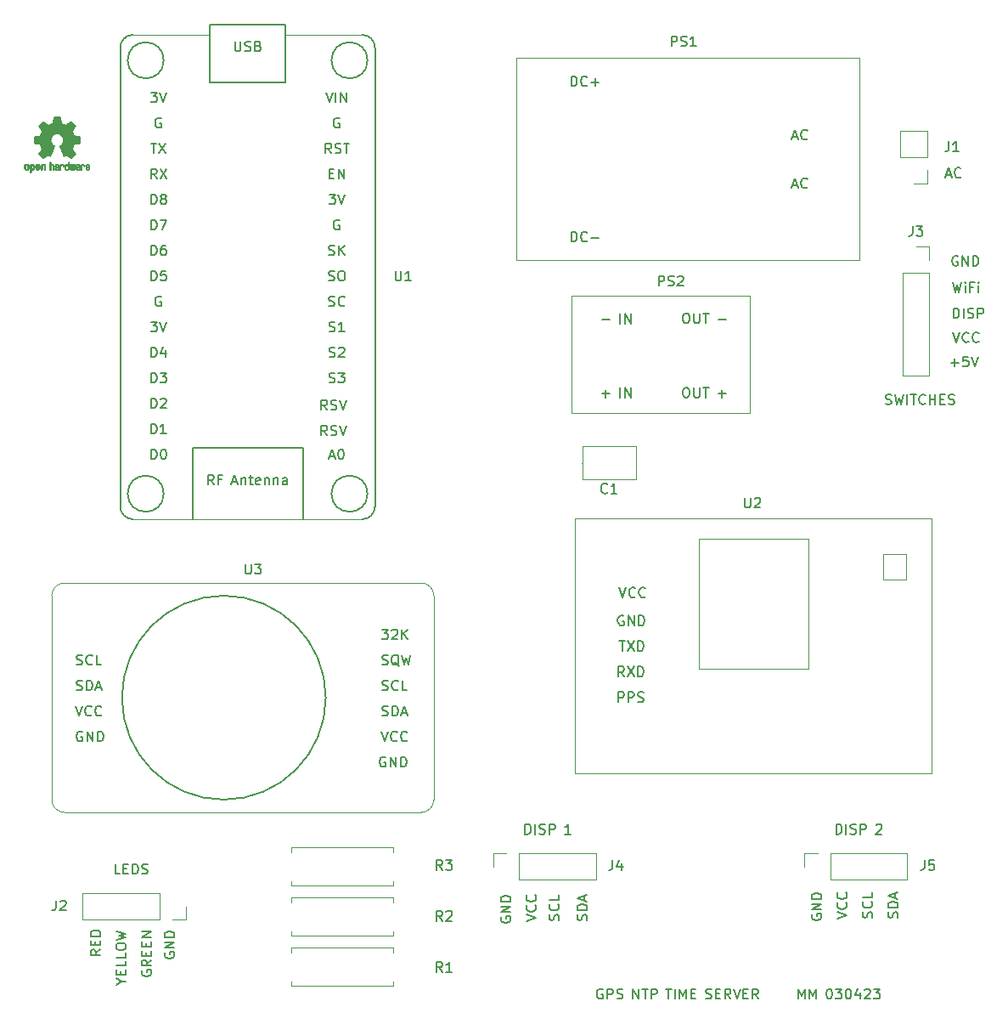
<source format=gbr>
G04 #@! TF.GenerationSoftware,KiCad,Pcbnew,(7.0.0)*
G04 #@! TF.CreationDate,2023-04-04T15:41:32-07:00*
G04 #@! TF.ProjectId,Schematic,53636865-6d61-4746-9963-2e6b69636164,01*
G04 #@! TF.SameCoordinates,Original*
G04 #@! TF.FileFunction,Legend,Top*
G04 #@! TF.FilePolarity,Positive*
%FSLAX46Y46*%
G04 Gerber Fmt 4.6, Leading zero omitted, Abs format (unit mm)*
G04 Created by KiCad (PCBNEW (7.0.0)) date 2023-04-04 15:41:32*
%MOMM*%
%LPD*%
G01*
G04 APERTURE LIST*
%ADD10C,0.150000*%
%ADD11C,0.120000*%
%ADD12C,0.010000*%
G04 APERTURE END LIST*
D10*
X155940095Y-69378380D02*
X155940095Y-68378380D01*
X155940095Y-68378380D02*
X156178190Y-68378380D01*
X156178190Y-68378380D02*
X156321047Y-68426000D01*
X156321047Y-68426000D02*
X156416285Y-68521238D01*
X156416285Y-68521238D02*
X156463904Y-68616476D01*
X156463904Y-68616476D02*
X156511523Y-68806952D01*
X156511523Y-68806952D02*
X156511523Y-68949809D01*
X156511523Y-68949809D02*
X156463904Y-69140285D01*
X156463904Y-69140285D02*
X156416285Y-69235523D01*
X156416285Y-69235523D02*
X156321047Y-69330761D01*
X156321047Y-69330761D02*
X156178190Y-69378380D01*
X156178190Y-69378380D02*
X155940095Y-69378380D01*
X156940095Y-69378380D02*
X156940095Y-68378380D01*
X157368666Y-69330761D02*
X157511523Y-69378380D01*
X157511523Y-69378380D02*
X157749618Y-69378380D01*
X157749618Y-69378380D02*
X157844856Y-69330761D01*
X157844856Y-69330761D02*
X157892475Y-69283142D01*
X157892475Y-69283142D02*
X157940094Y-69187904D01*
X157940094Y-69187904D02*
X157940094Y-69092666D01*
X157940094Y-69092666D02*
X157892475Y-68997428D01*
X157892475Y-68997428D02*
X157844856Y-68949809D01*
X157844856Y-68949809D02*
X157749618Y-68902190D01*
X157749618Y-68902190D02*
X157559142Y-68854571D01*
X157559142Y-68854571D02*
X157463904Y-68806952D01*
X157463904Y-68806952D02*
X157416285Y-68759333D01*
X157416285Y-68759333D02*
X157368666Y-68664095D01*
X157368666Y-68664095D02*
X157368666Y-68568857D01*
X157368666Y-68568857D02*
X157416285Y-68473619D01*
X157416285Y-68473619D02*
X157463904Y-68426000D01*
X157463904Y-68426000D02*
X157559142Y-68378380D01*
X157559142Y-68378380D02*
X157797237Y-68378380D01*
X157797237Y-68378380D02*
X157940094Y-68426000D01*
X158368666Y-69378380D02*
X158368666Y-68378380D01*
X158368666Y-68378380D02*
X158749618Y-68378380D01*
X158749618Y-68378380D02*
X158844856Y-68426000D01*
X158844856Y-68426000D02*
X158892475Y-68473619D01*
X158892475Y-68473619D02*
X158940094Y-68568857D01*
X158940094Y-68568857D02*
X158940094Y-68711714D01*
X158940094Y-68711714D02*
X158892475Y-68806952D01*
X158892475Y-68806952D02*
X158844856Y-68854571D01*
X158844856Y-68854571D02*
X158749618Y-68902190D01*
X158749618Y-68902190D02*
X158368666Y-68902190D01*
X120969904Y-136244000D02*
X120874666Y-136196380D01*
X120874666Y-136196380D02*
X120731809Y-136196380D01*
X120731809Y-136196380D02*
X120588952Y-136244000D01*
X120588952Y-136244000D02*
X120493714Y-136339238D01*
X120493714Y-136339238D02*
X120446095Y-136434476D01*
X120446095Y-136434476D02*
X120398476Y-136624952D01*
X120398476Y-136624952D02*
X120398476Y-136767809D01*
X120398476Y-136767809D02*
X120446095Y-136958285D01*
X120446095Y-136958285D02*
X120493714Y-137053523D01*
X120493714Y-137053523D02*
X120588952Y-137148761D01*
X120588952Y-137148761D02*
X120731809Y-137196380D01*
X120731809Y-137196380D02*
X120827047Y-137196380D01*
X120827047Y-137196380D02*
X120969904Y-137148761D01*
X120969904Y-137148761D02*
X121017523Y-137101142D01*
X121017523Y-137101142D02*
X121017523Y-136767809D01*
X121017523Y-136767809D02*
X120827047Y-136767809D01*
X121446095Y-137196380D02*
X121446095Y-136196380D01*
X121446095Y-136196380D02*
X121827047Y-136196380D01*
X121827047Y-136196380D02*
X121922285Y-136244000D01*
X121922285Y-136244000D02*
X121969904Y-136291619D01*
X121969904Y-136291619D02*
X122017523Y-136386857D01*
X122017523Y-136386857D02*
X122017523Y-136529714D01*
X122017523Y-136529714D02*
X121969904Y-136624952D01*
X121969904Y-136624952D02*
X121922285Y-136672571D01*
X121922285Y-136672571D02*
X121827047Y-136720190D01*
X121827047Y-136720190D02*
X121446095Y-136720190D01*
X122398476Y-137148761D02*
X122541333Y-137196380D01*
X122541333Y-137196380D02*
X122779428Y-137196380D01*
X122779428Y-137196380D02*
X122874666Y-137148761D01*
X122874666Y-137148761D02*
X122922285Y-137101142D01*
X122922285Y-137101142D02*
X122969904Y-137005904D01*
X122969904Y-137005904D02*
X122969904Y-136910666D01*
X122969904Y-136910666D02*
X122922285Y-136815428D01*
X122922285Y-136815428D02*
X122874666Y-136767809D01*
X122874666Y-136767809D02*
X122779428Y-136720190D01*
X122779428Y-136720190D02*
X122588952Y-136672571D01*
X122588952Y-136672571D02*
X122493714Y-136624952D01*
X122493714Y-136624952D02*
X122446095Y-136577333D01*
X122446095Y-136577333D02*
X122398476Y-136482095D01*
X122398476Y-136482095D02*
X122398476Y-136386857D01*
X122398476Y-136386857D02*
X122446095Y-136291619D01*
X122446095Y-136291619D02*
X122493714Y-136244000D01*
X122493714Y-136244000D02*
X122588952Y-136196380D01*
X122588952Y-136196380D02*
X122827047Y-136196380D01*
X122827047Y-136196380D02*
X122969904Y-136244000D01*
X123998476Y-137196380D02*
X123998476Y-136196380D01*
X123998476Y-136196380D02*
X124569904Y-137196380D01*
X124569904Y-137196380D02*
X124569904Y-136196380D01*
X124903238Y-136196380D02*
X125474666Y-136196380D01*
X125188952Y-137196380D02*
X125188952Y-136196380D01*
X125808000Y-137196380D02*
X125808000Y-136196380D01*
X125808000Y-136196380D02*
X126188952Y-136196380D01*
X126188952Y-136196380D02*
X126284190Y-136244000D01*
X126284190Y-136244000D02*
X126331809Y-136291619D01*
X126331809Y-136291619D02*
X126379428Y-136386857D01*
X126379428Y-136386857D02*
X126379428Y-136529714D01*
X126379428Y-136529714D02*
X126331809Y-136624952D01*
X126331809Y-136624952D02*
X126284190Y-136672571D01*
X126284190Y-136672571D02*
X126188952Y-136720190D01*
X126188952Y-136720190D02*
X125808000Y-136720190D01*
X127265143Y-136196380D02*
X127836571Y-136196380D01*
X127550857Y-137196380D02*
X127550857Y-136196380D01*
X128169905Y-137196380D02*
X128169905Y-136196380D01*
X128646095Y-137196380D02*
X128646095Y-136196380D01*
X128646095Y-136196380D02*
X128979428Y-136910666D01*
X128979428Y-136910666D02*
X129312761Y-136196380D01*
X129312761Y-136196380D02*
X129312761Y-137196380D01*
X129788952Y-136672571D02*
X130122285Y-136672571D01*
X130265142Y-137196380D02*
X129788952Y-137196380D01*
X129788952Y-137196380D02*
X129788952Y-136196380D01*
X129788952Y-136196380D02*
X130265142Y-136196380D01*
X131246095Y-137148761D02*
X131388952Y-137196380D01*
X131388952Y-137196380D02*
X131627047Y-137196380D01*
X131627047Y-137196380D02*
X131722285Y-137148761D01*
X131722285Y-137148761D02*
X131769904Y-137101142D01*
X131769904Y-137101142D02*
X131817523Y-137005904D01*
X131817523Y-137005904D02*
X131817523Y-136910666D01*
X131817523Y-136910666D02*
X131769904Y-136815428D01*
X131769904Y-136815428D02*
X131722285Y-136767809D01*
X131722285Y-136767809D02*
X131627047Y-136720190D01*
X131627047Y-136720190D02*
X131436571Y-136672571D01*
X131436571Y-136672571D02*
X131341333Y-136624952D01*
X131341333Y-136624952D02*
X131293714Y-136577333D01*
X131293714Y-136577333D02*
X131246095Y-136482095D01*
X131246095Y-136482095D02*
X131246095Y-136386857D01*
X131246095Y-136386857D02*
X131293714Y-136291619D01*
X131293714Y-136291619D02*
X131341333Y-136244000D01*
X131341333Y-136244000D02*
X131436571Y-136196380D01*
X131436571Y-136196380D02*
X131674666Y-136196380D01*
X131674666Y-136196380D02*
X131817523Y-136244000D01*
X132246095Y-136672571D02*
X132579428Y-136672571D01*
X132722285Y-137196380D02*
X132246095Y-137196380D01*
X132246095Y-137196380D02*
X132246095Y-136196380D01*
X132246095Y-136196380D02*
X132722285Y-136196380D01*
X133722285Y-137196380D02*
X133388952Y-136720190D01*
X133150857Y-137196380D02*
X133150857Y-136196380D01*
X133150857Y-136196380D02*
X133531809Y-136196380D01*
X133531809Y-136196380D02*
X133627047Y-136244000D01*
X133627047Y-136244000D02*
X133674666Y-136291619D01*
X133674666Y-136291619D02*
X133722285Y-136386857D01*
X133722285Y-136386857D02*
X133722285Y-136529714D01*
X133722285Y-136529714D02*
X133674666Y-136624952D01*
X133674666Y-136624952D02*
X133627047Y-136672571D01*
X133627047Y-136672571D02*
X133531809Y-136720190D01*
X133531809Y-136720190D02*
X133150857Y-136720190D01*
X134008000Y-136196380D02*
X134341333Y-137196380D01*
X134341333Y-137196380D02*
X134674666Y-136196380D01*
X135008000Y-136672571D02*
X135341333Y-136672571D01*
X135484190Y-137196380D02*
X135008000Y-137196380D01*
X135008000Y-137196380D02*
X135008000Y-136196380D01*
X135008000Y-136196380D02*
X135484190Y-136196380D01*
X136484190Y-137196380D02*
X136150857Y-136720190D01*
X135912762Y-137196380D02*
X135912762Y-136196380D01*
X135912762Y-136196380D02*
X136293714Y-136196380D01*
X136293714Y-136196380D02*
X136388952Y-136244000D01*
X136388952Y-136244000D02*
X136436571Y-136291619D01*
X136436571Y-136291619D02*
X136484190Y-136386857D01*
X136484190Y-136386857D02*
X136484190Y-136529714D01*
X136484190Y-136529714D02*
X136436571Y-136624952D01*
X136436571Y-136624952D02*
X136388952Y-136672571D01*
X136388952Y-136672571D02*
X136293714Y-136720190D01*
X136293714Y-136720190D02*
X135912762Y-136720190D01*
X149190476Y-77934761D02*
X149333333Y-77982380D01*
X149333333Y-77982380D02*
X149571428Y-77982380D01*
X149571428Y-77982380D02*
X149666666Y-77934761D01*
X149666666Y-77934761D02*
X149714285Y-77887142D01*
X149714285Y-77887142D02*
X149761904Y-77791904D01*
X149761904Y-77791904D02*
X149761904Y-77696666D01*
X149761904Y-77696666D02*
X149714285Y-77601428D01*
X149714285Y-77601428D02*
X149666666Y-77553809D01*
X149666666Y-77553809D02*
X149571428Y-77506190D01*
X149571428Y-77506190D02*
X149380952Y-77458571D01*
X149380952Y-77458571D02*
X149285714Y-77410952D01*
X149285714Y-77410952D02*
X149238095Y-77363333D01*
X149238095Y-77363333D02*
X149190476Y-77268095D01*
X149190476Y-77268095D02*
X149190476Y-77172857D01*
X149190476Y-77172857D02*
X149238095Y-77077619D01*
X149238095Y-77077619D02*
X149285714Y-77030000D01*
X149285714Y-77030000D02*
X149380952Y-76982380D01*
X149380952Y-76982380D02*
X149619047Y-76982380D01*
X149619047Y-76982380D02*
X149761904Y-77030000D01*
X150095238Y-76982380D02*
X150333333Y-77982380D01*
X150333333Y-77982380D02*
X150523809Y-77268095D01*
X150523809Y-77268095D02*
X150714285Y-77982380D01*
X150714285Y-77982380D02*
X150952381Y-76982380D01*
X151333333Y-77982380D02*
X151333333Y-76982380D01*
X151666666Y-76982380D02*
X152238094Y-76982380D01*
X151952380Y-77982380D02*
X151952380Y-76982380D01*
X153142856Y-77887142D02*
X153095237Y-77934761D01*
X153095237Y-77934761D02*
X152952380Y-77982380D01*
X152952380Y-77982380D02*
X152857142Y-77982380D01*
X152857142Y-77982380D02*
X152714285Y-77934761D01*
X152714285Y-77934761D02*
X152619047Y-77839523D01*
X152619047Y-77839523D02*
X152571428Y-77744285D01*
X152571428Y-77744285D02*
X152523809Y-77553809D01*
X152523809Y-77553809D02*
X152523809Y-77410952D01*
X152523809Y-77410952D02*
X152571428Y-77220476D01*
X152571428Y-77220476D02*
X152619047Y-77125238D01*
X152619047Y-77125238D02*
X152714285Y-77030000D01*
X152714285Y-77030000D02*
X152857142Y-76982380D01*
X152857142Y-76982380D02*
X152952380Y-76982380D01*
X152952380Y-76982380D02*
X153095237Y-77030000D01*
X153095237Y-77030000D02*
X153142856Y-77077619D01*
X153571428Y-77982380D02*
X153571428Y-76982380D01*
X153571428Y-77458571D02*
X154142856Y-77458571D01*
X154142856Y-77982380D02*
X154142856Y-76982380D01*
X154619047Y-77458571D02*
X154952380Y-77458571D01*
X155095237Y-77982380D02*
X154619047Y-77982380D01*
X154619047Y-77982380D02*
X154619047Y-76982380D01*
X154619047Y-76982380D02*
X155095237Y-76982380D01*
X155476190Y-77934761D02*
X155619047Y-77982380D01*
X155619047Y-77982380D02*
X155857142Y-77982380D01*
X155857142Y-77982380D02*
X155952380Y-77934761D01*
X155952380Y-77934761D02*
X155999999Y-77887142D01*
X155999999Y-77887142D02*
X156047618Y-77791904D01*
X156047618Y-77791904D02*
X156047618Y-77696666D01*
X156047618Y-77696666D02*
X155999999Y-77601428D01*
X155999999Y-77601428D02*
X155952380Y-77553809D01*
X155952380Y-77553809D02*
X155857142Y-77506190D01*
X155857142Y-77506190D02*
X155666666Y-77458571D01*
X155666666Y-77458571D02*
X155571428Y-77410952D01*
X155571428Y-77410952D02*
X155523809Y-77363333D01*
X155523809Y-77363333D02*
X155476190Y-77268095D01*
X155476190Y-77268095D02*
X155476190Y-77172857D01*
X155476190Y-77172857D02*
X155523809Y-77077619D01*
X155523809Y-77077619D02*
X155571428Y-77030000D01*
X155571428Y-77030000D02*
X155666666Y-76982380D01*
X155666666Y-76982380D02*
X155904761Y-76982380D01*
X155904761Y-76982380D02*
X156047618Y-77030000D01*
X110844000Y-129032095D02*
X110796380Y-129127333D01*
X110796380Y-129127333D02*
X110796380Y-129270190D01*
X110796380Y-129270190D02*
X110844000Y-129413047D01*
X110844000Y-129413047D02*
X110939238Y-129508285D01*
X110939238Y-129508285D02*
X111034476Y-129555904D01*
X111034476Y-129555904D02*
X111224952Y-129603523D01*
X111224952Y-129603523D02*
X111367809Y-129603523D01*
X111367809Y-129603523D02*
X111558285Y-129555904D01*
X111558285Y-129555904D02*
X111653523Y-129508285D01*
X111653523Y-129508285D02*
X111748761Y-129413047D01*
X111748761Y-129413047D02*
X111796380Y-129270190D01*
X111796380Y-129270190D02*
X111796380Y-129174952D01*
X111796380Y-129174952D02*
X111748761Y-129032095D01*
X111748761Y-129032095D02*
X111701142Y-128984476D01*
X111701142Y-128984476D02*
X111367809Y-128984476D01*
X111367809Y-128984476D02*
X111367809Y-129174952D01*
X111796380Y-128555904D02*
X110796380Y-128555904D01*
X110796380Y-128555904D02*
X111796380Y-127984476D01*
X111796380Y-127984476D02*
X110796380Y-127984476D01*
X111796380Y-127508285D02*
X110796380Y-127508285D01*
X110796380Y-127508285D02*
X110796380Y-127270190D01*
X110796380Y-127270190D02*
X110844000Y-127127333D01*
X110844000Y-127127333D02*
X110939238Y-127032095D01*
X110939238Y-127032095D02*
X111034476Y-126984476D01*
X111034476Y-126984476D02*
X111224952Y-126936857D01*
X111224952Y-126936857D02*
X111367809Y-126936857D01*
X111367809Y-126936857D02*
X111558285Y-126984476D01*
X111558285Y-126984476D02*
X111653523Y-127032095D01*
X111653523Y-127032095D02*
X111748761Y-127127333D01*
X111748761Y-127127333D02*
X111796380Y-127270190D01*
X111796380Y-127270190D02*
X111796380Y-127508285D01*
X70902380Y-132286476D02*
X70426190Y-132619809D01*
X70902380Y-132857904D02*
X69902380Y-132857904D01*
X69902380Y-132857904D02*
X69902380Y-132476952D01*
X69902380Y-132476952D02*
X69950000Y-132381714D01*
X69950000Y-132381714D02*
X69997619Y-132334095D01*
X69997619Y-132334095D02*
X70092857Y-132286476D01*
X70092857Y-132286476D02*
X70235714Y-132286476D01*
X70235714Y-132286476D02*
X70330952Y-132334095D01*
X70330952Y-132334095D02*
X70378571Y-132381714D01*
X70378571Y-132381714D02*
X70426190Y-132476952D01*
X70426190Y-132476952D02*
X70426190Y-132857904D01*
X70378571Y-131857904D02*
X70378571Y-131524571D01*
X70902380Y-131381714D02*
X70902380Y-131857904D01*
X70902380Y-131857904D02*
X69902380Y-131857904D01*
X69902380Y-131857904D02*
X69902380Y-131381714D01*
X70902380Y-130953142D02*
X69902380Y-130953142D01*
X69902380Y-130953142D02*
X69902380Y-130715047D01*
X69902380Y-130715047D02*
X69950000Y-130572190D01*
X69950000Y-130572190D02*
X70045238Y-130476952D01*
X70045238Y-130476952D02*
X70140476Y-130429333D01*
X70140476Y-130429333D02*
X70330952Y-130381714D01*
X70330952Y-130381714D02*
X70473809Y-130381714D01*
X70473809Y-130381714D02*
X70664285Y-130429333D01*
X70664285Y-130429333D02*
X70759523Y-130476952D01*
X70759523Y-130476952D02*
X70854761Y-130572190D01*
X70854761Y-130572190D02*
X70902380Y-130715047D01*
X70902380Y-130715047D02*
X70902380Y-130953142D01*
X141832000Y-128778095D02*
X141784380Y-128873333D01*
X141784380Y-128873333D02*
X141784380Y-129016190D01*
X141784380Y-129016190D02*
X141832000Y-129159047D01*
X141832000Y-129159047D02*
X141927238Y-129254285D01*
X141927238Y-129254285D02*
X142022476Y-129301904D01*
X142022476Y-129301904D02*
X142212952Y-129349523D01*
X142212952Y-129349523D02*
X142355809Y-129349523D01*
X142355809Y-129349523D02*
X142546285Y-129301904D01*
X142546285Y-129301904D02*
X142641523Y-129254285D01*
X142641523Y-129254285D02*
X142736761Y-129159047D01*
X142736761Y-129159047D02*
X142784380Y-129016190D01*
X142784380Y-129016190D02*
X142784380Y-128920952D01*
X142784380Y-128920952D02*
X142736761Y-128778095D01*
X142736761Y-128778095D02*
X142689142Y-128730476D01*
X142689142Y-128730476D02*
X142355809Y-128730476D01*
X142355809Y-128730476D02*
X142355809Y-128920952D01*
X142784380Y-128301904D02*
X141784380Y-128301904D01*
X141784380Y-128301904D02*
X142784380Y-127730476D01*
X142784380Y-127730476D02*
X141784380Y-127730476D01*
X142784380Y-127254285D02*
X141784380Y-127254285D01*
X141784380Y-127254285D02*
X141784380Y-127016190D01*
X141784380Y-127016190D02*
X141832000Y-126873333D01*
X141832000Y-126873333D02*
X141927238Y-126778095D01*
X141927238Y-126778095D02*
X142022476Y-126730476D01*
X142022476Y-126730476D02*
X142212952Y-126682857D01*
X142212952Y-126682857D02*
X142355809Y-126682857D01*
X142355809Y-126682857D02*
X142546285Y-126730476D01*
X142546285Y-126730476D02*
X142641523Y-126778095D01*
X142641523Y-126778095D02*
X142736761Y-126873333D01*
X142736761Y-126873333D02*
X142784380Y-127016190D01*
X142784380Y-127016190D02*
X142784380Y-127254285D01*
X155686095Y-73823428D02*
X156448000Y-73823428D01*
X156067047Y-74204380D02*
X156067047Y-73442476D01*
X157400380Y-73204380D02*
X156924190Y-73204380D01*
X156924190Y-73204380D02*
X156876571Y-73680571D01*
X156876571Y-73680571D02*
X156924190Y-73632952D01*
X156924190Y-73632952D02*
X157019428Y-73585333D01*
X157019428Y-73585333D02*
X157257523Y-73585333D01*
X157257523Y-73585333D02*
X157352761Y-73632952D01*
X157352761Y-73632952D02*
X157400380Y-73680571D01*
X157400380Y-73680571D02*
X157447999Y-73775809D01*
X157447999Y-73775809D02*
X157447999Y-74013904D01*
X157447999Y-74013904D02*
X157400380Y-74109142D01*
X157400380Y-74109142D02*
X157352761Y-74156761D01*
X157352761Y-74156761D02*
X157257523Y-74204380D01*
X157257523Y-74204380D02*
X157019428Y-74204380D01*
X157019428Y-74204380D02*
X156924190Y-74156761D01*
X156924190Y-74156761D02*
X156876571Y-74109142D01*
X157733714Y-73204380D02*
X158067047Y-74204380D01*
X158067047Y-74204380D02*
X158400380Y-73204380D01*
X144238095Y-120782380D02*
X144238095Y-119782380D01*
X144238095Y-119782380D02*
X144476190Y-119782380D01*
X144476190Y-119782380D02*
X144619047Y-119830000D01*
X144619047Y-119830000D02*
X144714285Y-119925238D01*
X144714285Y-119925238D02*
X144761904Y-120020476D01*
X144761904Y-120020476D02*
X144809523Y-120210952D01*
X144809523Y-120210952D02*
X144809523Y-120353809D01*
X144809523Y-120353809D02*
X144761904Y-120544285D01*
X144761904Y-120544285D02*
X144714285Y-120639523D01*
X144714285Y-120639523D02*
X144619047Y-120734761D01*
X144619047Y-120734761D02*
X144476190Y-120782380D01*
X144476190Y-120782380D02*
X144238095Y-120782380D01*
X145238095Y-120782380D02*
X145238095Y-119782380D01*
X145666666Y-120734761D02*
X145809523Y-120782380D01*
X145809523Y-120782380D02*
X146047618Y-120782380D01*
X146047618Y-120782380D02*
X146142856Y-120734761D01*
X146142856Y-120734761D02*
X146190475Y-120687142D01*
X146190475Y-120687142D02*
X146238094Y-120591904D01*
X146238094Y-120591904D02*
X146238094Y-120496666D01*
X146238094Y-120496666D02*
X146190475Y-120401428D01*
X146190475Y-120401428D02*
X146142856Y-120353809D01*
X146142856Y-120353809D02*
X146047618Y-120306190D01*
X146047618Y-120306190D02*
X145857142Y-120258571D01*
X145857142Y-120258571D02*
X145761904Y-120210952D01*
X145761904Y-120210952D02*
X145714285Y-120163333D01*
X145714285Y-120163333D02*
X145666666Y-120068095D01*
X145666666Y-120068095D02*
X145666666Y-119972857D01*
X145666666Y-119972857D02*
X145714285Y-119877619D01*
X145714285Y-119877619D02*
X145761904Y-119830000D01*
X145761904Y-119830000D02*
X145857142Y-119782380D01*
X145857142Y-119782380D02*
X146095237Y-119782380D01*
X146095237Y-119782380D02*
X146238094Y-119830000D01*
X146666666Y-120782380D02*
X146666666Y-119782380D01*
X146666666Y-119782380D02*
X147047618Y-119782380D01*
X147047618Y-119782380D02*
X147142856Y-119830000D01*
X147142856Y-119830000D02*
X147190475Y-119877619D01*
X147190475Y-119877619D02*
X147238094Y-119972857D01*
X147238094Y-119972857D02*
X147238094Y-120115714D01*
X147238094Y-120115714D02*
X147190475Y-120210952D01*
X147190475Y-120210952D02*
X147142856Y-120258571D01*
X147142856Y-120258571D02*
X147047618Y-120306190D01*
X147047618Y-120306190D02*
X146666666Y-120306190D01*
X148219047Y-119877619D02*
X148266666Y-119830000D01*
X148266666Y-119830000D02*
X148361904Y-119782380D01*
X148361904Y-119782380D02*
X148599999Y-119782380D01*
X148599999Y-119782380D02*
X148695237Y-119830000D01*
X148695237Y-119830000D02*
X148742856Y-119877619D01*
X148742856Y-119877619D02*
X148790475Y-119972857D01*
X148790475Y-119972857D02*
X148790475Y-120068095D01*
X148790475Y-120068095D02*
X148742856Y-120210952D01*
X148742856Y-120210952D02*
X148171428Y-120782380D01*
X148171428Y-120782380D02*
X148790475Y-120782380D01*
X77316000Y-132588095D02*
X77268380Y-132683333D01*
X77268380Y-132683333D02*
X77268380Y-132826190D01*
X77268380Y-132826190D02*
X77316000Y-132969047D01*
X77316000Y-132969047D02*
X77411238Y-133064285D01*
X77411238Y-133064285D02*
X77506476Y-133111904D01*
X77506476Y-133111904D02*
X77696952Y-133159523D01*
X77696952Y-133159523D02*
X77839809Y-133159523D01*
X77839809Y-133159523D02*
X78030285Y-133111904D01*
X78030285Y-133111904D02*
X78125523Y-133064285D01*
X78125523Y-133064285D02*
X78220761Y-132969047D01*
X78220761Y-132969047D02*
X78268380Y-132826190D01*
X78268380Y-132826190D02*
X78268380Y-132730952D01*
X78268380Y-132730952D02*
X78220761Y-132588095D01*
X78220761Y-132588095D02*
X78173142Y-132540476D01*
X78173142Y-132540476D02*
X77839809Y-132540476D01*
X77839809Y-132540476D02*
X77839809Y-132730952D01*
X78268380Y-132111904D02*
X77268380Y-132111904D01*
X77268380Y-132111904D02*
X78268380Y-131540476D01*
X78268380Y-131540476D02*
X77268380Y-131540476D01*
X78268380Y-131064285D02*
X77268380Y-131064285D01*
X77268380Y-131064285D02*
X77268380Y-130826190D01*
X77268380Y-130826190D02*
X77316000Y-130683333D01*
X77316000Y-130683333D02*
X77411238Y-130588095D01*
X77411238Y-130588095D02*
X77506476Y-130540476D01*
X77506476Y-130540476D02*
X77696952Y-130492857D01*
X77696952Y-130492857D02*
X77839809Y-130492857D01*
X77839809Y-130492857D02*
X78030285Y-130540476D01*
X78030285Y-130540476D02*
X78125523Y-130588095D01*
X78125523Y-130588095D02*
X78220761Y-130683333D01*
X78220761Y-130683333D02*
X78268380Y-130826190D01*
X78268380Y-130826190D02*
X78268380Y-131064285D01*
X155190476Y-55096666D02*
X155666666Y-55096666D01*
X155095238Y-55382380D02*
X155428571Y-54382380D01*
X155428571Y-54382380D02*
X155761904Y-55382380D01*
X156666666Y-55287142D02*
X156619047Y-55334761D01*
X156619047Y-55334761D02*
X156476190Y-55382380D01*
X156476190Y-55382380D02*
X156380952Y-55382380D01*
X156380952Y-55382380D02*
X156238095Y-55334761D01*
X156238095Y-55334761D02*
X156142857Y-55239523D01*
X156142857Y-55239523D02*
X156095238Y-55144285D01*
X156095238Y-55144285D02*
X156047619Y-54953809D01*
X156047619Y-54953809D02*
X156047619Y-54810952D01*
X156047619Y-54810952D02*
X156095238Y-54620476D01*
X156095238Y-54620476D02*
X156142857Y-54525238D01*
X156142857Y-54525238D02*
X156238095Y-54430000D01*
X156238095Y-54430000D02*
X156380952Y-54382380D01*
X156380952Y-54382380D02*
X156476190Y-54382380D01*
X156476190Y-54382380D02*
X156619047Y-54430000D01*
X156619047Y-54430000D02*
X156666666Y-54477619D01*
X113336380Y-129444761D02*
X114336380Y-129111428D01*
X114336380Y-129111428D02*
X113336380Y-128778095D01*
X114241142Y-127873333D02*
X114288761Y-127920952D01*
X114288761Y-127920952D02*
X114336380Y-128063809D01*
X114336380Y-128063809D02*
X114336380Y-128159047D01*
X114336380Y-128159047D02*
X114288761Y-128301904D01*
X114288761Y-128301904D02*
X114193523Y-128397142D01*
X114193523Y-128397142D02*
X114098285Y-128444761D01*
X114098285Y-128444761D02*
X113907809Y-128492380D01*
X113907809Y-128492380D02*
X113764952Y-128492380D01*
X113764952Y-128492380D02*
X113574476Y-128444761D01*
X113574476Y-128444761D02*
X113479238Y-128397142D01*
X113479238Y-128397142D02*
X113384000Y-128301904D01*
X113384000Y-128301904D02*
X113336380Y-128159047D01*
X113336380Y-128159047D02*
X113336380Y-128063809D01*
X113336380Y-128063809D02*
X113384000Y-127920952D01*
X113384000Y-127920952D02*
X113431619Y-127873333D01*
X114241142Y-126873333D02*
X114288761Y-126920952D01*
X114288761Y-126920952D02*
X114336380Y-127063809D01*
X114336380Y-127063809D02*
X114336380Y-127159047D01*
X114336380Y-127159047D02*
X114288761Y-127301904D01*
X114288761Y-127301904D02*
X114193523Y-127397142D01*
X114193523Y-127397142D02*
X114098285Y-127444761D01*
X114098285Y-127444761D02*
X113907809Y-127492380D01*
X113907809Y-127492380D02*
X113764952Y-127492380D01*
X113764952Y-127492380D02*
X113574476Y-127444761D01*
X113574476Y-127444761D02*
X113479238Y-127397142D01*
X113479238Y-127397142D02*
X113384000Y-127301904D01*
X113384000Y-127301904D02*
X113336380Y-127159047D01*
X113336380Y-127159047D02*
X113336380Y-127063809D01*
X113336380Y-127063809D02*
X113384000Y-126920952D01*
X113384000Y-126920952D02*
X113431619Y-126873333D01*
X140446095Y-137196380D02*
X140446095Y-136196380D01*
X140446095Y-136196380D02*
X140779428Y-136910666D01*
X140779428Y-136910666D02*
X141112761Y-136196380D01*
X141112761Y-136196380D02*
X141112761Y-137196380D01*
X141588952Y-137196380D02*
X141588952Y-136196380D01*
X141588952Y-136196380D02*
X141922285Y-136910666D01*
X141922285Y-136910666D02*
X142255618Y-136196380D01*
X142255618Y-136196380D02*
X142255618Y-137196380D01*
X143522285Y-136196380D02*
X143617523Y-136196380D01*
X143617523Y-136196380D02*
X143712761Y-136244000D01*
X143712761Y-136244000D02*
X143760380Y-136291619D01*
X143760380Y-136291619D02*
X143807999Y-136386857D01*
X143807999Y-136386857D02*
X143855618Y-136577333D01*
X143855618Y-136577333D02*
X143855618Y-136815428D01*
X143855618Y-136815428D02*
X143807999Y-137005904D01*
X143807999Y-137005904D02*
X143760380Y-137101142D01*
X143760380Y-137101142D02*
X143712761Y-137148761D01*
X143712761Y-137148761D02*
X143617523Y-137196380D01*
X143617523Y-137196380D02*
X143522285Y-137196380D01*
X143522285Y-137196380D02*
X143427047Y-137148761D01*
X143427047Y-137148761D02*
X143379428Y-137101142D01*
X143379428Y-137101142D02*
X143331809Y-137005904D01*
X143331809Y-137005904D02*
X143284190Y-136815428D01*
X143284190Y-136815428D02*
X143284190Y-136577333D01*
X143284190Y-136577333D02*
X143331809Y-136386857D01*
X143331809Y-136386857D02*
X143379428Y-136291619D01*
X143379428Y-136291619D02*
X143427047Y-136244000D01*
X143427047Y-136244000D02*
X143522285Y-136196380D01*
X144188952Y-136196380D02*
X144807999Y-136196380D01*
X144807999Y-136196380D02*
X144474666Y-136577333D01*
X144474666Y-136577333D02*
X144617523Y-136577333D01*
X144617523Y-136577333D02*
X144712761Y-136624952D01*
X144712761Y-136624952D02*
X144760380Y-136672571D01*
X144760380Y-136672571D02*
X144807999Y-136767809D01*
X144807999Y-136767809D02*
X144807999Y-137005904D01*
X144807999Y-137005904D02*
X144760380Y-137101142D01*
X144760380Y-137101142D02*
X144712761Y-137148761D01*
X144712761Y-137148761D02*
X144617523Y-137196380D01*
X144617523Y-137196380D02*
X144331809Y-137196380D01*
X144331809Y-137196380D02*
X144236571Y-137148761D01*
X144236571Y-137148761D02*
X144188952Y-137101142D01*
X145427047Y-136196380D02*
X145522285Y-136196380D01*
X145522285Y-136196380D02*
X145617523Y-136244000D01*
X145617523Y-136244000D02*
X145665142Y-136291619D01*
X145665142Y-136291619D02*
X145712761Y-136386857D01*
X145712761Y-136386857D02*
X145760380Y-136577333D01*
X145760380Y-136577333D02*
X145760380Y-136815428D01*
X145760380Y-136815428D02*
X145712761Y-137005904D01*
X145712761Y-137005904D02*
X145665142Y-137101142D01*
X145665142Y-137101142D02*
X145617523Y-137148761D01*
X145617523Y-137148761D02*
X145522285Y-137196380D01*
X145522285Y-137196380D02*
X145427047Y-137196380D01*
X145427047Y-137196380D02*
X145331809Y-137148761D01*
X145331809Y-137148761D02*
X145284190Y-137101142D01*
X145284190Y-137101142D02*
X145236571Y-137005904D01*
X145236571Y-137005904D02*
X145188952Y-136815428D01*
X145188952Y-136815428D02*
X145188952Y-136577333D01*
X145188952Y-136577333D02*
X145236571Y-136386857D01*
X145236571Y-136386857D02*
X145284190Y-136291619D01*
X145284190Y-136291619D02*
X145331809Y-136244000D01*
X145331809Y-136244000D02*
X145427047Y-136196380D01*
X146617523Y-136529714D02*
X146617523Y-137196380D01*
X146379428Y-136148761D02*
X146141333Y-136863047D01*
X146141333Y-136863047D02*
X146760380Y-136863047D01*
X147093714Y-136291619D02*
X147141333Y-136244000D01*
X147141333Y-136244000D02*
X147236571Y-136196380D01*
X147236571Y-136196380D02*
X147474666Y-136196380D01*
X147474666Y-136196380D02*
X147569904Y-136244000D01*
X147569904Y-136244000D02*
X147617523Y-136291619D01*
X147617523Y-136291619D02*
X147665142Y-136386857D01*
X147665142Y-136386857D02*
X147665142Y-136482095D01*
X147665142Y-136482095D02*
X147617523Y-136624952D01*
X147617523Y-136624952D02*
X147046095Y-137196380D01*
X147046095Y-137196380D02*
X147665142Y-137196380D01*
X147998476Y-136196380D02*
X148617523Y-136196380D01*
X148617523Y-136196380D02*
X148284190Y-136577333D01*
X148284190Y-136577333D02*
X148427047Y-136577333D01*
X148427047Y-136577333D02*
X148522285Y-136624952D01*
X148522285Y-136624952D02*
X148569904Y-136672571D01*
X148569904Y-136672571D02*
X148617523Y-136767809D01*
X148617523Y-136767809D02*
X148617523Y-137005904D01*
X148617523Y-137005904D02*
X148569904Y-137101142D01*
X148569904Y-137101142D02*
X148522285Y-137148761D01*
X148522285Y-137148761D02*
X148427047Y-137196380D01*
X148427047Y-137196380D02*
X148141333Y-137196380D01*
X148141333Y-137196380D02*
X148046095Y-137148761D01*
X148046095Y-137148761D02*
X147998476Y-137101142D01*
X155895238Y-70782380D02*
X156228571Y-71782380D01*
X156228571Y-71782380D02*
X156561904Y-70782380D01*
X157466666Y-71687142D02*
X157419047Y-71734761D01*
X157419047Y-71734761D02*
X157276190Y-71782380D01*
X157276190Y-71782380D02*
X157180952Y-71782380D01*
X157180952Y-71782380D02*
X157038095Y-71734761D01*
X157038095Y-71734761D02*
X156942857Y-71639523D01*
X156942857Y-71639523D02*
X156895238Y-71544285D01*
X156895238Y-71544285D02*
X156847619Y-71353809D01*
X156847619Y-71353809D02*
X156847619Y-71210952D01*
X156847619Y-71210952D02*
X156895238Y-71020476D01*
X156895238Y-71020476D02*
X156942857Y-70925238D01*
X156942857Y-70925238D02*
X157038095Y-70830000D01*
X157038095Y-70830000D02*
X157180952Y-70782380D01*
X157180952Y-70782380D02*
X157276190Y-70782380D01*
X157276190Y-70782380D02*
X157419047Y-70830000D01*
X157419047Y-70830000D02*
X157466666Y-70877619D01*
X158466666Y-71687142D02*
X158419047Y-71734761D01*
X158419047Y-71734761D02*
X158276190Y-71782380D01*
X158276190Y-71782380D02*
X158180952Y-71782380D01*
X158180952Y-71782380D02*
X158038095Y-71734761D01*
X158038095Y-71734761D02*
X157942857Y-71639523D01*
X157942857Y-71639523D02*
X157895238Y-71544285D01*
X157895238Y-71544285D02*
X157847619Y-71353809D01*
X157847619Y-71353809D02*
X157847619Y-71210952D01*
X157847619Y-71210952D02*
X157895238Y-71020476D01*
X157895238Y-71020476D02*
X157942857Y-70925238D01*
X157942857Y-70925238D02*
X158038095Y-70830000D01*
X158038095Y-70830000D02*
X158180952Y-70782380D01*
X158180952Y-70782380D02*
X158276190Y-70782380D01*
X158276190Y-70782380D02*
X158419047Y-70830000D01*
X158419047Y-70830000D02*
X158466666Y-70877619D01*
X119368761Y-129349523D02*
X119416380Y-129206666D01*
X119416380Y-129206666D02*
X119416380Y-128968571D01*
X119416380Y-128968571D02*
X119368761Y-128873333D01*
X119368761Y-128873333D02*
X119321142Y-128825714D01*
X119321142Y-128825714D02*
X119225904Y-128778095D01*
X119225904Y-128778095D02*
X119130666Y-128778095D01*
X119130666Y-128778095D02*
X119035428Y-128825714D01*
X119035428Y-128825714D02*
X118987809Y-128873333D01*
X118987809Y-128873333D02*
X118940190Y-128968571D01*
X118940190Y-128968571D02*
X118892571Y-129159047D01*
X118892571Y-129159047D02*
X118844952Y-129254285D01*
X118844952Y-129254285D02*
X118797333Y-129301904D01*
X118797333Y-129301904D02*
X118702095Y-129349523D01*
X118702095Y-129349523D02*
X118606857Y-129349523D01*
X118606857Y-129349523D02*
X118511619Y-129301904D01*
X118511619Y-129301904D02*
X118464000Y-129254285D01*
X118464000Y-129254285D02*
X118416380Y-129159047D01*
X118416380Y-129159047D02*
X118416380Y-128920952D01*
X118416380Y-128920952D02*
X118464000Y-128778095D01*
X119416380Y-128349523D02*
X118416380Y-128349523D01*
X118416380Y-128349523D02*
X118416380Y-128111428D01*
X118416380Y-128111428D02*
X118464000Y-127968571D01*
X118464000Y-127968571D02*
X118559238Y-127873333D01*
X118559238Y-127873333D02*
X118654476Y-127825714D01*
X118654476Y-127825714D02*
X118844952Y-127778095D01*
X118844952Y-127778095D02*
X118987809Y-127778095D01*
X118987809Y-127778095D02*
X119178285Y-127825714D01*
X119178285Y-127825714D02*
X119273523Y-127873333D01*
X119273523Y-127873333D02*
X119368761Y-127968571D01*
X119368761Y-127968571D02*
X119416380Y-128111428D01*
X119416380Y-128111428D02*
X119416380Y-128349523D01*
X119130666Y-127397142D02*
X119130666Y-126920952D01*
X119416380Y-127492380D02*
X118416380Y-127159047D01*
X118416380Y-127159047D02*
X119416380Y-126825714D01*
X147816761Y-129095523D02*
X147864380Y-128952666D01*
X147864380Y-128952666D02*
X147864380Y-128714571D01*
X147864380Y-128714571D02*
X147816761Y-128619333D01*
X147816761Y-128619333D02*
X147769142Y-128571714D01*
X147769142Y-128571714D02*
X147673904Y-128524095D01*
X147673904Y-128524095D02*
X147578666Y-128524095D01*
X147578666Y-128524095D02*
X147483428Y-128571714D01*
X147483428Y-128571714D02*
X147435809Y-128619333D01*
X147435809Y-128619333D02*
X147388190Y-128714571D01*
X147388190Y-128714571D02*
X147340571Y-128905047D01*
X147340571Y-128905047D02*
X147292952Y-129000285D01*
X147292952Y-129000285D02*
X147245333Y-129047904D01*
X147245333Y-129047904D02*
X147150095Y-129095523D01*
X147150095Y-129095523D02*
X147054857Y-129095523D01*
X147054857Y-129095523D02*
X146959619Y-129047904D01*
X146959619Y-129047904D02*
X146912000Y-129000285D01*
X146912000Y-129000285D02*
X146864380Y-128905047D01*
X146864380Y-128905047D02*
X146864380Y-128666952D01*
X146864380Y-128666952D02*
X146912000Y-128524095D01*
X147769142Y-127524095D02*
X147816761Y-127571714D01*
X147816761Y-127571714D02*
X147864380Y-127714571D01*
X147864380Y-127714571D02*
X147864380Y-127809809D01*
X147864380Y-127809809D02*
X147816761Y-127952666D01*
X147816761Y-127952666D02*
X147721523Y-128047904D01*
X147721523Y-128047904D02*
X147626285Y-128095523D01*
X147626285Y-128095523D02*
X147435809Y-128143142D01*
X147435809Y-128143142D02*
X147292952Y-128143142D01*
X147292952Y-128143142D02*
X147102476Y-128095523D01*
X147102476Y-128095523D02*
X147007238Y-128047904D01*
X147007238Y-128047904D02*
X146912000Y-127952666D01*
X146912000Y-127952666D02*
X146864380Y-127809809D01*
X146864380Y-127809809D02*
X146864380Y-127714571D01*
X146864380Y-127714571D02*
X146912000Y-127571714D01*
X146912000Y-127571714D02*
X146959619Y-127524095D01*
X147864380Y-126619333D02*
X147864380Y-127095523D01*
X147864380Y-127095523D02*
X146864380Y-127095523D01*
X75030000Y-134366095D02*
X74982380Y-134461333D01*
X74982380Y-134461333D02*
X74982380Y-134604190D01*
X74982380Y-134604190D02*
X75030000Y-134747047D01*
X75030000Y-134747047D02*
X75125238Y-134842285D01*
X75125238Y-134842285D02*
X75220476Y-134889904D01*
X75220476Y-134889904D02*
X75410952Y-134937523D01*
X75410952Y-134937523D02*
X75553809Y-134937523D01*
X75553809Y-134937523D02*
X75744285Y-134889904D01*
X75744285Y-134889904D02*
X75839523Y-134842285D01*
X75839523Y-134842285D02*
X75934761Y-134747047D01*
X75934761Y-134747047D02*
X75982380Y-134604190D01*
X75982380Y-134604190D02*
X75982380Y-134508952D01*
X75982380Y-134508952D02*
X75934761Y-134366095D01*
X75934761Y-134366095D02*
X75887142Y-134318476D01*
X75887142Y-134318476D02*
X75553809Y-134318476D01*
X75553809Y-134318476D02*
X75553809Y-134508952D01*
X75982380Y-133318476D02*
X75506190Y-133651809D01*
X75982380Y-133889904D02*
X74982380Y-133889904D01*
X74982380Y-133889904D02*
X74982380Y-133508952D01*
X74982380Y-133508952D02*
X75030000Y-133413714D01*
X75030000Y-133413714D02*
X75077619Y-133366095D01*
X75077619Y-133366095D02*
X75172857Y-133318476D01*
X75172857Y-133318476D02*
X75315714Y-133318476D01*
X75315714Y-133318476D02*
X75410952Y-133366095D01*
X75410952Y-133366095D02*
X75458571Y-133413714D01*
X75458571Y-133413714D02*
X75506190Y-133508952D01*
X75506190Y-133508952D02*
X75506190Y-133889904D01*
X75458571Y-132889904D02*
X75458571Y-132556571D01*
X75982380Y-132413714D02*
X75982380Y-132889904D01*
X75982380Y-132889904D02*
X74982380Y-132889904D01*
X74982380Y-132889904D02*
X74982380Y-132413714D01*
X75458571Y-131985142D02*
X75458571Y-131651809D01*
X75982380Y-131508952D02*
X75982380Y-131985142D01*
X75982380Y-131985142D02*
X74982380Y-131985142D01*
X74982380Y-131985142D02*
X74982380Y-131508952D01*
X75982380Y-131080380D02*
X74982380Y-131080380D01*
X74982380Y-131080380D02*
X75982380Y-130508952D01*
X75982380Y-130508952D02*
X74982380Y-130508952D01*
X144324380Y-129190761D02*
X145324380Y-128857428D01*
X145324380Y-128857428D02*
X144324380Y-128524095D01*
X145229142Y-127619333D02*
X145276761Y-127666952D01*
X145276761Y-127666952D02*
X145324380Y-127809809D01*
X145324380Y-127809809D02*
X145324380Y-127905047D01*
X145324380Y-127905047D02*
X145276761Y-128047904D01*
X145276761Y-128047904D02*
X145181523Y-128143142D01*
X145181523Y-128143142D02*
X145086285Y-128190761D01*
X145086285Y-128190761D02*
X144895809Y-128238380D01*
X144895809Y-128238380D02*
X144752952Y-128238380D01*
X144752952Y-128238380D02*
X144562476Y-128190761D01*
X144562476Y-128190761D02*
X144467238Y-128143142D01*
X144467238Y-128143142D02*
X144372000Y-128047904D01*
X144372000Y-128047904D02*
X144324380Y-127905047D01*
X144324380Y-127905047D02*
X144324380Y-127809809D01*
X144324380Y-127809809D02*
X144372000Y-127666952D01*
X144372000Y-127666952D02*
X144419619Y-127619333D01*
X145229142Y-126619333D02*
X145276761Y-126666952D01*
X145276761Y-126666952D02*
X145324380Y-126809809D01*
X145324380Y-126809809D02*
X145324380Y-126905047D01*
X145324380Y-126905047D02*
X145276761Y-127047904D01*
X145276761Y-127047904D02*
X145181523Y-127143142D01*
X145181523Y-127143142D02*
X145086285Y-127190761D01*
X145086285Y-127190761D02*
X144895809Y-127238380D01*
X144895809Y-127238380D02*
X144752952Y-127238380D01*
X144752952Y-127238380D02*
X144562476Y-127190761D01*
X144562476Y-127190761D02*
X144467238Y-127143142D01*
X144467238Y-127143142D02*
X144372000Y-127047904D01*
X144372000Y-127047904D02*
X144324380Y-126905047D01*
X144324380Y-126905047D02*
X144324380Y-126809809D01*
X144324380Y-126809809D02*
X144372000Y-126666952D01*
X144372000Y-126666952D02*
X144419619Y-126619333D01*
X156361904Y-63230000D02*
X156266666Y-63182380D01*
X156266666Y-63182380D02*
X156123809Y-63182380D01*
X156123809Y-63182380D02*
X155980952Y-63230000D01*
X155980952Y-63230000D02*
X155885714Y-63325238D01*
X155885714Y-63325238D02*
X155838095Y-63420476D01*
X155838095Y-63420476D02*
X155790476Y-63610952D01*
X155790476Y-63610952D02*
X155790476Y-63753809D01*
X155790476Y-63753809D02*
X155838095Y-63944285D01*
X155838095Y-63944285D02*
X155885714Y-64039523D01*
X155885714Y-64039523D02*
X155980952Y-64134761D01*
X155980952Y-64134761D02*
X156123809Y-64182380D01*
X156123809Y-64182380D02*
X156219047Y-64182380D01*
X156219047Y-64182380D02*
X156361904Y-64134761D01*
X156361904Y-64134761D02*
X156409523Y-64087142D01*
X156409523Y-64087142D02*
X156409523Y-63753809D01*
X156409523Y-63753809D02*
X156219047Y-63753809D01*
X156838095Y-64182380D02*
X156838095Y-63182380D01*
X156838095Y-63182380D02*
X157409523Y-64182380D01*
X157409523Y-64182380D02*
X157409523Y-63182380D01*
X157885714Y-64182380D02*
X157885714Y-63182380D01*
X157885714Y-63182380D02*
X158123809Y-63182380D01*
X158123809Y-63182380D02*
X158266666Y-63230000D01*
X158266666Y-63230000D02*
X158361904Y-63325238D01*
X158361904Y-63325238D02*
X158409523Y-63420476D01*
X158409523Y-63420476D02*
X158457142Y-63610952D01*
X158457142Y-63610952D02*
X158457142Y-63753809D01*
X158457142Y-63753809D02*
X158409523Y-63944285D01*
X158409523Y-63944285D02*
X158361904Y-64039523D01*
X158361904Y-64039523D02*
X158266666Y-64134761D01*
X158266666Y-64134761D02*
X158123809Y-64182380D01*
X158123809Y-64182380D02*
X157885714Y-64182380D01*
X116574761Y-129349523D02*
X116622380Y-129206666D01*
X116622380Y-129206666D02*
X116622380Y-128968571D01*
X116622380Y-128968571D02*
X116574761Y-128873333D01*
X116574761Y-128873333D02*
X116527142Y-128825714D01*
X116527142Y-128825714D02*
X116431904Y-128778095D01*
X116431904Y-128778095D02*
X116336666Y-128778095D01*
X116336666Y-128778095D02*
X116241428Y-128825714D01*
X116241428Y-128825714D02*
X116193809Y-128873333D01*
X116193809Y-128873333D02*
X116146190Y-128968571D01*
X116146190Y-128968571D02*
X116098571Y-129159047D01*
X116098571Y-129159047D02*
X116050952Y-129254285D01*
X116050952Y-129254285D02*
X116003333Y-129301904D01*
X116003333Y-129301904D02*
X115908095Y-129349523D01*
X115908095Y-129349523D02*
X115812857Y-129349523D01*
X115812857Y-129349523D02*
X115717619Y-129301904D01*
X115717619Y-129301904D02*
X115670000Y-129254285D01*
X115670000Y-129254285D02*
X115622380Y-129159047D01*
X115622380Y-129159047D02*
X115622380Y-128920952D01*
X115622380Y-128920952D02*
X115670000Y-128778095D01*
X116527142Y-127778095D02*
X116574761Y-127825714D01*
X116574761Y-127825714D02*
X116622380Y-127968571D01*
X116622380Y-127968571D02*
X116622380Y-128063809D01*
X116622380Y-128063809D02*
X116574761Y-128206666D01*
X116574761Y-128206666D02*
X116479523Y-128301904D01*
X116479523Y-128301904D02*
X116384285Y-128349523D01*
X116384285Y-128349523D02*
X116193809Y-128397142D01*
X116193809Y-128397142D02*
X116050952Y-128397142D01*
X116050952Y-128397142D02*
X115860476Y-128349523D01*
X115860476Y-128349523D02*
X115765238Y-128301904D01*
X115765238Y-128301904D02*
X115670000Y-128206666D01*
X115670000Y-128206666D02*
X115622380Y-128063809D01*
X115622380Y-128063809D02*
X115622380Y-127968571D01*
X115622380Y-127968571D02*
X115670000Y-127825714D01*
X115670000Y-127825714D02*
X115717619Y-127778095D01*
X116622380Y-126873333D02*
X116622380Y-127349523D01*
X116622380Y-127349523D02*
X115622380Y-127349523D01*
X72966190Y-135461428D02*
X73442380Y-135461428D01*
X72442380Y-135794761D02*
X72966190Y-135461428D01*
X72966190Y-135461428D02*
X72442380Y-135128095D01*
X72918571Y-134794761D02*
X72918571Y-134461428D01*
X73442380Y-134318571D02*
X73442380Y-134794761D01*
X73442380Y-134794761D02*
X72442380Y-134794761D01*
X72442380Y-134794761D02*
X72442380Y-134318571D01*
X73442380Y-133413809D02*
X73442380Y-133889999D01*
X73442380Y-133889999D02*
X72442380Y-133889999D01*
X73442380Y-132604285D02*
X73442380Y-133080475D01*
X73442380Y-133080475D02*
X72442380Y-133080475D01*
X72442380Y-132080475D02*
X72442380Y-131889999D01*
X72442380Y-131889999D02*
X72490000Y-131794761D01*
X72490000Y-131794761D02*
X72585238Y-131699523D01*
X72585238Y-131699523D02*
X72775714Y-131651904D01*
X72775714Y-131651904D02*
X73109047Y-131651904D01*
X73109047Y-131651904D02*
X73299523Y-131699523D01*
X73299523Y-131699523D02*
X73394761Y-131794761D01*
X73394761Y-131794761D02*
X73442380Y-131889999D01*
X73442380Y-131889999D02*
X73442380Y-132080475D01*
X73442380Y-132080475D02*
X73394761Y-132175713D01*
X73394761Y-132175713D02*
X73299523Y-132270951D01*
X73299523Y-132270951D02*
X73109047Y-132318570D01*
X73109047Y-132318570D02*
X72775714Y-132318570D01*
X72775714Y-132318570D02*
X72585238Y-132270951D01*
X72585238Y-132270951D02*
X72490000Y-132175713D01*
X72490000Y-132175713D02*
X72442380Y-132080475D01*
X72442380Y-131318570D02*
X73442380Y-131080475D01*
X73442380Y-131080475D02*
X72728095Y-130889999D01*
X72728095Y-130889999D02*
X73442380Y-130699523D01*
X73442380Y-130699523D02*
X72442380Y-130461428D01*
X150356761Y-129095523D02*
X150404380Y-128952666D01*
X150404380Y-128952666D02*
X150404380Y-128714571D01*
X150404380Y-128714571D02*
X150356761Y-128619333D01*
X150356761Y-128619333D02*
X150309142Y-128571714D01*
X150309142Y-128571714D02*
X150213904Y-128524095D01*
X150213904Y-128524095D02*
X150118666Y-128524095D01*
X150118666Y-128524095D02*
X150023428Y-128571714D01*
X150023428Y-128571714D02*
X149975809Y-128619333D01*
X149975809Y-128619333D02*
X149928190Y-128714571D01*
X149928190Y-128714571D02*
X149880571Y-128905047D01*
X149880571Y-128905047D02*
X149832952Y-129000285D01*
X149832952Y-129000285D02*
X149785333Y-129047904D01*
X149785333Y-129047904D02*
X149690095Y-129095523D01*
X149690095Y-129095523D02*
X149594857Y-129095523D01*
X149594857Y-129095523D02*
X149499619Y-129047904D01*
X149499619Y-129047904D02*
X149452000Y-129000285D01*
X149452000Y-129000285D02*
X149404380Y-128905047D01*
X149404380Y-128905047D02*
X149404380Y-128666952D01*
X149404380Y-128666952D02*
X149452000Y-128524095D01*
X150404380Y-128095523D02*
X149404380Y-128095523D01*
X149404380Y-128095523D02*
X149404380Y-127857428D01*
X149404380Y-127857428D02*
X149452000Y-127714571D01*
X149452000Y-127714571D02*
X149547238Y-127619333D01*
X149547238Y-127619333D02*
X149642476Y-127571714D01*
X149642476Y-127571714D02*
X149832952Y-127524095D01*
X149832952Y-127524095D02*
X149975809Y-127524095D01*
X149975809Y-127524095D02*
X150166285Y-127571714D01*
X150166285Y-127571714D02*
X150261523Y-127619333D01*
X150261523Y-127619333D02*
X150356761Y-127714571D01*
X150356761Y-127714571D02*
X150404380Y-127857428D01*
X150404380Y-127857428D02*
X150404380Y-128095523D01*
X150118666Y-127143142D02*
X150118666Y-126666952D01*
X150404380Y-127238380D02*
X149404380Y-126905047D01*
X149404380Y-126905047D02*
X150404380Y-126571714D01*
X113238095Y-120782380D02*
X113238095Y-119782380D01*
X113238095Y-119782380D02*
X113476190Y-119782380D01*
X113476190Y-119782380D02*
X113619047Y-119830000D01*
X113619047Y-119830000D02*
X113714285Y-119925238D01*
X113714285Y-119925238D02*
X113761904Y-120020476D01*
X113761904Y-120020476D02*
X113809523Y-120210952D01*
X113809523Y-120210952D02*
X113809523Y-120353809D01*
X113809523Y-120353809D02*
X113761904Y-120544285D01*
X113761904Y-120544285D02*
X113714285Y-120639523D01*
X113714285Y-120639523D02*
X113619047Y-120734761D01*
X113619047Y-120734761D02*
X113476190Y-120782380D01*
X113476190Y-120782380D02*
X113238095Y-120782380D01*
X114238095Y-120782380D02*
X114238095Y-119782380D01*
X114666666Y-120734761D02*
X114809523Y-120782380D01*
X114809523Y-120782380D02*
X115047618Y-120782380D01*
X115047618Y-120782380D02*
X115142856Y-120734761D01*
X115142856Y-120734761D02*
X115190475Y-120687142D01*
X115190475Y-120687142D02*
X115238094Y-120591904D01*
X115238094Y-120591904D02*
X115238094Y-120496666D01*
X115238094Y-120496666D02*
X115190475Y-120401428D01*
X115190475Y-120401428D02*
X115142856Y-120353809D01*
X115142856Y-120353809D02*
X115047618Y-120306190D01*
X115047618Y-120306190D02*
X114857142Y-120258571D01*
X114857142Y-120258571D02*
X114761904Y-120210952D01*
X114761904Y-120210952D02*
X114714285Y-120163333D01*
X114714285Y-120163333D02*
X114666666Y-120068095D01*
X114666666Y-120068095D02*
X114666666Y-119972857D01*
X114666666Y-119972857D02*
X114714285Y-119877619D01*
X114714285Y-119877619D02*
X114761904Y-119830000D01*
X114761904Y-119830000D02*
X114857142Y-119782380D01*
X114857142Y-119782380D02*
X115095237Y-119782380D01*
X115095237Y-119782380D02*
X115238094Y-119830000D01*
X115666666Y-120782380D02*
X115666666Y-119782380D01*
X115666666Y-119782380D02*
X116047618Y-119782380D01*
X116047618Y-119782380D02*
X116142856Y-119830000D01*
X116142856Y-119830000D02*
X116190475Y-119877619D01*
X116190475Y-119877619D02*
X116238094Y-119972857D01*
X116238094Y-119972857D02*
X116238094Y-120115714D01*
X116238094Y-120115714D02*
X116190475Y-120210952D01*
X116190475Y-120210952D02*
X116142856Y-120258571D01*
X116142856Y-120258571D02*
X116047618Y-120306190D01*
X116047618Y-120306190D02*
X115666666Y-120306190D01*
X117790475Y-120782380D02*
X117219047Y-120782380D01*
X117504761Y-120782380D02*
X117504761Y-119782380D01*
X117504761Y-119782380D02*
X117409523Y-119925238D01*
X117409523Y-119925238D02*
X117314285Y-120020476D01*
X117314285Y-120020476D02*
X117219047Y-120068095D01*
X155879240Y-65782380D02*
X156117335Y-66782380D01*
X156117335Y-66782380D02*
X156307811Y-66068095D01*
X156307811Y-66068095D02*
X156498287Y-66782380D01*
X156498287Y-66782380D02*
X156736383Y-65782380D01*
X157117335Y-66782380D02*
X157117335Y-66115714D01*
X157117335Y-65782380D02*
X157069716Y-65830000D01*
X157069716Y-65830000D02*
X157117335Y-65877619D01*
X157117335Y-65877619D02*
X157164954Y-65830000D01*
X157164954Y-65830000D02*
X157117335Y-65782380D01*
X157117335Y-65782380D02*
X157117335Y-65877619D01*
X157926858Y-66258571D02*
X157593525Y-66258571D01*
X157593525Y-66782380D02*
X157593525Y-65782380D01*
X157593525Y-65782380D02*
X158069715Y-65782380D01*
X158450668Y-66782380D02*
X158450668Y-66115714D01*
X158450668Y-65782380D02*
X158403049Y-65830000D01*
X158403049Y-65830000D02*
X158450668Y-65877619D01*
X158450668Y-65877619D02*
X158498287Y-65830000D01*
X158498287Y-65830000D02*
X158450668Y-65782380D01*
X158450668Y-65782380D02*
X158450668Y-65877619D01*
X72850285Y-124750380D02*
X72374095Y-124750380D01*
X72374095Y-124750380D02*
X72374095Y-123750380D01*
X73183619Y-124226571D02*
X73516952Y-124226571D01*
X73659809Y-124750380D02*
X73183619Y-124750380D01*
X73183619Y-124750380D02*
X73183619Y-123750380D01*
X73183619Y-123750380D02*
X73659809Y-123750380D01*
X74088381Y-124750380D02*
X74088381Y-123750380D01*
X74088381Y-123750380D02*
X74326476Y-123750380D01*
X74326476Y-123750380D02*
X74469333Y-123798000D01*
X74469333Y-123798000D02*
X74564571Y-123893238D01*
X74564571Y-123893238D02*
X74612190Y-123988476D01*
X74612190Y-123988476D02*
X74659809Y-124178952D01*
X74659809Y-124178952D02*
X74659809Y-124321809D01*
X74659809Y-124321809D02*
X74612190Y-124512285D01*
X74612190Y-124512285D02*
X74564571Y-124607523D01*
X74564571Y-124607523D02*
X74469333Y-124702761D01*
X74469333Y-124702761D02*
X74326476Y-124750380D01*
X74326476Y-124750380D02*
X74088381Y-124750380D01*
X75040762Y-124702761D02*
X75183619Y-124750380D01*
X75183619Y-124750380D02*
X75421714Y-124750380D01*
X75421714Y-124750380D02*
X75516952Y-124702761D01*
X75516952Y-124702761D02*
X75564571Y-124655142D01*
X75564571Y-124655142D02*
X75612190Y-124559904D01*
X75612190Y-124559904D02*
X75612190Y-124464666D01*
X75612190Y-124464666D02*
X75564571Y-124369428D01*
X75564571Y-124369428D02*
X75516952Y-124321809D01*
X75516952Y-124321809D02*
X75421714Y-124274190D01*
X75421714Y-124274190D02*
X75231238Y-124226571D01*
X75231238Y-124226571D02*
X75136000Y-124178952D01*
X75136000Y-124178952D02*
X75088381Y-124131333D01*
X75088381Y-124131333D02*
X75040762Y-124036095D01*
X75040762Y-124036095D02*
X75040762Y-123940857D01*
X75040762Y-123940857D02*
X75088381Y-123845619D01*
X75088381Y-123845619D02*
X75136000Y-123798000D01*
X75136000Y-123798000D02*
X75231238Y-123750380D01*
X75231238Y-123750380D02*
X75469333Y-123750380D01*
X75469333Y-123750380D02*
X75612190Y-123798000D01*
X135128095Y-87251380D02*
X135128095Y-88060904D01*
X135128095Y-88060904D02*
X135175714Y-88156142D01*
X135175714Y-88156142D02*
X135223333Y-88203761D01*
X135223333Y-88203761D02*
X135318571Y-88251380D01*
X135318571Y-88251380D02*
X135509047Y-88251380D01*
X135509047Y-88251380D02*
X135604285Y-88203761D01*
X135604285Y-88203761D02*
X135651904Y-88156142D01*
X135651904Y-88156142D02*
X135699523Y-88060904D01*
X135699523Y-88060904D02*
X135699523Y-87251380D01*
X136128095Y-87346619D02*
X136175714Y-87299000D01*
X136175714Y-87299000D02*
X136270952Y-87251380D01*
X136270952Y-87251380D02*
X136509047Y-87251380D01*
X136509047Y-87251380D02*
X136604285Y-87299000D01*
X136604285Y-87299000D02*
X136651904Y-87346619D01*
X136651904Y-87346619D02*
X136699523Y-87441857D01*
X136699523Y-87441857D02*
X136699523Y-87537095D01*
X136699523Y-87537095D02*
X136651904Y-87679952D01*
X136651904Y-87679952D02*
X136080476Y-88251380D01*
X136080476Y-88251380D02*
X136699523Y-88251380D01*
X122633238Y-101544380D02*
X123204666Y-101544380D01*
X122918952Y-102544380D02*
X122918952Y-101544380D01*
X123442762Y-101544380D02*
X124109428Y-102544380D01*
X124109428Y-101544380D02*
X123442762Y-102544380D01*
X124490381Y-102544380D02*
X124490381Y-101544380D01*
X124490381Y-101544380D02*
X124728476Y-101544380D01*
X124728476Y-101544380D02*
X124871333Y-101592000D01*
X124871333Y-101592000D02*
X124966571Y-101687238D01*
X124966571Y-101687238D02*
X125014190Y-101782476D01*
X125014190Y-101782476D02*
X125061809Y-101972952D01*
X125061809Y-101972952D02*
X125061809Y-102115809D01*
X125061809Y-102115809D02*
X125014190Y-102306285D01*
X125014190Y-102306285D02*
X124966571Y-102401523D01*
X124966571Y-102401523D02*
X124871333Y-102496761D01*
X124871333Y-102496761D02*
X124728476Y-102544380D01*
X124728476Y-102544380D02*
X124490381Y-102544380D01*
X123045904Y-99052000D02*
X122950666Y-99004380D01*
X122950666Y-99004380D02*
X122807809Y-99004380D01*
X122807809Y-99004380D02*
X122664952Y-99052000D01*
X122664952Y-99052000D02*
X122569714Y-99147238D01*
X122569714Y-99147238D02*
X122522095Y-99242476D01*
X122522095Y-99242476D02*
X122474476Y-99432952D01*
X122474476Y-99432952D02*
X122474476Y-99575809D01*
X122474476Y-99575809D02*
X122522095Y-99766285D01*
X122522095Y-99766285D02*
X122569714Y-99861523D01*
X122569714Y-99861523D02*
X122664952Y-99956761D01*
X122664952Y-99956761D02*
X122807809Y-100004380D01*
X122807809Y-100004380D02*
X122903047Y-100004380D01*
X122903047Y-100004380D02*
X123045904Y-99956761D01*
X123045904Y-99956761D02*
X123093523Y-99909142D01*
X123093523Y-99909142D02*
X123093523Y-99575809D01*
X123093523Y-99575809D02*
X122903047Y-99575809D01*
X123522095Y-100004380D02*
X123522095Y-99004380D01*
X123522095Y-99004380D02*
X124093523Y-100004380D01*
X124093523Y-100004380D02*
X124093523Y-99004380D01*
X124569714Y-100004380D02*
X124569714Y-99004380D01*
X124569714Y-99004380D02*
X124807809Y-99004380D01*
X124807809Y-99004380D02*
X124950666Y-99052000D01*
X124950666Y-99052000D02*
X125045904Y-99147238D01*
X125045904Y-99147238D02*
X125093523Y-99242476D01*
X125093523Y-99242476D02*
X125141142Y-99432952D01*
X125141142Y-99432952D02*
X125141142Y-99575809D01*
X125141142Y-99575809D02*
X125093523Y-99766285D01*
X125093523Y-99766285D02*
X125045904Y-99861523D01*
X125045904Y-99861523D02*
X124950666Y-99956761D01*
X124950666Y-99956761D02*
X124807809Y-100004380D01*
X124807809Y-100004380D02*
X124569714Y-100004380D01*
X122522095Y-107624380D02*
X122522095Y-106624380D01*
X122522095Y-106624380D02*
X122903047Y-106624380D01*
X122903047Y-106624380D02*
X122998285Y-106672000D01*
X122998285Y-106672000D02*
X123045904Y-106719619D01*
X123045904Y-106719619D02*
X123093523Y-106814857D01*
X123093523Y-106814857D02*
X123093523Y-106957714D01*
X123093523Y-106957714D02*
X123045904Y-107052952D01*
X123045904Y-107052952D02*
X122998285Y-107100571D01*
X122998285Y-107100571D02*
X122903047Y-107148190D01*
X122903047Y-107148190D02*
X122522095Y-107148190D01*
X123522095Y-107624380D02*
X123522095Y-106624380D01*
X123522095Y-106624380D02*
X123903047Y-106624380D01*
X123903047Y-106624380D02*
X123998285Y-106672000D01*
X123998285Y-106672000D02*
X124045904Y-106719619D01*
X124045904Y-106719619D02*
X124093523Y-106814857D01*
X124093523Y-106814857D02*
X124093523Y-106957714D01*
X124093523Y-106957714D02*
X124045904Y-107052952D01*
X124045904Y-107052952D02*
X123998285Y-107100571D01*
X123998285Y-107100571D02*
X123903047Y-107148190D01*
X123903047Y-107148190D02*
X123522095Y-107148190D01*
X124474476Y-107576761D02*
X124617333Y-107624380D01*
X124617333Y-107624380D02*
X124855428Y-107624380D01*
X124855428Y-107624380D02*
X124950666Y-107576761D01*
X124950666Y-107576761D02*
X124998285Y-107529142D01*
X124998285Y-107529142D02*
X125045904Y-107433904D01*
X125045904Y-107433904D02*
X125045904Y-107338666D01*
X125045904Y-107338666D02*
X124998285Y-107243428D01*
X124998285Y-107243428D02*
X124950666Y-107195809D01*
X124950666Y-107195809D02*
X124855428Y-107148190D01*
X124855428Y-107148190D02*
X124664952Y-107100571D01*
X124664952Y-107100571D02*
X124569714Y-107052952D01*
X124569714Y-107052952D02*
X124522095Y-107005333D01*
X124522095Y-107005333D02*
X124474476Y-106910095D01*
X124474476Y-106910095D02*
X124474476Y-106814857D01*
X124474476Y-106814857D02*
X124522095Y-106719619D01*
X124522095Y-106719619D02*
X124569714Y-106672000D01*
X124569714Y-106672000D02*
X124664952Y-106624380D01*
X124664952Y-106624380D02*
X124903047Y-106624380D01*
X124903047Y-106624380D02*
X125045904Y-106672000D01*
X123093523Y-105084380D02*
X122760190Y-104608190D01*
X122522095Y-105084380D02*
X122522095Y-104084380D01*
X122522095Y-104084380D02*
X122903047Y-104084380D01*
X122903047Y-104084380D02*
X122998285Y-104132000D01*
X122998285Y-104132000D02*
X123045904Y-104179619D01*
X123045904Y-104179619D02*
X123093523Y-104274857D01*
X123093523Y-104274857D02*
X123093523Y-104417714D01*
X123093523Y-104417714D02*
X123045904Y-104512952D01*
X123045904Y-104512952D02*
X122998285Y-104560571D01*
X122998285Y-104560571D02*
X122903047Y-104608190D01*
X122903047Y-104608190D02*
X122522095Y-104608190D01*
X123426857Y-104084380D02*
X124093523Y-105084380D01*
X124093523Y-104084380D02*
X123426857Y-105084380D01*
X124474476Y-105084380D02*
X124474476Y-104084380D01*
X124474476Y-104084380D02*
X124712571Y-104084380D01*
X124712571Y-104084380D02*
X124855428Y-104132000D01*
X124855428Y-104132000D02*
X124950666Y-104227238D01*
X124950666Y-104227238D02*
X124998285Y-104322476D01*
X124998285Y-104322476D02*
X125045904Y-104512952D01*
X125045904Y-104512952D02*
X125045904Y-104655809D01*
X125045904Y-104655809D02*
X124998285Y-104846285D01*
X124998285Y-104846285D02*
X124950666Y-104941523D01*
X124950666Y-104941523D02*
X124855428Y-105036761D01*
X124855428Y-105036761D02*
X124712571Y-105084380D01*
X124712571Y-105084380D02*
X124474476Y-105084380D01*
X122633238Y-96210380D02*
X122966571Y-97210380D01*
X122966571Y-97210380D02*
X123299904Y-96210380D01*
X124204666Y-97115142D02*
X124157047Y-97162761D01*
X124157047Y-97162761D02*
X124014190Y-97210380D01*
X124014190Y-97210380D02*
X123918952Y-97210380D01*
X123918952Y-97210380D02*
X123776095Y-97162761D01*
X123776095Y-97162761D02*
X123680857Y-97067523D01*
X123680857Y-97067523D02*
X123633238Y-96972285D01*
X123633238Y-96972285D02*
X123585619Y-96781809D01*
X123585619Y-96781809D02*
X123585619Y-96638952D01*
X123585619Y-96638952D02*
X123633238Y-96448476D01*
X123633238Y-96448476D02*
X123680857Y-96353238D01*
X123680857Y-96353238D02*
X123776095Y-96258000D01*
X123776095Y-96258000D02*
X123918952Y-96210380D01*
X123918952Y-96210380D02*
X124014190Y-96210380D01*
X124014190Y-96210380D02*
X124157047Y-96258000D01*
X124157047Y-96258000D02*
X124204666Y-96305619D01*
X125204666Y-97115142D02*
X125157047Y-97162761D01*
X125157047Y-97162761D02*
X125014190Y-97210380D01*
X125014190Y-97210380D02*
X124918952Y-97210380D01*
X124918952Y-97210380D02*
X124776095Y-97162761D01*
X124776095Y-97162761D02*
X124680857Y-97067523D01*
X124680857Y-97067523D02*
X124633238Y-96972285D01*
X124633238Y-96972285D02*
X124585619Y-96781809D01*
X124585619Y-96781809D02*
X124585619Y-96638952D01*
X124585619Y-96638952D02*
X124633238Y-96448476D01*
X124633238Y-96448476D02*
X124680857Y-96353238D01*
X124680857Y-96353238D02*
X124776095Y-96258000D01*
X124776095Y-96258000D02*
X124918952Y-96210380D01*
X124918952Y-96210380D02*
X125014190Y-96210380D01*
X125014190Y-96210380D02*
X125157047Y-96258000D01*
X125157047Y-96258000D02*
X125204666Y-96305619D01*
X85344095Y-93855380D02*
X85344095Y-94664904D01*
X85344095Y-94664904D02*
X85391714Y-94760142D01*
X85391714Y-94760142D02*
X85439333Y-94807761D01*
X85439333Y-94807761D02*
X85534571Y-94855380D01*
X85534571Y-94855380D02*
X85725047Y-94855380D01*
X85725047Y-94855380D02*
X85820285Y-94807761D01*
X85820285Y-94807761D02*
X85867904Y-94760142D01*
X85867904Y-94760142D02*
X85915523Y-94664904D01*
X85915523Y-94664904D02*
X85915523Y-93855380D01*
X86296476Y-93855380D02*
X86915523Y-93855380D01*
X86915523Y-93855380D02*
X86582190Y-94236333D01*
X86582190Y-94236333D02*
X86725047Y-94236333D01*
X86725047Y-94236333D02*
X86820285Y-94283952D01*
X86820285Y-94283952D02*
X86867904Y-94331571D01*
X86867904Y-94331571D02*
X86915523Y-94426809D01*
X86915523Y-94426809D02*
X86915523Y-94664904D01*
X86915523Y-94664904D02*
X86867904Y-94760142D01*
X86867904Y-94760142D02*
X86820285Y-94807761D01*
X86820285Y-94807761D02*
X86725047Y-94855380D01*
X86725047Y-94855380D02*
X86439333Y-94855380D01*
X86439333Y-94855380D02*
X86344095Y-94807761D01*
X86344095Y-94807761D02*
X86296476Y-94760142D01*
X69087904Y-110590000D02*
X68992666Y-110542380D01*
X68992666Y-110542380D02*
X68849809Y-110542380D01*
X68849809Y-110542380D02*
X68706952Y-110590000D01*
X68706952Y-110590000D02*
X68611714Y-110685238D01*
X68611714Y-110685238D02*
X68564095Y-110780476D01*
X68564095Y-110780476D02*
X68516476Y-110970952D01*
X68516476Y-110970952D02*
X68516476Y-111113809D01*
X68516476Y-111113809D02*
X68564095Y-111304285D01*
X68564095Y-111304285D02*
X68611714Y-111399523D01*
X68611714Y-111399523D02*
X68706952Y-111494761D01*
X68706952Y-111494761D02*
X68849809Y-111542380D01*
X68849809Y-111542380D02*
X68945047Y-111542380D01*
X68945047Y-111542380D02*
X69087904Y-111494761D01*
X69087904Y-111494761D02*
X69135523Y-111447142D01*
X69135523Y-111447142D02*
X69135523Y-111113809D01*
X69135523Y-111113809D02*
X68945047Y-111113809D01*
X69564095Y-111542380D02*
X69564095Y-110542380D01*
X69564095Y-110542380D02*
X70135523Y-111542380D01*
X70135523Y-111542380D02*
X70135523Y-110542380D01*
X70611714Y-111542380D02*
X70611714Y-110542380D01*
X70611714Y-110542380D02*
X70849809Y-110542380D01*
X70849809Y-110542380D02*
X70992666Y-110590000D01*
X70992666Y-110590000D02*
X71087904Y-110685238D01*
X71087904Y-110685238D02*
X71135523Y-110780476D01*
X71135523Y-110780476D02*
X71183142Y-110970952D01*
X71183142Y-110970952D02*
X71183142Y-111113809D01*
X71183142Y-111113809D02*
X71135523Y-111304285D01*
X71135523Y-111304285D02*
X71087904Y-111399523D01*
X71087904Y-111399523D02*
X70992666Y-111494761D01*
X70992666Y-111494761D02*
X70849809Y-111542380D01*
X70849809Y-111542380D02*
X70611714Y-111542380D01*
X98996476Y-108954761D02*
X99139333Y-109002380D01*
X99139333Y-109002380D02*
X99377428Y-109002380D01*
X99377428Y-109002380D02*
X99472666Y-108954761D01*
X99472666Y-108954761D02*
X99520285Y-108907142D01*
X99520285Y-108907142D02*
X99567904Y-108811904D01*
X99567904Y-108811904D02*
X99567904Y-108716666D01*
X99567904Y-108716666D02*
X99520285Y-108621428D01*
X99520285Y-108621428D02*
X99472666Y-108573809D01*
X99472666Y-108573809D02*
X99377428Y-108526190D01*
X99377428Y-108526190D02*
X99186952Y-108478571D01*
X99186952Y-108478571D02*
X99091714Y-108430952D01*
X99091714Y-108430952D02*
X99044095Y-108383333D01*
X99044095Y-108383333D02*
X98996476Y-108288095D01*
X98996476Y-108288095D02*
X98996476Y-108192857D01*
X98996476Y-108192857D02*
X99044095Y-108097619D01*
X99044095Y-108097619D02*
X99091714Y-108050000D01*
X99091714Y-108050000D02*
X99186952Y-108002380D01*
X99186952Y-108002380D02*
X99425047Y-108002380D01*
X99425047Y-108002380D02*
X99567904Y-108050000D01*
X99996476Y-109002380D02*
X99996476Y-108002380D01*
X99996476Y-108002380D02*
X100234571Y-108002380D01*
X100234571Y-108002380D02*
X100377428Y-108050000D01*
X100377428Y-108050000D02*
X100472666Y-108145238D01*
X100472666Y-108145238D02*
X100520285Y-108240476D01*
X100520285Y-108240476D02*
X100567904Y-108430952D01*
X100567904Y-108430952D02*
X100567904Y-108573809D01*
X100567904Y-108573809D02*
X100520285Y-108764285D01*
X100520285Y-108764285D02*
X100472666Y-108859523D01*
X100472666Y-108859523D02*
X100377428Y-108954761D01*
X100377428Y-108954761D02*
X100234571Y-109002380D01*
X100234571Y-109002380D02*
X99996476Y-109002380D01*
X100948857Y-108716666D02*
X101425047Y-108716666D01*
X100853619Y-109002380D02*
X101186952Y-108002380D01*
X101186952Y-108002380D02*
X101520285Y-109002380D01*
X68516476Y-106414761D02*
X68659333Y-106462380D01*
X68659333Y-106462380D02*
X68897428Y-106462380D01*
X68897428Y-106462380D02*
X68992666Y-106414761D01*
X68992666Y-106414761D02*
X69040285Y-106367142D01*
X69040285Y-106367142D02*
X69087904Y-106271904D01*
X69087904Y-106271904D02*
X69087904Y-106176666D01*
X69087904Y-106176666D02*
X69040285Y-106081428D01*
X69040285Y-106081428D02*
X68992666Y-106033809D01*
X68992666Y-106033809D02*
X68897428Y-105986190D01*
X68897428Y-105986190D02*
X68706952Y-105938571D01*
X68706952Y-105938571D02*
X68611714Y-105890952D01*
X68611714Y-105890952D02*
X68564095Y-105843333D01*
X68564095Y-105843333D02*
X68516476Y-105748095D01*
X68516476Y-105748095D02*
X68516476Y-105652857D01*
X68516476Y-105652857D02*
X68564095Y-105557619D01*
X68564095Y-105557619D02*
X68611714Y-105510000D01*
X68611714Y-105510000D02*
X68706952Y-105462380D01*
X68706952Y-105462380D02*
X68945047Y-105462380D01*
X68945047Y-105462380D02*
X69087904Y-105510000D01*
X69516476Y-106462380D02*
X69516476Y-105462380D01*
X69516476Y-105462380D02*
X69754571Y-105462380D01*
X69754571Y-105462380D02*
X69897428Y-105510000D01*
X69897428Y-105510000D02*
X69992666Y-105605238D01*
X69992666Y-105605238D02*
X70040285Y-105700476D01*
X70040285Y-105700476D02*
X70087904Y-105890952D01*
X70087904Y-105890952D02*
X70087904Y-106033809D01*
X70087904Y-106033809D02*
X70040285Y-106224285D01*
X70040285Y-106224285D02*
X69992666Y-106319523D01*
X69992666Y-106319523D02*
X69897428Y-106414761D01*
X69897428Y-106414761D02*
X69754571Y-106462380D01*
X69754571Y-106462380D02*
X69516476Y-106462380D01*
X70468857Y-106176666D02*
X70945047Y-106176666D01*
X70373619Y-106462380D02*
X70706952Y-105462380D01*
X70706952Y-105462380D02*
X71040285Y-106462380D01*
X99313904Y-113130000D02*
X99218666Y-113082380D01*
X99218666Y-113082380D02*
X99075809Y-113082380D01*
X99075809Y-113082380D02*
X98932952Y-113130000D01*
X98932952Y-113130000D02*
X98837714Y-113225238D01*
X98837714Y-113225238D02*
X98790095Y-113320476D01*
X98790095Y-113320476D02*
X98742476Y-113510952D01*
X98742476Y-113510952D02*
X98742476Y-113653809D01*
X98742476Y-113653809D02*
X98790095Y-113844285D01*
X98790095Y-113844285D02*
X98837714Y-113939523D01*
X98837714Y-113939523D02*
X98932952Y-114034761D01*
X98932952Y-114034761D02*
X99075809Y-114082380D01*
X99075809Y-114082380D02*
X99171047Y-114082380D01*
X99171047Y-114082380D02*
X99313904Y-114034761D01*
X99313904Y-114034761D02*
X99361523Y-113987142D01*
X99361523Y-113987142D02*
X99361523Y-113653809D01*
X99361523Y-113653809D02*
X99171047Y-113653809D01*
X99790095Y-114082380D02*
X99790095Y-113082380D01*
X99790095Y-113082380D02*
X100361523Y-114082380D01*
X100361523Y-114082380D02*
X100361523Y-113082380D01*
X100837714Y-114082380D02*
X100837714Y-113082380D01*
X100837714Y-113082380D02*
X101075809Y-113082380D01*
X101075809Y-113082380D02*
X101218666Y-113130000D01*
X101218666Y-113130000D02*
X101313904Y-113225238D01*
X101313904Y-113225238D02*
X101361523Y-113320476D01*
X101361523Y-113320476D02*
X101409142Y-113510952D01*
X101409142Y-113510952D02*
X101409142Y-113653809D01*
X101409142Y-113653809D02*
X101361523Y-113844285D01*
X101361523Y-113844285D02*
X101313904Y-113939523D01*
X101313904Y-113939523D02*
X101218666Y-114034761D01*
X101218666Y-114034761D02*
X101075809Y-114082380D01*
X101075809Y-114082380D02*
X100837714Y-114082380D01*
X98996476Y-106414761D02*
X99139333Y-106462380D01*
X99139333Y-106462380D02*
X99377428Y-106462380D01*
X99377428Y-106462380D02*
X99472666Y-106414761D01*
X99472666Y-106414761D02*
X99520285Y-106367142D01*
X99520285Y-106367142D02*
X99567904Y-106271904D01*
X99567904Y-106271904D02*
X99567904Y-106176666D01*
X99567904Y-106176666D02*
X99520285Y-106081428D01*
X99520285Y-106081428D02*
X99472666Y-106033809D01*
X99472666Y-106033809D02*
X99377428Y-105986190D01*
X99377428Y-105986190D02*
X99186952Y-105938571D01*
X99186952Y-105938571D02*
X99091714Y-105890952D01*
X99091714Y-105890952D02*
X99044095Y-105843333D01*
X99044095Y-105843333D02*
X98996476Y-105748095D01*
X98996476Y-105748095D02*
X98996476Y-105652857D01*
X98996476Y-105652857D02*
X99044095Y-105557619D01*
X99044095Y-105557619D02*
X99091714Y-105510000D01*
X99091714Y-105510000D02*
X99186952Y-105462380D01*
X99186952Y-105462380D02*
X99425047Y-105462380D01*
X99425047Y-105462380D02*
X99567904Y-105510000D01*
X100567904Y-106367142D02*
X100520285Y-106414761D01*
X100520285Y-106414761D02*
X100377428Y-106462380D01*
X100377428Y-106462380D02*
X100282190Y-106462380D01*
X100282190Y-106462380D02*
X100139333Y-106414761D01*
X100139333Y-106414761D02*
X100044095Y-106319523D01*
X100044095Y-106319523D02*
X99996476Y-106224285D01*
X99996476Y-106224285D02*
X99948857Y-106033809D01*
X99948857Y-106033809D02*
X99948857Y-105890952D01*
X99948857Y-105890952D02*
X99996476Y-105700476D01*
X99996476Y-105700476D02*
X100044095Y-105605238D01*
X100044095Y-105605238D02*
X100139333Y-105510000D01*
X100139333Y-105510000D02*
X100282190Y-105462380D01*
X100282190Y-105462380D02*
X100377428Y-105462380D01*
X100377428Y-105462380D02*
X100520285Y-105510000D01*
X100520285Y-105510000D02*
X100567904Y-105557619D01*
X101472666Y-106462380D02*
X100996476Y-106462380D01*
X100996476Y-106462380D02*
X100996476Y-105462380D01*
X68421238Y-108002380D02*
X68754571Y-109002380D01*
X68754571Y-109002380D02*
X69087904Y-108002380D01*
X69992666Y-108907142D02*
X69945047Y-108954761D01*
X69945047Y-108954761D02*
X69802190Y-109002380D01*
X69802190Y-109002380D02*
X69706952Y-109002380D01*
X69706952Y-109002380D02*
X69564095Y-108954761D01*
X69564095Y-108954761D02*
X69468857Y-108859523D01*
X69468857Y-108859523D02*
X69421238Y-108764285D01*
X69421238Y-108764285D02*
X69373619Y-108573809D01*
X69373619Y-108573809D02*
X69373619Y-108430952D01*
X69373619Y-108430952D02*
X69421238Y-108240476D01*
X69421238Y-108240476D02*
X69468857Y-108145238D01*
X69468857Y-108145238D02*
X69564095Y-108050000D01*
X69564095Y-108050000D02*
X69706952Y-108002380D01*
X69706952Y-108002380D02*
X69802190Y-108002380D01*
X69802190Y-108002380D02*
X69945047Y-108050000D01*
X69945047Y-108050000D02*
X69992666Y-108097619D01*
X70992666Y-108907142D02*
X70945047Y-108954761D01*
X70945047Y-108954761D02*
X70802190Y-109002380D01*
X70802190Y-109002380D02*
X70706952Y-109002380D01*
X70706952Y-109002380D02*
X70564095Y-108954761D01*
X70564095Y-108954761D02*
X70468857Y-108859523D01*
X70468857Y-108859523D02*
X70421238Y-108764285D01*
X70421238Y-108764285D02*
X70373619Y-108573809D01*
X70373619Y-108573809D02*
X70373619Y-108430952D01*
X70373619Y-108430952D02*
X70421238Y-108240476D01*
X70421238Y-108240476D02*
X70468857Y-108145238D01*
X70468857Y-108145238D02*
X70564095Y-108050000D01*
X70564095Y-108050000D02*
X70706952Y-108002380D01*
X70706952Y-108002380D02*
X70802190Y-108002380D01*
X70802190Y-108002380D02*
X70945047Y-108050000D01*
X70945047Y-108050000D02*
X70992666Y-108097619D01*
X98996476Y-103874761D02*
X99139333Y-103922380D01*
X99139333Y-103922380D02*
X99377428Y-103922380D01*
X99377428Y-103922380D02*
X99472666Y-103874761D01*
X99472666Y-103874761D02*
X99520285Y-103827142D01*
X99520285Y-103827142D02*
X99567904Y-103731904D01*
X99567904Y-103731904D02*
X99567904Y-103636666D01*
X99567904Y-103636666D02*
X99520285Y-103541428D01*
X99520285Y-103541428D02*
X99472666Y-103493809D01*
X99472666Y-103493809D02*
X99377428Y-103446190D01*
X99377428Y-103446190D02*
X99186952Y-103398571D01*
X99186952Y-103398571D02*
X99091714Y-103350952D01*
X99091714Y-103350952D02*
X99044095Y-103303333D01*
X99044095Y-103303333D02*
X98996476Y-103208095D01*
X98996476Y-103208095D02*
X98996476Y-103112857D01*
X98996476Y-103112857D02*
X99044095Y-103017619D01*
X99044095Y-103017619D02*
X99091714Y-102970000D01*
X99091714Y-102970000D02*
X99186952Y-102922380D01*
X99186952Y-102922380D02*
X99425047Y-102922380D01*
X99425047Y-102922380D02*
X99567904Y-102970000D01*
X100663142Y-104017619D02*
X100567904Y-103970000D01*
X100567904Y-103970000D02*
X100472666Y-103874761D01*
X100472666Y-103874761D02*
X100329809Y-103731904D01*
X100329809Y-103731904D02*
X100234571Y-103684285D01*
X100234571Y-103684285D02*
X100139333Y-103684285D01*
X100186952Y-103922380D02*
X100091714Y-103874761D01*
X100091714Y-103874761D02*
X99996476Y-103779523D01*
X99996476Y-103779523D02*
X99948857Y-103589047D01*
X99948857Y-103589047D02*
X99948857Y-103255714D01*
X99948857Y-103255714D02*
X99996476Y-103065238D01*
X99996476Y-103065238D02*
X100091714Y-102970000D01*
X100091714Y-102970000D02*
X100186952Y-102922380D01*
X100186952Y-102922380D02*
X100377428Y-102922380D01*
X100377428Y-102922380D02*
X100472666Y-102970000D01*
X100472666Y-102970000D02*
X100567904Y-103065238D01*
X100567904Y-103065238D02*
X100615523Y-103255714D01*
X100615523Y-103255714D02*
X100615523Y-103589047D01*
X100615523Y-103589047D02*
X100567904Y-103779523D01*
X100567904Y-103779523D02*
X100472666Y-103874761D01*
X100472666Y-103874761D02*
X100377428Y-103922380D01*
X100377428Y-103922380D02*
X100186952Y-103922380D01*
X100948857Y-102922380D02*
X101186952Y-103922380D01*
X101186952Y-103922380D02*
X101377428Y-103208095D01*
X101377428Y-103208095D02*
X101567904Y-103922380D01*
X101567904Y-103922380D02*
X101806000Y-102922380D01*
X68516476Y-103874761D02*
X68659333Y-103922380D01*
X68659333Y-103922380D02*
X68897428Y-103922380D01*
X68897428Y-103922380D02*
X68992666Y-103874761D01*
X68992666Y-103874761D02*
X69040285Y-103827142D01*
X69040285Y-103827142D02*
X69087904Y-103731904D01*
X69087904Y-103731904D02*
X69087904Y-103636666D01*
X69087904Y-103636666D02*
X69040285Y-103541428D01*
X69040285Y-103541428D02*
X68992666Y-103493809D01*
X68992666Y-103493809D02*
X68897428Y-103446190D01*
X68897428Y-103446190D02*
X68706952Y-103398571D01*
X68706952Y-103398571D02*
X68611714Y-103350952D01*
X68611714Y-103350952D02*
X68564095Y-103303333D01*
X68564095Y-103303333D02*
X68516476Y-103208095D01*
X68516476Y-103208095D02*
X68516476Y-103112857D01*
X68516476Y-103112857D02*
X68564095Y-103017619D01*
X68564095Y-103017619D02*
X68611714Y-102970000D01*
X68611714Y-102970000D02*
X68706952Y-102922380D01*
X68706952Y-102922380D02*
X68945047Y-102922380D01*
X68945047Y-102922380D02*
X69087904Y-102970000D01*
X70087904Y-103827142D02*
X70040285Y-103874761D01*
X70040285Y-103874761D02*
X69897428Y-103922380D01*
X69897428Y-103922380D02*
X69802190Y-103922380D01*
X69802190Y-103922380D02*
X69659333Y-103874761D01*
X69659333Y-103874761D02*
X69564095Y-103779523D01*
X69564095Y-103779523D02*
X69516476Y-103684285D01*
X69516476Y-103684285D02*
X69468857Y-103493809D01*
X69468857Y-103493809D02*
X69468857Y-103350952D01*
X69468857Y-103350952D02*
X69516476Y-103160476D01*
X69516476Y-103160476D02*
X69564095Y-103065238D01*
X69564095Y-103065238D02*
X69659333Y-102970000D01*
X69659333Y-102970000D02*
X69802190Y-102922380D01*
X69802190Y-102922380D02*
X69897428Y-102922380D01*
X69897428Y-102922380D02*
X70040285Y-102970000D01*
X70040285Y-102970000D02*
X70087904Y-103017619D01*
X70992666Y-103922380D02*
X70516476Y-103922380D01*
X70516476Y-103922380D02*
X70516476Y-102922380D01*
X98948857Y-100382380D02*
X99567904Y-100382380D01*
X99567904Y-100382380D02*
X99234571Y-100763333D01*
X99234571Y-100763333D02*
X99377428Y-100763333D01*
X99377428Y-100763333D02*
X99472666Y-100810952D01*
X99472666Y-100810952D02*
X99520285Y-100858571D01*
X99520285Y-100858571D02*
X99567904Y-100953809D01*
X99567904Y-100953809D02*
X99567904Y-101191904D01*
X99567904Y-101191904D02*
X99520285Y-101287142D01*
X99520285Y-101287142D02*
X99472666Y-101334761D01*
X99472666Y-101334761D02*
X99377428Y-101382380D01*
X99377428Y-101382380D02*
X99091714Y-101382380D01*
X99091714Y-101382380D02*
X98996476Y-101334761D01*
X98996476Y-101334761D02*
X98948857Y-101287142D01*
X99948857Y-100477619D02*
X99996476Y-100430000D01*
X99996476Y-100430000D02*
X100091714Y-100382380D01*
X100091714Y-100382380D02*
X100329809Y-100382380D01*
X100329809Y-100382380D02*
X100425047Y-100430000D01*
X100425047Y-100430000D02*
X100472666Y-100477619D01*
X100472666Y-100477619D02*
X100520285Y-100572857D01*
X100520285Y-100572857D02*
X100520285Y-100668095D01*
X100520285Y-100668095D02*
X100472666Y-100810952D01*
X100472666Y-100810952D02*
X99901238Y-101382380D01*
X99901238Y-101382380D02*
X100520285Y-101382380D01*
X100948857Y-101382380D02*
X100948857Y-100382380D01*
X101520285Y-101382380D02*
X101091714Y-100810952D01*
X101520285Y-100382380D02*
X100948857Y-100953809D01*
X98901238Y-110542380D02*
X99234571Y-111542380D01*
X99234571Y-111542380D02*
X99567904Y-110542380D01*
X100472666Y-111447142D02*
X100425047Y-111494761D01*
X100425047Y-111494761D02*
X100282190Y-111542380D01*
X100282190Y-111542380D02*
X100186952Y-111542380D01*
X100186952Y-111542380D02*
X100044095Y-111494761D01*
X100044095Y-111494761D02*
X99948857Y-111399523D01*
X99948857Y-111399523D02*
X99901238Y-111304285D01*
X99901238Y-111304285D02*
X99853619Y-111113809D01*
X99853619Y-111113809D02*
X99853619Y-110970952D01*
X99853619Y-110970952D02*
X99901238Y-110780476D01*
X99901238Y-110780476D02*
X99948857Y-110685238D01*
X99948857Y-110685238D02*
X100044095Y-110590000D01*
X100044095Y-110590000D02*
X100186952Y-110542380D01*
X100186952Y-110542380D02*
X100282190Y-110542380D01*
X100282190Y-110542380D02*
X100425047Y-110590000D01*
X100425047Y-110590000D02*
X100472666Y-110637619D01*
X101472666Y-111447142D02*
X101425047Y-111494761D01*
X101425047Y-111494761D02*
X101282190Y-111542380D01*
X101282190Y-111542380D02*
X101186952Y-111542380D01*
X101186952Y-111542380D02*
X101044095Y-111494761D01*
X101044095Y-111494761D02*
X100948857Y-111399523D01*
X100948857Y-111399523D02*
X100901238Y-111304285D01*
X100901238Y-111304285D02*
X100853619Y-111113809D01*
X100853619Y-111113809D02*
X100853619Y-110970952D01*
X100853619Y-110970952D02*
X100901238Y-110780476D01*
X100901238Y-110780476D02*
X100948857Y-110685238D01*
X100948857Y-110685238D02*
X101044095Y-110590000D01*
X101044095Y-110590000D02*
X101186952Y-110542380D01*
X101186952Y-110542380D02*
X101282190Y-110542380D01*
X101282190Y-110542380D02*
X101425047Y-110590000D01*
X101425047Y-110590000D02*
X101472666Y-110637619D01*
X100302095Y-64645380D02*
X100302095Y-65454904D01*
X100302095Y-65454904D02*
X100349714Y-65550142D01*
X100349714Y-65550142D02*
X100397333Y-65597761D01*
X100397333Y-65597761D02*
X100492571Y-65645380D01*
X100492571Y-65645380D02*
X100683047Y-65645380D01*
X100683047Y-65645380D02*
X100778285Y-65597761D01*
X100778285Y-65597761D02*
X100825904Y-65550142D01*
X100825904Y-65550142D02*
X100873523Y-65454904D01*
X100873523Y-65454904D02*
X100873523Y-64645380D01*
X101873523Y-65645380D02*
X101302095Y-65645380D01*
X101587809Y-65645380D02*
X101587809Y-64645380D01*
X101587809Y-64645380D02*
X101492571Y-64788238D01*
X101492571Y-64788238D02*
X101397333Y-64883476D01*
X101397333Y-64883476D02*
X101302095Y-64931095D01*
X93698095Y-70677761D02*
X93840952Y-70725380D01*
X93840952Y-70725380D02*
X94079047Y-70725380D01*
X94079047Y-70725380D02*
X94174285Y-70677761D01*
X94174285Y-70677761D02*
X94221904Y-70630142D01*
X94221904Y-70630142D02*
X94269523Y-70534904D01*
X94269523Y-70534904D02*
X94269523Y-70439666D01*
X94269523Y-70439666D02*
X94221904Y-70344428D01*
X94221904Y-70344428D02*
X94174285Y-70296809D01*
X94174285Y-70296809D02*
X94079047Y-70249190D01*
X94079047Y-70249190D02*
X93888571Y-70201571D01*
X93888571Y-70201571D02*
X93793333Y-70153952D01*
X93793333Y-70153952D02*
X93745714Y-70106333D01*
X93745714Y-70106333D02*
X93698095Y-70011095D01*
X93698095Y-70011095D02*
X93698095Y-69915857D01*
X93698095Y-69915857D02*
X93745714Y-69820619D01*
X93745714Y-69820619D02*
X93793333Y-69773000D01*
X93793333Y-69773000D02*
X93888571Y-69725380D01*
X93888571Y-69725380D02*
X94126666Y-69725380D01*
X94126666Y-69725380D02*
X94269523Y-69773000D01*
X95221904Y-70725380D02*
X94650476Y-70725380D01*
X94936190Y-70725380D02*
X94936190Y-69725380D01*
X94936190Y-69725380D02*
X94840952Y-69868238D01*
X94840952Y-69868238D02*
X94745714Y-69963476D01*
X94745714Y-69963476D02*
X94650476Y-70011095D01*
X93491523Y-78522380D02*
X93158190Y-78046190D01*
X92920095Y-78522380D02*
X92920095Y-77522380D01*
X92920095Y-77522380D02*
X93301047Y-77522380D01*
X93301047Y-77522380D02*
X93396285Y-77570000D01*
X93396285Y-77570000D02*
X93443904Y-77617619D01*
X93443904Y-77617619D02*
X93491523Y-77712857D01*
X93491523Y-77712857D02*
X93491523Y-77855714D01*
X93491523Y-77855714D02*
X93443904Y-77950952D01*
X93443904Y-77950952D02*
X93396285Y-77998571D01*
X93396285Y-77998571D02*
X93301047Y-78046190D01*
X93301047Y-78046190D02*
X92920095Y-78046190D01*
X93872476Y-78474761D02*
X94015333Y-78522380D01*
X94015333Y-78522380D02*
X94253428Y-78522380D01*
X94253428Y-78522380D02*
X94348666Y-78474761D01*
X94348666Y-78474761D02*
X94396285Y-78427142D01*
X94396285Y-78427142D02*
X94443904Y-78331904D01*
X94443904Y-78331904D02*
X94443904Y-78236666D01*
X94443904Y-78236666D02*
X94396285Y-78141428D01*
X94396285Y-78141428D02*
X94348666Y-78093809D01*
X94348666Y-78093809D02*
X94253428Y-78046190D01*
X94253428Y-78046190D02*
X94062952Y-77998571D01*
X94062952Y-77998571D02*
X93967714Y-77950952D01*
X93967714Y-77950952D02*
X93920095Y-77903333D01*
X93920095Y-77903333D02*
X93872476Y-77808095D01*
X93872476Y-77808095D02*
X93872476Y-77712857D01*
X93872476Y-77712857D02*
X93920095Y-77617619D01*
X93920095Y-77617619D02*
X93967714Y-77570000D01*
X93967714Y-77570000D02*
X94062952Y-77522380D01*
X94062952Y-77522380D02*
X94301047Y-77522380D01*
X94301047Y-77522380D02*
X94443904Y-77570000D01*
X94729619Y-77522380D02*
X95062952Y-78522380D01*
X95062952Y-78522380D02*
X95396285Y-77522380D01*
X75941905Y-63105380D02*
X75941905Y-62105380D01*
X75941905Y-62105380D02*
X76180000Y-62105380D01*
X76180000Y-62105380D02*
X76322857Y-62153000D01*
X76322857Y-62153000D02*
X76418095Y-62248238D01*
X76418095Y-62248238D02*
X76465714Y-62343476D01*
X76465714Y-62343476D02*
X76513333Y-62533952D01*
X76513333Y-62533952D02*
X76513333Y-62676809D01*
X76513333Y-62676809D02*
X76465714Y-62867285D01*
X76465714Y-62867285D02*
X76418095Y-62962523D01*
X76418095Y-62962523D02*
X76322857Y-63057761D01*
X76322857Y-63057761D02*
X76180000Y-63105380D01*
X76180000Y-63105380D02*
X75941905Y-63105380D01*
X77370476Y-62105380D02*
X77180000Y-62105380D01*
X77180000Y-62105380D02*
X77084762Y-62153000D01*
X77084762Y-62153000D02*
X77037143Y-62200619D01*
X77037143Y-62200619D02*
X76941905Y-62343476D01*
X76941905Y-62343476D02*
X76894286Y-62533952D01*
X76894286Y-62533952D02*
X76894286Y-62914904D01*
X76894286Y-62914904D02*
X76941905Y-63010142D01*
X76941905Y-63010142D02*
X76989524Y-63057761D01*
X76989524Y-63057761D02*
X77084762Y-63105380D01*
X77084762Y-63105380D02*
X77275238Y-63105380D01*
X77275238Y-63105380D02*
X77370476Y-63057761D01*
X77370476Y-63057761D02*
X77418095Y-63010142D01*
X77418095Y-63010142D02*
X77465714Y-62914904D01*
X77465714Y-62914904D02*
X77465714Y-62676809D01*
X77465714Y-62676809D02*
X77418095Y-62581571D01*
X77418095Y-62581571D02*
X77370476Y-62533952D01*
X77370476Y-62533952D02*
X77275238Y-62486333D01*
X77275238Y-62486333D02*
X77084762Y-62486333D01*
X77084762Y-62486333D02*
X76989524Y-62533952D01*
X76989524Y-62533952D02*
X76941905Y-62581571D01*
X76941905Y-62581571D02*
X76894286Y-62676809D01*
X76941904Y-67233000D02*
X76846666Y-67185380D01*
X76846666Y-67185380D02*
X76703809Y-67185380D01*
X76703809Y-67185380D02*
X76560952Y-67233000D01*
X76560952Y-67233000D02*
X76465714Y-67328238D01*
X76465714Y-67328238D02*
X76418095Y-67423476D01*
X76418095Y-67423476D02*
X76370476Y-67613952D01*
X76370476Y-67613952D02*
X76370476Y-67756809D01*
X76370476Y-67756809D02*
X76418095Y-67947285D01*
X76418095Y-67947285D02*
X76465714Y-68042523D01*
X76465714Y-68042523D02*
X76560952Y-68137761D01*
X76560952Y-68137761D02*
X76703809Y-68185380D01*
X76703809Y-68185380D02*
X76799047Y-68185380D01*
X76799047Y-68185380D02*
X76941904Y-68137761D01*
X76941904Y-68137761D02*
X76989523Y-68090142D01*
X76989523Y-68090142D02*
X76989523Y-67756809D01*
X76989523Y-67756809D02*
X76799047Y-67756809D01*
X93364762Y-46865380D02*
X93698095Y-47865380D01*
X93698095Y-47865380D02*
X94031428Y-46865380D01*
X94364762Y-47865380D02*
X94364762Y-46865380D01*
X94840952Y-47865380D02*
X94840952Y-46865380D01*
X94840952Y-46865380D02*
X95412380Y-47865380D01*
X95412380Y-47865380D02*
X95412380Y-46865380D01*
X75941905Y-65645380D02*
X75941905Y-64645380D01*
X75941905Y-64645380D02*
X76180000Y-64645380D01*
X76180000Y-64645380D02*
X76322857Y-64693000D01*
X76322857Y-64693000D02*
X76418095Y-64788238D01*
X76418095Y-64788238D02*
X76465714Y-64883476D01*
X76465714Y-64883476D02*
X76513333Y-65073952D01*
X76513333Y-65073952D02*
X76513333Y-65216809D01*
X76513333Y-65216809D02*
X76465714Y-65407285D01*
X76465714Y-65407285D02*
X76418095Y-65502523D01*
X76418095Y-65502523D02*
X76322857Y-65597761D01*
X76322857Y-65597761D02*
X76180000Y-65645380D01*
X76180000Y-65645380D02*
X75941905Y-65645380D01*
X77418095Y-64645380D02*
X76941905Y-64645380D01*
X76941905Y-64645380D02*
X76894286Y-65121571D01*
X76894286Y-65121571D02*
X76941905Y-65073952D01*
X76941905Y-65073952D02*
X77037143Y-65026333D01*
X77037143Y-65026333D02*
X77275238Y-65026333D01*
X77275238Y-65026333D02*
X77370476Y-65073952D01*
X77370476Y-65073952D02*
X77418095Y-65121571D01*
X77418095Y-65121571D02*
X77465714Y-65216809D01*
X77465714Y-65216809D02*
X77465714Y-65454904D01*
X77465714Y-65454904D02*
X77418095Y-65550142D01*
X77418095Y-65550142D02*
X77370476Y-65597761D01*
X77370476Y-65597761D02*
X77275238Y-65645380D01*
X77275238Y-65645380D02*
X77037143Y-65645380D01*
X77037143Y-65645380D02*
X76941905Y-65597761D01*
X76941905Y-65597761D02*
X76894286Y-65550142D01*
X75941905Y-83425380D02*
X75941905Y-82425380D01*
X75941905Y-82425380D02*
X76180000Y-82425380D01*
X76180000Y-82425380D02*
X76322857Y-82473000D01*
X76322857Y-82473000D02*
X76418095Y-82568238D01*
X76418095Y-82568238D02*
X76465714Y-82663476D01*
X76465714Y-82663476D02*
X76513333Y-82853952D01*
X76513333Y-82853952D02*
X76513333Y-82996809D01*
X76513333Y-82996809D02*
X76465714Y-83187285D01*
X76465714Y-83187285D02*
X76418095Y-83282523D01*
X76418095Y-83282523D02*
X76322857Y-83377761D01*
X76322857Y-83377761D02*
X76180000Y-83425380D01*
X76180000Y-83425380D02*
X75941905Y-83425380D01*
X77132381Y-82425380D02*
X77227619Y-82425380D01*
X77227619Y-82425380D02*
X77322857Y-82473000D01*
X77322857Y-82473000D02*
X77370476Y-82520619D01*
X77370476Y-82520619D02*
X77418095Y-82615857D01*
X77418095Y-82615857D02*
X77465714Y-82806333D01*
X77465714Y-82806333D02*
X77465714Y-83044428D01*
X77465714Y-83044428D02*
X77418095Y-83234904D01*
X77418095Y-83234904D02*
X77370476Y-83330142D01*
X77370476Y-83330142D02*
X77322857Y-83377761D01*
X77322857Y-83377761D02*
X77227619Y-83425380D01*
X77227619Y-83425380D02*
X77132381Y-83425380D01*
X77132381Y-83425380D02*
X77037143Y-83377761D01*
X77037143Y-83377761D02*
X76989524Y-83330142D01*
X76989524Y-83330142D02*
X76941905Y-83234904D01*
X76941905Y-83234904D02*
X76894286Y-83044428D01*
X76894286Y-83044428D02*
X76894286Y-82806333D01*
X76894286Y-82806333D02*
X76941905Y-82615857D01*
X76941905Y-82615857D02*
X76989524Y-82520619D01*
X76989524Y-82520619D02*
X77037143Y-82473000D01*
X77037143Y-82473000D02*
X77132381Y-82425380D01*
X93721905Y-54961571D02*
X94055238Y-54961571D01*
X94198095Y-55485380D02*
X93721905Y-55485380D01*
X93721905Y-55485380D02*
X93721905Y-54485380D01*
X93721905Y-54485380D02*
X94198095Y-54485380D01*
X94626667Y-55485380D02*
X94626667Y-54485380D01*
X94626667Y-54485380D02*
X95198095Y-55485380D01*
X95198095Y-55485380D02*
X95198095Y-54485380D01*
X93491523Y-81062380D02*
X93158190Y-80586190D01*
X92920095Y-81062380D02*
X92920095Y-80062380D01*
X92920095Y-80062380D02*
X93301047Y-80062380D01*
X93301047Y-80062380D02*
X93396285Y-80110000D01*
X93396285Y-80110000D02*
X93443904Y-80157619D01*
X93443904Y-80157619D02*
X93491523Y-80252857D01*
X93491523Y-80252857D02*
X93491523Y-80395714D01*
X93491523Y-80395714D02*
X93443904Y-80490952D01*
X93443904Y-80490952D02*
X93396285Y-80538571D01*
X93396285Y-80538571D02*
X93301047Y-80586190D01*
X93301047Y-80586190D02*
X92920095Y-80586190D01*
X93872476Y-81014761D02*
X94015333Y-81062380D01*
X94015333Y-81062380D02*
X94253428Y-81062380D01*
X94253428Y-81062380D02*
X94348666Y-81014761D01*
X94348666Y-81014761D02*
X94396285Y-80967142D01*
X94396285Y-80967142D02*
X94443904Y-80871904D01*
X94443904Y-80871904D02*
X94443904Y-80776666D01*
X94443904Y-80776666D02*
X94396285Y-80681428D01*
X94396285Y-80681428D02*
X94348666Y-80633809D01*
X94348666Y-80633809D02*
X94253428Y-80586190D01*
X94253428Y-80586190D02*
X94062952Y-80538571D01*
X94062952Y-80538571D02*
X93967714Y-80490952D01*
X93967714Y-80490952D02*
X93920095Y-80443333D01*
X93920095Y-80443333D02*
X93872476Y-80348095D01*
X93872476Y-80348095D02*
X93872476Y-80252857D01*
X93872476Y-80252857D02*
X93920095Y-80157619D01*
X93920095Y-80157619D02*
X93967714Y-80110000D01*
X93967714Y-80110000D02*
X94062952Y-80062380D01*
X94062952Y-80062380D02*
X94301047Y-80062380D01*
X94301047Y-80062380D02*
X94443904Y-80110000D01*
X94729619Y-80062380D02*
X95062952Y-81062380D01*
X95062952Y-81062380D02*
X95396285Y-80062380D01*
X93912380Y-52945380D02*
X93579047Y-52469190D01*
X93340952Y-52945380D02*
X93340952Y-51945380D01*
X93340952Y-51945380D02*
X93721904Y-51945380D01*
X93721904Y-51945380D02*
X93817142Y-51993000D01*
X93817142Y-51993000D02*
X93864761Y-52040619D01*
X93864761Y-52040619D02*
X93912380Y-52135857D01*
X93912380Y-52135857D02*
X93912380Y-52278714D01*
X93912380Y-52278714D02*
X93864761Y-52373952D01*
X93864761Y-52373952D02*
X93817142Y-52421571D01*
X93817142Y-52421571D02*
X93721904Y-52469190D01*
X93721904Y-52469190D02*
X93340952Y-52469190D01*
X94293333Y-52897761D02*
X94436190Y-52945380D01*
X94436190Y-52945380D02*
X94674285Y-52945380D01*
X94674285Y-52945380D02*
X94769523Y-52897761D01*
X94769523Y-52897761D02*
X94817142Y-52850142D01*
X94817142Y-52850142D02*
X94864761Y-52754904D01*
X94864761Y-52754904D02*
X94864761Y-52659666D01*
X94864761Y-52659666D02*
X94817142Y-52564428D01*
X94817142Y-52564428D02*
X94769523Y-52516809D01*
X94769523Y-52516809D02*
X94674285Y-52469190D01*
X94674285Y-52469190D02*
X94483809Y-52421571D01*
X94483809Y-52421571D02*
X94388571Y-52373952D01*
X94388571Y-52373952D02*
X94340952Y-52326333D01*
X94340952Y-52326333D02*
X94293333Y-52231095D01*
X94293333Y-52231095D02*
X94293333Y-52135857D01*
X94293333Y-52135857D02*
X94340952Y-52040619D01*
X94340952Y-52040619D02*
X94388571Y-51993000D01*
X94388571Y-51993000D02*
X94483809Y-51945380D01*
X94483809Y-51945380D02*
X94721904Y-51945380D01*
X94721904Y-51945380D02*
X94864761Y-51993000D01*
X95150476Y-51945380D02*
X95721904Y-51945380D01*
X95436190Y-52945380D02*
X95436190Y-51945380D01*
X75941905Y-60565380D02*
X75941905Y-59565380D01*
X75941905Y-59565380D02*
X76180000Y-59565380D01*
X76180000Y-59565380D02*
X76322857Y-59613000D01*
X76322857Y-59613000D02*
X76418095Y-59708238D01*
X76418095Y-59708238D02*
X76465714Y-59803476D01*
X76465714Y-59803476D02*
X76513333Y-59993952D01*
X76513333Y-59993952D02*
X76513333Y-60136809D01*
X76513333Y-60136809D02*
X76465714Y-60327285D01*
X76465714Y-60327285D02*
X76418095Y-60422523D01*
X76418095Y-60422523D02*
X76322857Y-60517761D01*
X76322857Y-60517761D02*
X76180000Y-60565380D01*
X76180000Y-60565380D02*
X75941905Y-60565380D01*
X76846667Y-59565380D02*
X77513333Y-59565380D01*
X77513333Y-59565380D02*
X77084762Y-60565380D01*
X93698095Y-75757761D02*
X93840952Y-75805380D01*
X93840952Y-75805380D02*
X94079047Y-75805380D01*
X94079047Y-75805380D02*
X94174285Y-75757761D01*
X94174285Y-75757761D02*
X94221904Y-75710142D01*
X94221904Y-75710142D02*
X94269523Y-75614904D01*
X94269523Y-75614904D02*
X94269523Y-75519666D01*
X94269523Y-75519666D02*
X94221904Y-75424428D01*
X94221904Y-75424428D02*
X94174285Y-75376809D01*
X94174285Y-75376809D02*
X94079047Y-75329190D01*
X94079047Y-75329190D02*
X93888571Y-75281571D01*
X93888571Y-75281571D02*
X93793333Y-75233952D01*
X93793333Y-75233952D02*
X93745714Y-75186333D01*
X93745714Y-75186333D02*
X93698095Y-75091095D01*
X93698095Y-75091095D02*
X93698095Y-74995857D01*
X93698095Y-74995857D02*
X93745714Y-74900619D01*
X93745714Y-74900619D02*
X93793333Y-74853000D01*
X93793333Y-74853000D02*
X93888571Y-74805380D01*
X93888571Y-74805380D02*
X94126666Y-74805380D01*
X94126666Y-74805380D02*
X94269523Y-74853000D01*
X94602857Y-74805380D02*
X95221904Y-74805380D01*
X95221904Y-74805380D02*
X94888571Y-75186333D01*
X94888571Y-75186333D02*
X95031428Y-75186333D01*
X95031428Y-75186333D02*
X95126666Y-75233952D01*
X95126666Y-75233952D02*
X95174285Y-75281571D01*
X95174285Y-75281571D02*
X95221904Y-75376809D01*
X95221904Y-75376809D02*
X95221904Y-75614904D01*
X95221904Y-75614904D02*
X95174285Y-75710142D01*
X95174285Y-75710142D02*
X95126666Y-75757761D01*
X95126666Y-75757761D02*
X95031428Y-75805380D01*
X95031428Y-75805380D02*
X94745714Y-75805380D01*
X94745714Y-75805380D02*
X94650476Y-75757761D01*
X94650476Y-75757761D02*
X94602857Y-75710142D01*
X84308095Y-41785380D02*
X84308095Y-42594904D01*
X84308095Y-42594904D02*
X84355714Y-42690142D01*
X84355714Y-42690142D02*
X84403333Y-42737761D01*
X84403333Y-42737761D02*
X84498571Y-42785380D01*
X84498571Y-42785380D02*
X84689047Y-42785380D01*
X84689047Y-42785380D02*
X84784285Y-42737761D01*
X84784285Y-42737761D02*
X84831904Y-42690142D01*
X84831904Y-42690142D02*
X84879523Y-42594904D01*
X84879523Y-42594904D02*
X84879523Y-41785380D01*
X85308095Y-42737761D02*
X85450952Y-42785380D01*
X85450952Y-42785380D02*
X85689047Y-42785380D01*
X85689047Y-42785380D02*
X85784285Y-42737761D01*
X85784285Y-42737761D02*
X85831904Y-42690142D01*
X85831904Y-42690142D02*
X85879523Y-42594904D01*
X85879523Y-42594904D02*
X85879523Y-42499666D01*
X85879523Y-42499666D02*
X85831904Y-42404428D01*
X85831904Y-42404428D02*
X85784285Y-42356809D01*
X85784285Y-42356809D02*
X85689047Y-42309190D01*
X85689047Y-42309190D02*
X85498571Y-42261571D01*
X85498571Y-42261571D02*
X85403333Y-42213952D01*
X85403333Y-42213952D02*
X85355714Y-42166333D01*
X85355714Y-42166333D02*
X85308095Y-42071095D01*
X85308095Y-42071095D02*
X85308095Y-41975857D01*
X85308095Y-41975857D02*
X85355714Y-41880619D01*
X85355714Y-41880619D02*
X85403333Y-41833000D01*
X85403333Y-41833000D02*
X85498571Y-41785380D01*
X85498571Y-41785380D02*
X85736666Y-41785380D01*
X85736666Y-41785380D02*
X85879523Y-41833000D01*
X86641428Y-42261571D02*
X86784285Y-42309190D01*
X86784285Y-42309190D02*
X86831904Y-42356809D01*
X86831904Y-42356809D02*
X86879523Y-42452047D01*
X86879523Y-42452047D02*
X86879523Y-42594904D01*
X86879523Y-42594904D02*
X86831904Y-42690142D01*
X86831904Y-42690142D02*
X86784285Y-42737761D01*
X86784285Y-42737761D02*
X86689047Y-42785380D01*
X86689047Y-42785380D02*
X86308095Y-42785380D01*
X86308095Y-42785380D02*
X86308095Y-41785380D01*
X86308095Y-41785380D02*
X86641428Y-41785380D01*
X86641428Y-41785380D02*
X86736666Y-41833000D01*
X86736666Y-41833000D02*
X86784285Y-41880619D01*
X86784285Y-41880619D02*
X86831904Y-41975857D01*
X86831904Y-41975857D02*
X86831904Y-42071095D01*
X86831904Y-42071095D02*
X86784285Y-42166333D01*
X86784285Y-42166333D02*
X86736666Y-42213952D01*
X86736666Y-42213952D02*
X86641428Y-42261571D01*
X86641428Y-42261571D02*
X86308095Y-42261571D01*
X75918095Y-46865380D02*
X76537142Y-46865380D01*
X76537142Y-46865380D02*
X76203809Y-47246333D01*
X76203809Y-47246333D02*
X76346666Y-47246333D01*
X76346666Y-47246333D02*
X76441904Y-47293952D01*
X76441904Y-47293952D02*
X76489523Y-47341571D01*
X76489523Y-47341571D02*
X76537142Y-47436809D01*
X76537142Y-47436809D02*
X76537142Y-47674904D01*
X76537142Y-47674904D02*
X76489523Y-47770142D01*
X76489523Y-47770142D02*
X76441904Y-47817761D01*
X76441904Y-47817761D02*
X76346666Y-47865380D01*
X76346666Y-47865380D02*
X76060952Y-47865380D01*
X76060952Y-47865380D02*
X75965714Y-47817761D01*
X75965714Y-47817761D02*
X75918095Y-47770142D01*
X76822857Y-46865380D02*
X77156190Y-47865380D01*
X77156190Y-47865380D02*
X77489523Y-46865380D01*
X93698095Y-73217761D02*
X93840952Y-73265380D01*
X93840952Y-73265380D02*
X94079047Y-73265380D01*
X94079047Y-73265380D02*
X94174285Y-73217761D01*
X94174285Y-73217761D02*
X94221904Y-73170142D01*
X94221904Y-73170142D02*
X94269523Y-73074904D01*
X94269523Y-73074904D02*
X94269523Y-72979666D01*
X94269523Y-72979666D02*
X94221904Y-72884428D01*
X94221904Y-72884428D02*
X94174285Y-72836809D01*
X94174285Y-72836809D02*
X94079047Y-72789190D01*
X94079047Y-72789190D02*
X93888571Y-72741571D01*
X93888571Y-72741571D02*
X93793333Y-72693952D01*
X93793333Y-72693952D02*
X93745714Y-72646333D01*
X93745714Y-72646333D02*
X93698095Y-72551095D01*
X93698095Y-72551095D02*
X93698095Y-72455857D01*
X93698095Y-72455857D02*
X93745714Y-72360619D01*
X93745714Y-72360619D02*
X93793333Y-72313000D01*
X93793333Y-72313000D02*
X93888571Y-72265380D01*
X93888571Y-72265380D02*
X94126666Y-72265380D01*
X94126666Y-72265380D02*
X94269523Y-72313000D01*
X94650476Y-72360619D02*
X94698095Y-72313000D01*
X94698095Y-72313000D02*
X94793333Y-72265380D01*
X94793333Y-72265380D02*
X95031428Y-72265380D01*
X95031428Y-72265380D02*
X95126666Y-72313000D01*
X95126666Y-72313000D02*
X95174285Y-72360619D01*
X95174285Y-72360619D02*
X95221904Y-72455857D01*
X95221904Y-72455857D02*
X95221904Y-72551095D01*
X95221904Y-72551095D02*
X95174285Y-72693952D01*
X95174285Y-72693952D02*
X94602857Y-73265380D01*
X94602857Y-73265380D02*
X95221904Y-73265380D01*
X75941905Y-73265380D02*
X75941905Y-72265380D01*
X75941905Y-72265380D02*
X76180000Y-72265380D01*
X76180000Y-72265380D02*
X76322857Y-72313000D01*
X76322857Y-72313000D02*
X76418095Y-72408238D01*
X76418095Y-72408238D02*
X76465714Y-72503476D01*
X76465714Y-72503476D02*
X76513333Y-72693952D01*
X76513333Y-72693952D02*
X76513333Y-72836809D01*
X76513333Y-72836809D02*
X76465714Y-73027285D01*
X76465714Y-73027285D02*
X76418095Y-73122523D01*
X76418095Y-73122523D02*
X76322857Y-73217761D01*
X76322857Y-73217761D02*
X76180000Y-73265380D01*
X76180000Y-73265380D02*
X75941905Y-73265380D01*
X77370476Y-72598714D02*
X77370476Y-73265380D01*
X77132381Y-72217761D02*
X76894286Y-72932047D01*
X76894286Y-72932047D02*
X77513333Y-72932047D01*
X94721904Y-59613000D02*
X94626666Y-59565380D01*
X94626666Y-59565380D02*
X94483809Y-59565380D01*
X94483809Y-59565380D02*
X94340952Y-59613000D01*
X94340952Y-59613000D02*
X94245714Y-59708238D01*
X94245714Y-59708238D02*
X94198095Y-59803476D01*
X94198095Y-59803476D02*
X94150476Y-59993952D01*
X94150476Y-59993952D02*
X94150476Y-60136809D01*
X94150476Y-60136809D02*
X94198095Y-60327285D01*
X94198095Y-60327285D02*
X94245714Y-60422523D01*
X94245714Y-60422523D02*
X94340952Y-60517761D01*
X94340952Y-60517761D02*
X94483809Y-60565380D01*
X94483809Y-60565380D02*
X94579047Y-60565380D01*
X94579047Y-60565380D02*
X94721904Y-60517761D01*
X94721904Y-60517761D02*
X94769523Y-60470142D01*
X94769523Y-60470142D02*
X94769523Y-60136809D01*
X94769523Y-60136809D02*
X94579047Y-60136809D01*
X94721904Y-49453000D02*
X94626666Y-49405380D01*
X94626666Y-49405380D02*
X94483809Y-49405380D01*
X94483809Y-49405380D02*
X94340952Y-49453000D01*
X94340952Y-49453000D02*
X94245714Y-49548238D01*
X94245714Y-49548238D02*
X94198095Y-49643476D01*
X94198095Y-49643476D02*
X94150476Y-49833952D01*
X94150476Y-49833952D02*
X94150476Y-49976809D01*
X94150476Y-49976809D02*
X94198095Y-50167285D01*
X94198095Y-50167285D02*
X94245714Y-50262523D01*
X94245714Y-50262523D02*
X94340952Y-50357761D01*
X94340952Y-50357761D02*
X94483809Y-50405380D01*
X94483809Y-50405380D02*
X94579047Y-50405380D01*
X94579047Y-50405380D02*
X94721904Y-50357761D01*
X94721904Y-50357761D02*
X94769523Y-50310142D01*
X94769523Y-50310142D02*
X94769523Y-49976809D01*
X94769523Y-49976809D02*
X94579047Y-49976809D01*
X93650476Y-65597761D02*
X93793333Y-65645380D01*
X93793333Y-65645380D02*
X94031428Y-65645380D01*
X94031428Y-65645380D02*
X94126666Y-65597761D01*
X94126666Y-65597761D02*
X94174285Y-65550142D01*
X94174285Y-65550142D02*
X94221904Y-65454904D01*
X94221904Y-65454904D02*
X94221904Y-65359666D01*
X94221904Y-65359666D02*
X94174285Y-65264428D01*
X94174285Y-65264428D02*
X94126666Y-65216809D01*
X94126666Y-65216809D02*
X94031428Y-65169190D01*
X94031428Y-65169190D02*
X93840952Y-65121571D01*
X93840952Y-65121571D02*
X93745714Y-65073952D01*
X93745714Y-65073952D02*
X93698095Y-65026333D01*
X93698095Y-65026333D02*
X93650476Y-64931095D01*
X93650476Y-64931095D02*
X93650476Y-64835857D01*
X93650476Y-64835857D02*
X93698095Y-64740619D01*
X93698095Y-64740619D02*
X93745714Y-64693000D01*
X93745714Y-64693000D02*
X93840952Y-64645380D01*
X93840952Y-64645380D02*
X94079047Y-64645380D01*
X94079047Y-64645380D02*
X94221904Y-64693000D01*
X94840952Y-64645380D02*
X95031428Y-64645380D01*
X95031428Y-64645380D02*
X95126666Y-64693000D01*
X95126666Y-64693000D02*
X95221904Y-64788238D01*
X95221904Y-64788238D02*
X95269523Y-64978714D01*
X95269523Y-64978714D02*
X95269523Y-65312047D01*
X95269523Y-65312047D02*
X95221904Y-65502523D01*
X95221904Y-65502523D02*
X95126666Y-65597761D01*
X95126666Y-65597761D02*
X95031428Y-65645380D01*
X95031428Y-65645380D02*
X94840952Y-65645380D01*
X94840952Y-65645380D02*
X94745714Y-65597761D01*
X94745714Y-65597761D02*
X94650476Y-65502523D01*
X94650476Y-65502523D02*
X94602857Y-65312047D01*
X94602857Y-65312047D02*
X94602857Y-64978714D01*
X94602857Y-64978714D02*
X94650476Y-64788238D01*
X94650476Y-64788238D02*
X94745714Y-64693000D01*
X94745714Y-64693000D02*
X94840952Y-64645380D01*
X75941905Y-78345380D02*
X75941905Y-77345380D01*
X75941905Y-77345380D02*
X76180000Y-77345380D01*
X76180000Y-77345380D02*
X76322857Y-77393000D01*
X76322857Y-77393000D02*
X76418095Y-77488238D01*
X76418095Y-77488238D02*
X76465714Y-77583476D01*
X76465714Y-77583476D02*
X76513333Y-77773952D01*
X76513333Y-77773952D02*
X76513333Y-77916809D01*
X76513333Y-77916809D02*
X76465714Y-78107285D01*
X76465714Y-78107285D02*
X76418095Y-78202523D01*
X76418095Y-78202523D02*
X76322857Y-78297761D01*
X76322857Y-78297761D02*
X76180000Y-78345380D01*
X76180000Y-78345380D02*
X75941905Y-78345380D01*
X76894286Y-77440619D02*
X76941905Y-77393000D01*
X76941905Y-77393000D02*
X77037143Y-77345380D01*
X77037143Y-77345380D02*
X77275238Y-77345380D01*
X77275238Y-77345380D02*
X77370476Y-77393000D01*
X77370476Y-77393000D02*
X77418095Y-77440619D01*
X77418095Y-77440619D02*
X77465714Y-77535857D01*
X77465714Y-77535857D02*
X77465714Y-77631095D01*
X77465714Y-77631095D02*
X77418095Y-77773952D01*
X77418095Y-77773952D02*
X76846667Y-78345380D01*
X76846667Y-78345380D02*
X77465714Y-78345380D01*
X93698095Y-57025380D02*
X94317142Y-57025380D01*
X94317142Y-57025380D02*
X93983809Y-57406333D01*
X93983809Y-57406333D02*
X94126666Y-57406333D01*
X94126666Y-57406333D02*
X94221904Y-57453952D01*
X94221904Y-57453952D02*
X94269523Y-57501571D01*
X94269523Y-57501571D02*
X94317142Y-57596809D01*
X94317142Y-57596809D02*
X94317142Y-57834904D01*
X94317142Y-57834904D02*
X94269523Y-57930142D01*
X94269523Y-57930142D02*
X94221904Y-57977761D01*
X94221904Y-57977761D02*
X94126666Y-58025380D01*
X94126666Y-58025380D02*
X93840952Y-58025380D01*
X93840952Y-58025380D02*
X93745714Y-57977761D01*
X93745714Y-57977761D02*
X93698095Y-57930142D01*
X94602857Y-57025380D02*
X94936190Y-58025380D01*
X94936190Y-58025380D02*
X95269523Y-57025380D01*
X93674286Y-68137761D02*
X93817143Y-68185380D01*
X93817143Y-68185380D02*
X94055238Y-68185380D01*
X94055238Y-68185380D02*
X94150476Y-68137761D01*
X94150476Y-68137761D02*
X94198095Y-68090142D01*
X94198095Y-68090142D02*
X94245714Y-67994904D01*
X94245714Y-67994904D02*
X94245714Y-67899666D01*
X94245714Y-67899666D02*
X94198095Y-67804428D01*
X94198095Y-67804428D02*
X94150476Y-67756809D01*
X94150476Y-67756809D02*
X94055238Y-67709190D01*
X94055238Y-67709190D02*
X93864762Y-67661571D01*
X93864762Y-67661571D02*
X93769524Y-67613952D01*
X93769524Y-67613952D02*
X93721905Y-67566333D01*
X93721905Y-67566333D02*
X93674286Y-67471095D01*
X93674286Y-67471095D02*
X93674286Y-67375857D01*
X93674286Y-67375857D02*
X93721905Y-67280619D01*
X93721905Y-67280619D02*
X93769524Y-67233000D01*
X93769524Y-67233000D02*
X93864762Y-67185380D01*
X93864762Y-67185380D02*
X94102857Y-67185380D01*
X94102857Y-67185380D02*
X94245714Y-67233000D01*
X95245714Y-68090142D02*
X95198095Y-68137761D01*
X95198095Y-68137761D02*
X95055238Y-68185380D01*
X95055238Y-68185380D02*
X94960000Y-68185380D01*
X94960000Y-68185380D02*
X94817143Y-68137761D01*
X94817143Y-68137761D02*
X94721905Y-68042523D01*
X94721905Y-68042523D02*
X94674286Y-67947285D01*
X94674286Y-67947285D02*
X94626667Y-67756809D01*
X94626667Y-67756809D02*
X94626667Y-67613952D01*
X94626667Y-67613952D02*
X94674286Y-67423476D01*
X94674286Y-67423476D02*
X94721905Y-67328238D01*
X94721905Y-67328238D02*
X94817143Y-67233000D01*
X94817143Y-67233000D02*
X94960000Y-67185380D01*
X94960000Y-67185380D02*
X95055238Y-67185380D01*
X95055238Y-67185380D02*
X95198095Y-67233000D01*
X95198095Y-67233000D02*
X95245714Y-67280619D01*
X75941905Y-58025380D02*
X75941905Y-57025380D01*
X75941905Y-57025380D02*
X76180000Y-57025380D01*
X76180000Y-57025380D02*
X76322857Y-57073000D01*
X76322857Y-57073000D02*
X76418095Y-57168238D01*
X76418095Y-57168238D02*
X76465714Y-57263476D01*
X76465714Y-57263476D02*
X76513333Y-57453952D01*
X76513333Y-57453952D02*
X76513333Y-57596809D01*
X76513333Y-57596809D02*
X76465714Y-57787285D01*
X76465714Y-57787285D02*
X76418095Y-57882523D01*
X76418095Y-57882523D02*
X76322857Y-57977761D01*
X76322857Y-57977761D02*
X76180000Y-58025380D01*
X76180000Y-58025380D02*
X75941905Y-58025380D01*
X77084762Y-57453952D02*
X76989524Y-57406333D01*
X76989524Y-57406333D02*
X76941905Y-57358714D01*
X76941905Y-57358714D02*
X76894286Y-57263476D01*
X76894286Y-57263476D02*
X76894286Y-57215857D01*
X76894286Y-57215857D02*
X76941905Y-57120619D01*
X76941905Y-57120619D02*
X76989524Y-57073000D01*
X76989524Y-57073000D02*
X77084762Y-57025380D01*
X77084762Y-57025380D02*
X77275238Y-57025380D01*
X77275238Y-57025380D02*
X77370476Y-57073000D01*
X77370476Y-57073000D02*
X77418095Y-57120619D01*
X77418095Y-57120619D02*
X77465714Y-57215857D01*
X77465714Y-57215857D02*
X77465714Y-57263476D01*
X77465714Y-57263476D02*
X77418095Y-57358714D01*
X77418095Y-57358714D02*
X77370476Y-57406333D01*
X77370476Y-57406333D02*
X77275238Y-57453952D01*
X77275238Y-57453952D02*
X77084762Y-57453952D01*
X77084762Y-57453952D02*
X76989524Y-57501571D01*
X76989524Y-57501571D02*
X76941905Y-57549190D01*
X76941905Y-57549190D02*
X76894286Y-57644428D01*
X76894286Y-57644428D02*
X76894286Y-57834904D01*
X76894286Y-57834904D02*
X76941905Y-57930142D01*
X76941905Y-57930142D02*
X76989524Y-57977761D01*
X76989524Y-57977761D02*
X77084762Y-58025380D01*
X77084762Y-58025380D02*
X77275238Y-58025380D01*
X77275238Y-58025380D02*
X77370476Y-57977761D01*
X77370476Y-57977761D02*
X77418095Y-57930142D01*
X77418095Y-57930142D02*
X77465714Y-57834904D01*
X77465714Y-57834904D02*
X77465714Y-57644428D01*
X77465714Y-57644428D02*
X77418095Y-57549190D01*
X77418095Y-57549190D02*
X77370476Y-57501571D01*
X77370476Y-57501571D02*
X77275238Y-57453952D01*
X93674286Y-63057761D02*
X93817143Y-63105380D01*
X93817143Y-63105380D02*
X94055238Y-63105380D01*
X94055238Y-63105380D02*
X94150476Y-63057761D01*
X94150476Y-63057761D02*
X94198095Y-63010142D01*
X94198095Y-63010142D02*
X94245714Y-62914904D01*
X94245714Y-62914904D02*
X94245714Y-62819666D01*
X94245714Y-62819666D02*
X94198095Y-62724428D01*
X94198095Y-62724428D02*
X94150476Y-62676809D01*
X94150476Y-62676809D02*
X94055238Y-62629190D01*
X94055238Y-62629190D02*
X93864762Y-62581571D01*
X93864762Y-62581571D02*
X93769524Y-62533952D01*
X93769524Y-62533952D02*
X93721905Y-62486333D01*
X93721905Y-62486333D02*
X93674286Y-62391095D01*
X93674286Y-62391095D02*
X93674286Y-62295857D01*
X93674286Y-62295857D02*
X93721905Y-62200619D01*
X93721905Y-62200619D02*
X93769524Y-62153000D01*
X93769524Y-62153000D02*
X93864762Y-62105380D01*
X93864762Y-62105380D02*
X94102857Y-62105380D01*
X94102857Y-62105380D02*
X94245714Y-62153000D01*
X94674286Y-63105380D02*
X94674286Y-62105380D01*
X95245714Y-63105380D02*
X94817143Y-62533952D01*
X95245714Y-62105380D02*
X94674286Y-62676809D01*
X76941904Y-49453000D02*
X76846666Y-49405380D01*
X76846666Y-49405380D02*
X76703809Y-49405380D01*
X76703809Y-49405380D02*
X76560952Y-49453000D01*
X76560952Y-49453000D02*
X76465714Y-49548238D01*
X76465714Y-49548238D02*
X76418095Y-49643476D01*
X76418095Y-49643476D02*
X76370476Y-49833952D01*
X76370476Y-49833952D02*
X76370476Y-49976809D01*
X76370476Y-49976809D02*
X76418095Y-50167285D01*
X76418095Y-50167285D02*
X76465714Y-50262523D01*
X76465714Y-50262523D02*
X76560952Y-50357761D01*
X76560952Y-50357761D02*
X76703809Y-50405380D01*
X76703809Y-50405380D02*
X76799047Y-50405380D01*
X76799047Y-50405380D02*
X76941904Y-50357761D01*
X76941904Y-50357761D02*
X76989523Y-50310142D01*
X76989523Y-50310142D02*
X76989523Y-49976809D01*
X76989523Y-49976809D02*
X76799047Y-49976809D01*
X82198570Y-85965380D02*
X81865237Y-85489190D01*
X81627142Y-85965380D02*
X81627142Y-84965380D01*
X81627142Y-84965380D02*
X82008094Y-84965380D01*
X82008094Y-84965380D02*
X82103332Y-85013000D01*
X82103332Y-85013000D02*
X82150951Y-85060619D01*
X82150951Y-85060619D02*
X82198570Y-85155857D01*
X82198570Y-85155857D02*
X82198570Y-85298714D01*
X82198570Y-85298714D02*
X82150951Y-85393952D01*
X82150951Y-85393952D02*
X82103332Y-85441571D01*
X82103332Y-85441571D02*
X82008094Y-85489190D01*
X82008094Y-85489190D02*
X81627142Y-85489190D01*
X82960475Y-85441571D02*
X82627142Y-85441571D01*
X82627142Y-85965380D02*
X82627142Y-84965380D01*
X82627142Y-84965380D02*
X83103332Y-84965380D01*
X84036666Y-85679666D02*
X84512856Y-85679666D01*
X83941428Y-85965380D02*
X84274761Y-84965380D01*
X84274761Y-84965380D02*
X84608094Y-85965380D01*
X84941428Y-85298714D02*
X84941428Y-85965380D01*
X84941428Y-85393952D02*
X84989047Y-85346333D01*
X84989047Y-85346333D02*
X85084285Y-85298714D01*
X85084285Y-85298714D02*
X85227142Y-85298714D01*
X85227142Y-85298714D02*
X85322380Y-85346333D01*
X85322380Y-85346333D02*
X85369999Y-85441571D01*
X85369999Y-85441571D02*
X85369999Y-85965380D01*
X85703333Y-85298714D02*
X86084285Y-85298714D01*
X85846190Y-84965380D02*
X85846190Y-85822523D01*
X85846190Y-85822523D02*
X85893809Y-85917761D01*
X85893809Y-85917761D02*
X85989047Y-85965380D01*
X85989047Y-85965380D02*
X86084285Y-85965380D01*
X86798571Y-85917761D02*
X86703333Y-85965380D01*
X86703333Y-85965380D02*
X86512857Y-85965380D01*
X86512857Y-85965380D02*
X86417619Y-85917761D01*
X86417619Y-85917761D02*
X86370000Y-85822523D01*
X86370000Y-85822523D02*
X86370000Y-85441571D01*
X86370000Y-85441571D02*
X86417619Y-85346333D01*
X86417619Y-85346333D02*
X86512857Y-85298714D01*
X86512857Y-85298714D02*
X86703333Y-85298714D01*
X86703333Y-85298714D02*
X86798571Y-85346333D01*
X86798571Y-85346333D02*
X86846190Y-85441571D01*
X86846190Y-85441571D02*
X86846190Y-85536809D01*
X86846190Y-85536809D02*
X86370000Y-85632047D01*
X87274762Y-85298714D02*
X87274762Y-85965380D01*
X87274762Y-85393952D02*
X87322381Y-85346333D01*
X87322381Y-85346333D02*
X87417619Y-85298714D01*
X87417619Y-85298714D02*
X87560476Y-85298714D01*
X87560476Y-85298714D02*
X87655714Y-85346333D01*
X87655714Y-85346333D02*
X87703333Y-85441571D01*
X87703333Y-85441571D02*
X87703333Y-85965380D01*
X88179524Y-85298714D02*
X88179524Y-85965380D01*
X88179524Y-85393952D02*
X88227143Y-85346333D01*
X88227143Y-85346333D02*
X88322381Y-85298714D01*
X88322381Y-85298714D02*
X88465238Y-85298714D01*
X88465238Y-85298714D02*
X88560476Y-85346333D01*
X88560476Y-85346333D02*
X88608095Y-85441571D01*
X88608095Y-85441571D02*
X88608095Y-85965380D01*
X89512857Y-85965380D02*
X89512857Y-85441571D01*
X89512857Y-85441571D02*
X89465238Y-85346333D01*
X89465238Y-85346333D02*
X89370000Y-85298714D01*
X89370000Y-85298714D02*
X89179524Y-85298714D01*
X89179524Y-85298714D02*
X89084286Y-85346333D01*
X89512857Y-85917761D02*
X89417619Y-85965380D01*
X89417619Y-85965380D02*
X89179524Y-85965380D01*
X89179524Y-85965380D02*
X89084286Y-85917761D01*
X89084286Y-85917761D02*
X89036667Y-85822523D01*
X89036667Y-85822523D02*
X89036667Y-85727285D01*
X89036667Y-85727285D02*
X89084286Y-85632047D01*
X89084286Y-85632047D02*
X89179524Y-85584428D01*
X89179524Y-85584428D02*
X89417619Y-85584428D01*
X89417619Y-85584428D02*
X89512857Y-85536809D01*
X75941905Y-75805380D02*
X75941905Y-74805380D01*
X75941905Y-74805380D02*
X76180000Y-74805380D01*
X76180000Y-74805380D02*
X76322857Y-74853000D01*
X76322857Y-74853000D02*
X76418095Y-74948238D01*
X76418095Y-74948238D02*
X76465714Y-75043476D01*
X76465714Y-75043476D02*
X76513333Y-75233952D01*
X76513333Y-75233952D02*
X76513333Y-75376809D01*
X76513333Y-75376809D02*
X76465714Y-75567285D01*
X76465714Y-75567285D02*
X76418095Y-75662523D01*
X76418095Y-75662523D02*
X76322857Y-75757761D01*
X76322857Y-75757761D02*
X76180000Y-75805380D01*
X76180000Y-75805380D02*
X75941905Y-75805380D01*
X76846667Y-74805380D02*
X77465714Y-74805380D01*
X77465714Y-74805380D02*
X77132381Y-75186333D01*
X77132381Y-75186333D02*
X77275238Y-75186333D01*
X77275238Y-75186333D02*
X77370476Y-75233952D01*
X77370476Y-75233952D02*
X77418095Y-75281571D01*
X77418095Y-75281571D02*
X77465714Y-75376809D01*
X77465714Y-75376809D02*
X77465714Y-75614904D01*
X77465714Y-75614904D02*
X77418095Y-75710142D01*
X77418095Y-75710142D02*
X77370476Y-75757761D01*
X77370476Y-75757761D02*
X77275238Y-75805380D01*
X77275238Y-75805380D02*
X76989524Y-75805380D01*
X76989524Y-75805380D02*
X76894286Y-75757761D01*
X76894286Y-75757761D02*
X76846667Y-75710142D01*
X75918095Y-69725380D02*
X76537142Y-69725380D01*
X76537142Y-69725380D02*
X76203809Y-70106333D01*
X76203809Y-70106333D02*
X76346666Y-70106333D01*
X76346666Y-70106333D02*
X76441904Y-70153952D01*
X76441904Y-70153952D02*
X76489523Y-70201571D01*
X76489523Y-70201571D02*
X76537142Y-70296809D01*
X76537142Y-70296809D02*
X76537142Y-70534904D01*
X76537142Y-70534904D02*
X76489523Y-70630142D01*
X76489523Y-70630142D02*
X76441904Y-70677761D01*
X76441904Y-70677761D02*
X76346666Y-70725380D01*
X76346666Y-70725380D02*
X76060952Y-70725380D01*
X76060952Y-70725380D02*
X75965714Y-70677761D01*
X75965714Y-70677761D02*
X75918095Y-70630142D01*
X76822857Y-69725380D02*
X77156190Y-70725380D01*
X77156190Y-70725380D02*
X77489523Y-69725380D01*
X93745714Y-83139666D02*
X94221904Y-83139666D01*
X93650476Y-83425380D02*
X93983809Y-82425380D01*
X93983809Y-82425380D02*
X94317142Y-83425380D01*
X94840952Y-82425380D02*
X94936190Y-82425380D01*
X94936190Y-82425380D02*
X95031428Y-82473000D01*
X95031428Y-82473000D02*
X95079047Y-82520619D01*
X95079047Y-82520619D02*
X95126666Y-82615857D01*
X95126666Y-82615857D02*
X95174285Y-82806333D01*
X95174285Y-82806333D02*
X95174285Y-83044428D01*
X95174285Y-83044428D02*
X95126666Y-83234904D01*
X95126666Y-83234904D02*
X95079047Y-83330142D01*
X95079047Y-83330142D02*
X95031428Y-83377761D01*
X95031428Y-83377761D02*
X94936190Y-83425380D01*
X94936190Y-83425380D02*
X94840952Y-83425380D01*
X94840952Y-83425380D02*
X94745714Y-83377761D01*
X94745714Y-83377761D02*
X94698095Y-83330142D01*
X94698095Y-83330142D02*
X94650476Y-83234904D01*
X94650476Y-83234904D02*
X94602857Y-83044428D01*
X94602857Y-83044428D02*
X94602857Y-82806333D01*
X94602857Y-82806333D02*
X94650476Y-82615857D01*
X94650476Y-82615857D02*
X94698095Y-82520619D01*
X94698095Y-82520619D02*
X94745714Y-82473000D01*
X94745714Y-82473000D02*
X94840952Y-82425380D01*
X75941905Y-80885380D02*
X75941905Y-79885380D01*
X75941905Y-79885380D02*
X76180000Y-79885380D01*
X76180000Y-79885380D02*
X76322857Y-79933000D01*
X76322857Y-79933000D02*
X76418095Y-80028238D01*
X76418095Y-80028238D02*
X76465714Y-80123476D01*
X76465714Y-80123476D02*
X76513333Y-80313952D01*
X76513333Y-80313952D02*
X76513333Y-80456809D01*
X76513333Y-80456809D02*
X76465714Y-80647285D01*
X76465714Y-80647285D02*
X76418095Y-80742523D01*
X76418095Y-80742523D02*
X76322857Y-80837761D01*
X76322857Y-80837761D02*
X76180000Y-80885380D01*
X76180000Y-80885380D02*
X75941905Y-80885380D01*
X77465714Y-80885380D02*
X76894286Y-80885380D01*
X77180000Y-80885380D02*
X77180000Y-79885380D01*
X77180000Y-79885380D02*
X77084762Y-80028238D01*
X77084762Y-80028238D02*
X76989524Y-80123476D01*
X76989524Y-80123476D02*
X76894286Y-80171095D01*
X75918095Y-51945380D02*
X76489523Y-51945380D01*
X76203809Y-52945380D02*
X76203809Y-51945380D01*
X76727619Y-51945380D02*
X77394285Y-52945380D01*
X77394285Y-51945380D02*
X76727619Y-52945380D01*
X76513333Y-55485380D02*
X76180000Y-55009190D01*
X75941905Y-55485380D02*
X75941905Y-54485380D01*
X75941905Y-54485380D02*
X76322857Y-54485380D01*
X76322857Y-54485380D02*
X76418095Y-54533000D01*
X76418095Y-54533000D02*
X76465714Y-54580619D01*
X76465714Y-54580619D02*
X76513333Y-54675857D01*
X76513333Y-54675857D02*
X76513333Y-54818714D01*
X76513333Y-54818714D02*
X76465714Y-54913952D01*
X76465714Y-54913952D02*
X76418095Y-54961571D01*
X76418095Y-54961571D02*
X76322857Y-55009190D01*
X76322857Y-55009190D02*
X75941905Y-55009190D01*
X76846667Y-54485380D02*
X77513333Y-55485380D01*
X77513333Y-54485380D02*
X76846667Y-55485380D01*
X126547714Y-66153380D02*
X126547714Y-65153380D01*
X126547714Y-65153380D02*
X126928666Y-65153380D01*
X126928666Y-65153380D02*
X127023904Y-65201000D01*
X127023904Y-65201000D02*
X127071523Y-65248619D01*
X127071523Y-65248619D02*
X127119142Y-65343857D01*
X127119142Y-65343857D02*
X127119142Y-65486714D01*
X127119142Y-65486714D02*
X127071523Y-65581952D01*
X127071523Y-65581952D02*
X127023904Y-65629571D01*
X127023904Y-65629571D02*
X126928666Y-65677190D01*
X126928666Y-65677190D02*
X126547714Y-65677190D01*
X127500095Y-66105761D02*
X127642952Y-66153380D01*
X127642952Y-66153380D02*
X127881047Y-66153380D01*
X127881047Y-66153380D02*
X127976285Y-66105761D01*
X127976285Y-66105761D02*
X128023904Y-66058142D01*
X128023904Y-66058142D02*
X128071523Y-65962904D01*
X128071523Y-65962904D02*
X128071523Y-65867666D01*
X128071523Y-65867666D02*
X128023904Y-65772428D01*
X128023904Y-65772428D02*
X127976285Y-65724809D01*
X127976285Y-65724809D02*
X127881047Y-65677190D01*
X127881047Y-65677190D02*
X127690571Y-65629571D01*
X127690571Y-65629571D02*
X127595333Y-65581952D01*
X127595333Y-65581952D02*
X127547714Y-65534333D01*
X127547714Y-65534333D02*
X127500095Y-65439095D01*
X127500095Y-65439095D02*
X127500095Y-65343857D01*
X127500095Y-65343857D02*
X127547714Y-65248619D01*
X127547714Y-65248619D02*
X127595333Y-65201000D01*
X127595333Y-65201000D02*
X127690571Y-65153380D01*
X127690571Y-65153380D02*
X127928666Y-65153380D01*
X127928666Y-65153380D02*
X128071523Y-65201000D01*
X128452476Y-65248619D02*
X128500095Y-65201000D01*
X128500095Y-65201000D02*
X128595333Y-65153380D01*
X128595333Y-65153380D02*
X128833428Y-65153380D01*
X128833428Y-65153380D02*
X128928666Y-65201000D01*
X128928666Y-65201000D02*
X128976285Y-65248619D01*
X128976285Y-65248619D02*
X129023904Y-65343857D01*
X129023904Y-65343857D02*
X129023904Y-65439095D01*
X129023904Y-65439095D02*
X128976285Y-65581952D01*
X128976285Y-65581952D02*
X128404857Y-66153380D01*
X128404857Y-66153380D02*
X129023904Y-66153380D01*
X129206571Y-68886380D02*
X129397047Y-68886380D01*
X129397047Y-68886380D02*
X129492285Y-68934000D01*
X129492285Y-68934000D02*
X129587523Y-69029238D01*
X129587523Y-69029238D02*
X129635142Y-69219714D01*
X129635142Y-69219714D02*
X129635142Y-69553047D01*
X129635142Y-69553047D02*
X129587523Y-69743523D01*
X129587523Y-69743523D02*
X129492285Y-69838761D01*
X129492285Y-69838761D02*
X129397047Y-69886380D01*
X129397047Y-69886380D02*
X129206571Y-69886380D01*
X129206571Y-69886380D02*
X129111333Y-69838761D01*
X129111333Y-69838761D02*
X129016095Y-69743523D01*
X129016095Y-69743523D02*
X128968476Y-69553047D01*
X128968476Y-69553047D02*
X128968476Y-69219714D01*
X128968476Y-69219714D02*
X129016095Y-69029238D01*
X129016095Y-69029238D02*
X129111333Y-68934000D01*
X129111333Y-68934000D02*
X129206571Y-68886380D01*
X130063714Y-68886380D02*
X130063714Y-69695904D01*
X130063714Y-69695904D02*
X130111333Y-69791142D01*
X130111333Y-69791142D02*
X130158952Y-69838761D01*
X130158952Y-69838761D02*
X130254190Y-69886380D01*
X130254190Y-69886380D02*
X130444666Y-69886380D01*
X130444666Y-69886380D02*
X130539904Y-69838761D01*
X130539904Y-69838761D02*
X130587523Y-69791142D01*
X130587523Y-69791142D02*
X130635142Y-69695904D01*
X130635142Y-69695904D02*
X130635142Y-68886380D01*
X130968476Y-68886380D02*
X131539904Y-68886380D01*
X131254190Y-69886380D02*
X131254190Y-68886380D01*
X132473238Y-69505428D02*
X133235143Y-69505428D01*
X120888095Y-76919428D02*
X121650000Y-76919428D01*
X121269047Y-77300380D02*
X121269047Y-76538476D01*
X122726190Y-77300380D02*
X122726190Y-76300380D01*
X123202380Y-77300380D02*
X123202380Y-76300380D01*
X123202380Y-76300380D02*
X123773808Y-77300380D01*
X123773808Y-77300380D02*
X123773808Y-76300380D01*
X120888095Y-69553428D02*
X121650000Y-69553428D01*
X122726190Y-69934380D02*
X122726190Y-68934380D01*
X123202380Y-69934380D02*
X123202380Y-68934380D01*
X123202380Y-68934380D02*
X123773808Y-69934380D01*
X123773808Y-69934380D02*
X123773808Y-68934380D01*
X129206571Y-76300380D02*
X129397047Y-76300380D01*
X129397047Y-76300380D02*
X129492285Y-76348000D01*
X129492285Y-76348000D02*
X129587523Y-76443238D01*
X129587523Y-76443238D02*
X129635142Y-76633714D01*
X129635142Y-76633714D02*
X129635142Y-76967047D01*
X129635142Y-76967047D02*
X129587523Y-77157523D01*
X129587523Y-77157523D02*
X129492285Y-77252761D01*
X129492285Y-77252761D02*
X129397047Y-77300380D01*
X129397047Y-77300380D02*
X129206571Y-77300380D01*
X129206571Y-77300380D02*
X129111333Y-77252761D01*
X129111333Y-77252761D02*
X129016095Y-77157523D01*
X129016095Y-77157523D02*
X128968476Y-76967047D01*
X128968476Y-76967047D02*
X128968476Y-76633714D01*
X128968476Y-76633714D02*
X129016095Y-76443238D01*
X129016095Y-76443238D02*
X129111333Y-76348000D01*
X129111333Y-76348000D02*
X129206571Y-76300380D01*
X130063714Y-76300380D02*
X130063714Y-77109904D01*
X130063714Y-77109904D02*
X130111333Y-77205142D01*
X130111333Y-77205142D02*
X130158952Y-77252761D01*
X130158952Y-77252761D02*
X130254190Y-77300380D01*
X130254190Y-77300380D02*
X130444666Y-77300380D01*
X130444666Y-77300380D02*
X130539904Y-77252761D01*
X130539904Y-77252761D02*
X130587523Y-77205142D01*
X130587523Y-77205142D02*
X130635142Y-77109904D01*
X130635142Y-77109904D02*
X130635142Y-76300380D01*
X130968476Y-76300380D02*
X131539904Y-76300380D01*
X131254190Y-77300380D02*
X131254190Y-76300380D01*
X132473238Y-76919428D02*
X133235143Y-76919428D01*
X132854190Y-77300380D02*
X132854190Y-76538476D01*
X153044666Y-123367380D02*
X153044666Y-124081666D01*
X153044666Y-124081666D02*
X152997047Y-124224523D01*
X152997047Y-124224523D02*
X152901809Y-124319761D01*
X152901809Y-124319761D02*
X152758952Y-124367380D01*
X152758952Y-124367380D02*
X152663714Y-124367380D01*
X153997047Y-123367380D02*
X153520857Y-123367380D01*
X153520857Y-123367380D02*
X153473238Y-123843571D01*
X153473238Y-123843571D02*
X153520857Y-123795952D01*
X153520857Y-123795952D02*
X153616095Y-123748333D01*
X153616095Y-123748333D02*
X153854190Y-123748333D01*
X153854190Y-123748333D02*
X153949428Y-123795952D01*
X153949428Y-123795952D02*
X153997047Y-123843571D01*
X153997047Y-123843571D02*
X154044666Y-123938809D01*
X154044666Y-123938809D02*
X154044666Y-124176904D01*
X154044666Y-124176904D02*
X153997047Y-124272142D01*
X153997047Y-124272142D02*
X153949428Y-124319761D01*
X153949428Y-124319761D02*
X153854190Y-124367380D01*
X153854190Y-124367380D02*
X153616095Y-124367380D01*
X153616095Y-124367380D02*
X153520857Y-124319761D01*
X153520857Y-124319761D02*
X153473238Y-124272142D01*
X104989333Y-124351380D02*
X104656000Y-123875190D01*
X104417905Y-124351380D02*
X104417905Y-123351380D01*
X104417905Y-123351380D02*
X104798857Y-123351380D01*
X104798857Y-123351380D02*
X104894095Y-123399000D01*
X104894095Y-123399000D02*
X104941714Y-123446619D01*
X104941714Y-123446619D02*
X104989333Y-123541857D01*
X104989333Y-123541857D02*
X104989333Y-123684714D01*
X104989333Y-123684714D02*
X104941714Y-123779952D01*
X104941714Y-123779952D02*
X104894095Y-123827571D01*
X104894095Y-123827571D02*
X104798857Y-123875190D01*
X104798857Y-123875190D02*
X104417905Y-123875190D01*
X105322667Y-123351380D02*
X105941714Y-123351380D01*
X105941714Y-123351380D02*
X105608381Y-123732333D01*
X105608381Y-123732333D02*
X105751238Y-123732333D01*
X105751238Y-123732333D02*
X105846476Y-123779952D01*
X105846476Y-123779952D02*
X105894095Y-123827571D01*
X105894095Y-123827571D02*
X105941714Y-123922809D01*
X105941714Y-123922809D02*
X105941714Y-124160904D01*
X105941714Y-124160904D02*
X105894095Y-124256142D01*
X105894095Y-124256142D02*
X105846476Y-124303761D01*
X105846476Y-124303761D02*
X105751238Y-124351380D01*
X105751238Y-124351380D02*
X105465524Y-124351380D01*
X105465524Y-124351380D02*
X105370286Y-124303761D01*
X105370286Y-124303761D02*
X105322667Y-124256142D01*
X104989333Y-134511380D02*
X104656000Y-134035190D01*
X104417905Y-134511380D02*
X104417905Y-133511380D01*
X104417905Y-133511380D02*
X104798857Y-133511380D01*
X104798857Y-133511380D02*
X104894095Y-133559000D01*
X104894095Y-133559000D02*
X104941714Y-133606619D01*
X104941714Y-133606619D02*
X104989333Y-133701857D01*
X104989333Y-133701857D02*
X104989333Y-133844714D01*
X104989333Y-133844714D02*
X104941714Y-133939952D01*
X104941714Y-133939952D02*
X104894095Y-133987571D01*
X104894095Y-133987571D02*
X104798857Y-134035190D01*
X104798857Y-134035190D02*
X104417905Y-134035190D01*
X105941714Y-134511380D02*
X105370286Y-134511380D01*
X105656000Y-134511380D02*
X105656000Y-133511380D01*
X105656000Y-133511380D02*
X105560762Y-133654238D01*
X105560762Y-133654238D02*
X105465524Y-133749476D01*
X105465524Y-133749476D02*
X105370286Y-133797095D01*
X121944666Y-123375380D02*
X121944666Y-124089666D01*
X121944666Y-124089666D02*
X121897047Y-124232523D01*
X121897047Y-124232523D02*
X121801809Y-124327761D01*
X121801809Y-124327761D02*
X121658952Y-124375380D01*
X121658952Y-124375380D02*
X121563714Y-124375380D01*
X122849428Y-123708714D02*
X122849428Y-124375380D01*
X122611333Y-123327761D02*
X122373238Y-124042047D01*
X122373238Y-124042047D02*
X122992285Y-124042047D01*
X66468666Y-127383380D02*
X66468666Y-128097666D01*
X66468666Y-128097666D02*
X66421047Y-128240523D01*
X66421047Y-128240523D02*
X66325809Y-128335761D01*
X66325809Y-128335761D02*
X66182952Y-128383380D01*
X66182952Y-128383380D02*
X66087714Y-128383380D01*
X66897238Y-127478619D02*
X66944857Y-127431000D01*
X66944857Y-127431000D02*
X67040095Y-127383380D01*
X67040095Y-127383380D02*
X67278190Y-127383380D01*
X67278190Y-127383380D02*
X67373428Y-127431000D01*
X67373428Y-127431000D02*
X67421047Y-127478619D01*
X67421047Y-127478619D02*
X67468666Y-127573857D01*
X67468666Y-127573857D02*
X67468666Y-127669095D01*
X67468666Y-127669095D02*
X67421047Y-127811952D01*
X67421047Y-127811952D02*
X66849619Y-128383380D01*
X66849619Y-128383380D02*
X67468666Y-128383380D01*
X104989333Y-129431380D02*
X104656000Y-128955190D01*
X104417905Y-129431380D02*
X104417905Y-128431380D01*
X104417905Y-128431380D02*
X104798857Y-128431380D01*
X104798857Y-128431380D02*
X104894095Y-128479000D01*
X104894095Y-128479000D02*
X104941714Y-128526619D01*
X104941714Y-128526619D02*
X104989333Y-128621857D01*
X104989333Y-128621857D02*
X104989333Y-128764714D01*
X104989333Y-128764714D02*
X104941714Y-128859952D01*
X104941714Y-128859952D02*
X104894095Y-128907571D01*
X104894095Y-128907571D02*
X104798857Y-128955190D01*
X104798857Y-128955190D02*
X104417905Y-128955190D01*
X105370286Y-128526619D02*
X105417905Y-128479000D01*
X105417905Y-128479000D02*
X105513143Y-128431380D01*
X105513143Y-128431380D02*
X105751238Y-128431380D01*
X105751238Y-128431380D02*
X105846476Y-128479000D01*
X105846476Y-128479000D02*
X105894095Y-128526619D01*
X105894095Y-128526619D02*
X105941714Y-128621857D01*
X105941714Y-128621857D02*
X105941714Y-128717095D01*
X105941714Y-128717095D02*
X105894095Y-128859952D01*
X105894095Y-128859952D02*
X105322667Y-129431380D01*
X105322667Y-129431380D02*
X105941714Y-129431380D01*
X121433333Y-86742142D02*
X121385714Y-86789761D01*
X121385714Y-86789761D02*
X121242857Y-86837380D01*
X121242857Y-86837380D02*
X121147619Y-86837380D01*
X121147619Y-86837380D02*
X121004762Y-86789761D01*
X121004762Y-86789761D02*
X120909524Y-86694523D01*
X120909524Y-86694523D02*
X120861905Y-86599285D01*
X120861905Y-86599285D02*
X120814286Y-86408809D01*
X120814286Y-86408809D02*
X120814286Y-86265952D01*
X120814286Y-86265952D02*
X120861905Y-86075476D01*
X120861905Y-86075476D02*
X120909524Y-85980238D01*
X120909524Y-85980238D02*
X121004762Y-85885000D01*
X121004762Y-85885000D02*
X121147619Y-85837380D01*
X121147619Y-85837380D02*
X121242857Y-85837380D01*
X121242857Y-85837380D02*
X121385714Y-85885000D01*
X121385714Y-85885000D02*
X121433333Y-85932619D01*
X122385714Y-86837380D02*
X121814286Y-86837380D01*
X122100000Y-86837380D02*
X122100000Y-85837380D01*
X122100000Y-85837380D02*
X122004762Y-85980238D01*
X122004762Y-85980238D02*
X121909524Y-86075476D01*
X121909524Y-86075476D02*
X121814286Y-86123095D01*
X155466666Y-51767380D02*
X155466666Y-52481666D01*
X155466666Y-52481666D02*
X155419047Y-52624523D01*
X155419047Y-52624523D02*
X155323809Y-52719761D01*
X155323809Y-52719761D02*
X155180952Y-52767380D01*
X155180952Y-52767380D02*
X155085714Y-52767380D01*
X156466666Y-52767380D02*
X155895238Y-52767380D01*
X156180952Y-52767380D02*
X156180952Y-51767380D01*
X156180952Y-51767380D02*
X156085714Y-51910238D01*
X156085714Y-51910238D02*
X155990476Y-52005476D01*
X155990476Y-52005476D02*
X155895238Y-52053095D01*
X127817714Y-42277380D02*
X127817714Y-41277380D01*
X127817714Y-41277380D02*
X128198666Y-41277380D01*
X128198666Y-41277380D02*
X128293904Y-41325000D01*
X128293904Y-41325000D02*
X128341523Y-41372619D01*
X128341523Y-41372619D02*
X128389142Y-41467857D01*
X128389142Y-41467857D02*
X128389142Y-41610714D01*
X128389142Y-41610714D02*
X128341523Y-41705952D01*
X128341523Y-41705952D02*
X128293904Y-41753571D01*
X128293904Y-41753571D02*
X128198666Y-41801190D01*
X128198666Y-41801190D02*
X127817714Y-41801190D01*
X128770095Y-42229761D02*
X128912952Y-42277380D01*
X128912952Y-42277380D02*
X129151047Y-42277380D01*
X129151047Y-42277380D02*
X129246285Y-42229761D01*
X129246285Y-42229761D02*
X129293904Y-42182142D01*
X129293904Y-42182142D02*
X129341523Y-42086904D01*
X129341523Y-42086904D02*
X129341523Y-41991666D01*
X129341523Y-41991666D02*
X129293904Y-41896428D01*
X129293904Y-41896428D02*
X129246285Y-41848809D01*
X129246285Y-41848809D02*
X129151047Y-41801190D01*
X129151047Y-41801190D02*
X128960571Y-41753571D01*
X128960571Y-41753571D02*
X128865333Y-41705952D01*
X128865333Y-41705952D02*
X128817714Y-41658333D01*
X128817714Y-41658333D02*
X128770095Y-41563095D01*
X128770095Y-41563095D02*
X128770095Y-41467857D01*
X128770095Y-41467857D02*
X128817714Y-41372619D01*
X128817714Y-41372619D02*
X128865333Y-41325000D01*
X128865333Y-41325000D02*
X128960571Y-41277380D01*
X128960571Y-41277380D02*
X129198666Y-41277380D01*
X129198666Y-41277380D02*
X129341523Y-41325000D01*
X130293904Y-42277380D02*
X129722476Y-42277380D01*
X130008190Y-42277380D02*
X130008190Y-41277380D01*
X130008190Y-41277380D02*
X129912952Y-41420238D01*
X129912952Y-41420238D02*
X129817714Y-41515476D01*
X129817714Y-41515476D02*
X129722476Y-41563095D01*
X139890476Y-51312666D02*
X140366666Y-51312666D01*
X139795238Y-51598380D02*
X140128571Y-50598380D01*
X140128571Y-50598380D02*
X140461904Y-51598380D01*
X141366666Y-51503142D02*
X141319047Y-51550761D01*
X141319047Y-51550761D02*
X141176190Y-51598380D01*
X141176190Y-51598380D02*
X141080952Y-51598380D01*
X141080952Y-51598380D02*
X140938095Y-51550761D01*
X140938095Y-51550761D02*
X140842857Y-51455523D01*
X140842857Y-51455523D02*
X140795238Y-51360285D01*
X140795238Y-51360285D02*
X140747619Y-51169809D01*
X140747619Y-51169809D02*
X140747619Y-51026952D01*
X140747619Y-51026952D02*
X140795238Y-50836476D01*
X140795238Y-50836476D02*
X140842857Y-50741238D01*
X140842857Y-50741238D02*
X140938095Y-50646000D01*
X140938095Y-50646000D02*
X141080952Y-50598380D01*
X141080952Y-50598380D02*
X141176190Y-50598380D01*
X141176190Y-50598380D02*
X141319047Y-50646000D01*
X141319047Y-50646000D02*
X141366666Y-50693619D01*
X117840095Y-61758380D02*
X117840095Y-60758380D01*
X117840095Y-60758380D02*
X118078190Y-60758380D01*
X118078190Y-60758380D02*
X118221047Y-60806000D01*
X118221047Y-60806000D02*
X118316285Y-60901238D01*
X118316285Y-60901238D02*
X118363904Y-60996476D01*
X118363904Y-60996476D02*
X118411523Y-61186952D01*
X118411523Y-61186952D02*
X118411523Y-61329809D01*
X118411523Y-61329809D02*
X118363904Y-61520285D01*
X118363904Y-61520285D02*
X118316285Y-61615523D01*
X118316285Y-61615523D02*
X118221047Y-61710761D01*
X118221047Y-61710761D02*
X118078190Y-61758380D01*
X118078190Y-61758380D02*
X117840095Y-61758380D01*
X119411523Y-61663142D02*
X119363904Y-61710761D01*
X119363904Y-61710761D02*
X119221047Y-61758380D01*
X119221047Y-61758380D02*
X119125809Y-61758380D01*
X119125809Y-61758380D02*
X118982952Y-61710761D01*
X118982952Y-61710761D02*
X118887714Y-61615523D01*
X118887714Y-61615523D02*
X118840095Y-61520285D01*
X118840095Y-61520285D02*
X118792476Y-61329809D01*
X118792476Y-61329809D02*
X118792476Y-61186952D01*
X118792476Y-61186952D02*
X118840095Y-60996476D01*
X118840095Y-60996476D02*
X118887714Y-60901238D01*
X118887714Y-60901238D02*
X118982952Y-60806000D01*
X118982952Y-60806000D02*
X119125809Y-60758380D01*
X119125809Y-60758380D02*
X119221047Y-60758380D01*
X119221047Y-60758380D02*
X119363904Y-60806000D01*
X119363904Y-60806000D02*
X119411523Y-60853619D01*
X119840095Y-61377428D02*
X120602000Y-61377428D01*
X139890476Y-56138666D02*
X140366666Y-56138666D01*
X139795238Y-56424380D02*
X140128571Y-55424380D01*
X140128571Y-55424380D02*
X140461904Y-56424380D01*
X141366666Y-56329142D02*
X141319047Y-56376761D01*
X141319047Y-56376761D02*
X141176190Y-56424380D01*
X141176190Y-56424380D02*
X141080952Y-56424380D01*
X141080952Y-56424380D02*
X140938095Y-56376761D01*
X140938095Y-56376761D02*
X140842857Y-56281523D01*
X140842857Y-56281523D02*
X140795238Y-56186285D01*
X140795238Y-56186285D02*
X140747619Y-55995809D01*
X140747619Y-55995809D02*
X140747619Y-55852952D01*
X140747619Y-55852952D02*
X140795238Y-55662476D01*
X140795238Y-55662476D02*
X140842857Y-55567238D01*
X140842857Y-55567238D02*
X140938095Y-55472000D01*
X140938095Y-55472000D02*
X141080952Y-55424380D01*
X141080952Y-55424380D02*
X141176190Y-55424380D01*
X141176190Y-55424380D02*
X141319047Y-55472000D01*
X141319047Y-55472000D02*
X141366666Y-55519619D01*
X117840095Y-46264380D02*
X117840095Y-45264380D01*
X117840095Y-45264380D02*
X118078190Y-45264380D01*
X118078190Y-45264380D02*
X118221047Y-45312000D01*
X118221047Y-45312000D02*
X118316285Y-45407238D01*
X118316285Y-45407238D02*
X118363904Y-45502476D01*
X118363904Y-45502476D02*
X118411523Y-45692952D01*
X118411523Y-45692952D02*
X118411523Y-45835809D01*
X118411523Y-45835809D02*
X118363904Y-46026285D01*
X118363904Y-46026285D02*
X118316285Y-46121523D01*
X118316285Y-46121523D02*
X118221047Y-46216761D01*
X118221047Y-46216761D02*
X118078190Y-46264380D01*
X118078190Y-46264380D02*
X117840095Y-46264380D01*
X119411523Y-46169142D02*
X119363904Y-46216761D01*
X119363904Y-46216761D02*
X119221047Y-46264380D01*
X119221047Y-46264380D02*
X119125809Y-46264380D01*
X119125809Y-46264380D02*
X118982952Y-46216761D01*
X118982952Y-46216761D02*
X118887714Y-46121523D01*
X118887714Y-46121523D02*
X118840095Y-46026285D01*
X118840095Y-46026285D02*
X118792476Y-45835809D01*
X118792476Y-45835809D02*
X118792476Y-45692952D01*
X118792476Y-45692952D02*
X118840095Y-45502476D01*
X118840095Y-45502476D02*
X118887714Y-45407238D01*
X118887714Y-45407238D02*
X118982952Y-45312000D01*
X118982952Y-45312000D02*
X119125809Y-45264380D01*
X119125809Y-45264380D02*
X119221047Y-45264380D01*
X119221047Y-45264380D02*
X119363904Y-45312000D01*
X119363904Y-45312000D02*
X119411523Y-45359619D01*
X119840095Y-45883428D02*
X120602000Y-45883428D01*
X120221047Y-46264380D02*
X120221047Y-45502476D01*
X151866666Y-60197380D02*
X151866666Y-60911666D01*
X151866666Y-60911666D02*
X151819047Y-61054523D01*
X151819047Y-61054523D02*
X151723809Y-61149761D01*
X151723809Y-61149761D02*
X151580952Y-61197380D01*
X151580952Y-61197380D02*
X151485714Y-61197380D01*
X152247619Y-60197380D02*
X152866666Y-60197380D01*
X152866666Y-60197380D02*
X152533333Y-60578333D01*
X152533333Y-60578333D02*
X152676190Y-60578333D01*
X152676190Y-60578333D02*
X152771428Y-60625952D01*
X152771428Y-60625952D02*
X152819047Y-60673571D01*
X152819047Y-60673571D02*
X152866666Y-60768809D01*
X152866666Y-60768809D02*
X152866666Y-61006904D01*
X152866666Y-61006904D02*
X152819047Y-61102142D01*
X152819047Y-61102142D02*
X152771428Y-61149761D01*
X152771428Y-61149761D02*
X152676190Y-61197380D01*
X152676190Y-61197380D02*
X152390476Y-61197380D01*
X152390476Y-61197380D02*
X152295238Y-61149761D01*
X152295238Y-61149761D02*
X152247619Y-61102142D01*
D11*
X118220000Y-89300000D02*
X153780000Y-89300000D01*
X153780000Y-89300000D02*
X153780000Y-114700000D01*
X153780000Y-114700000D02*
X118220000Y-114700000D01*
X118220000Y-114700000D02*
X118220000Y-89300000D01*
X141461000Y-104286000D02*
X130539000Y-104286000D01*
X130539000Y-104286000D02*
X130539000Y-91332000D01*
X130539000Y-91332000D02*
X141461000Y-91332000D01*
X141461000Y-91332000D02*
X141461000Y-104286000D01*
X151240000Y-95396000D02*
X148954000Y-95396000D01*
X148954000Y-95396000D02*
X148954000Y-92856000D01*
X148954000Y-92856000D02*
X151240000Y-92856000D01*
X151240000Y-92856000D02*
X151240000Y-95396000D01*
X66040000Y-97028000D02*
X66040000Y-117348000D01*
X102870000Y-95758000D02*
X67310000Y-95758000D01*
X102870000Y-118618000D02*
X67310000Y-118618000D01*
X104140000Y-97028000D02*
X104140000Y-117348000D01*
X67310000Y-95758000D02*
G75*
G03*
X66040000Y-97028000I-1J-1269999D01*
G01*
X66040000Y-117348000D02*
G75*
G03*
X67310000Y-118618000I1269999J-1D01*
G01*
X104140000Y-97028000D02*
G75*
G03*
X102870000Y-95758000I-1270000J0D01*
G01*
X102870000Y-118618000D02*
G75*
G03*
X104140000Y-117348000I0J1270000D01*
G01*
D10*
X93360000Y-107188000D02*
G75*
G03*
X93360000Y-107188000I-10160000J0D01*
G01*
X98270000Y-88138000D02*
X98270000Y-42418000D01*
D11*
X97000000Y-89408000D02*
X74140000Y-89408000D01*
X97000000Y-41148000D02*
X89380000Y-41148000D01*
D10*
X91070000Y-82278000D02*
X91070000Y-89408000D01*
X89370000Y-45878000D02*
X81770000Y-45878000D01*
X89370000Y-40148000D02*
X89370000Y-45878000D01*
X81770000Y-45878000D02*
X81770000Y-40148000D01*
X81770000Y-40148000D02*
X89370000Y-40148000D01*
D11*
X81760000Y-41148000D02*
X74140000Y-41148000D01*
D10*
X80070000Y-89408000D02*
X80070000Y-82278000D01*
X80070000Y-82278000D02*
X91070000Y-82278000D01*
X72870000Y-88138000D02*
X72870000Y-42418000D01*
X97000000Y-89408000D02*
G75*
G03*
X98270000Y-88138000I1J1269999D01*
G01*
X98270000Y-42418000D02*
G75*
G03*
X97000000Y-41148000I-1269999J1D01*
G01*
X72870000Y-88138000D02*
G75*
G03*
X74140000Y-89408000I1270000J0D01*
G01*
X74140000Y-41148000D02*
G75*
G03*
X72870000Y-42418000I0J-1270000D01*
G01*
X97526051Y-86868000D02*
G75*
G03*
X97526051Y-86868000I-1796051J0D01*
G01*
X97526051Y-43688000D02*
G75*
G03*
X97526051Y-43688000I-1796051J0D01*
G01*
X77206051Y-86868000D02*
G75*
G03*
X77206051Y-86868000I-1796051J0D01*
G01*
X77206051Y-43688000D02*
G75*
G03*
X77206051Y-43688000I-1796051J0D01*
G01*
D11*
X117856000Y-67104000D02*
X117856000Y-78788000D01*
X117856000Y-67104000D02*
X135636000Y-67104000D01*
X117856000Y-78788000D02*
X135636000Y-78788000D01*
X135636000Y-67104000D02*
X135636000Y-78788000D01*
X143650000Y-125330000D02*
X151330000Y-125330000D01*
X143650000Y-125330000D02*
X143650000Y-122670000D01*
X151330000Y-125330000D02*
X151330000Y-122670000D01*
X141050000Y-124000000D02*
X141050000Y-122670000D01*
X141050000Y-122670000D02*
X142380000Y-122670000D01*
X143650000Y-122670000D02*
X151330000Y-122670000D01*
G36*
X69200600Y-54028752D02*
G01*
X69217948Y-54036334D01*
X69259356Y-54069128D01*
X69294765Y-54116547D01*
X69316664Y-54167151D01*
X69320229Y-54192098D01*
X69308279Y-54226927D01*
X69282067Y-54245357D01*
X69253964Y-54256516D01*
X69241095Y-54258572D01*
X69234829Y-54243649D01*
X69222456Y-54211175D01*
X69217028Y-54196502D01*
X69186590Y-54145744D01*
X69142520Y-54120427D01*
X69086010Y-54121206D01*
X69081825Y-54122203D01*
X69051655Y-54136507D01*
X69029476Y-54164393D01*
X69014327Y-54209287D01*
X69005250Y-54274615D01*
X69001286Y-54363804D01*
X69000914Y-54411261D01*
X69000730Y-54486071D01*
X68999522Y-54537069D01*
X68996309Y-54569471D01*
X68990109Y-54588495D01*
X68979940Y-54599356D01*
X68964819Y-54607272D01*
X68963946Y-54607670D01*
X68934828Y-54619981D01*
X68920403Y-54624514D01*
X68918186Y-54610809D01*
X68916289Y-54572925D01*
X68914847Y-54515715D01*
X68913998Y-54444027D01*
X68913829Y-54391565D01*
X68914692Y-54290047D01*
X68918070Y-54213032D01*
X68925142Y-54156023D01*
X68937088Y-54114526D01*
X68955090Y-54084043D01*
X68980327Y-54060080D01*
X69005247Y-54043355D01*
X69065171Y-54021097D01*
X69134911Y-54016076D01*
X69200600Y-54028752D01*
G37*
D12*
X69200600Y-54028752D02*
X69217948Y-54036334D01*
X69259356Y-54069128D01*
X69294765Y-54116547D01*
X69316664Y-54167151D01*
X69320229Y-54192098D01*
X69308279Y-54226927D01*
X69282067Y-54245357D01*
X69253964Y-54256516D01*
X69241095Y-54258572D01*
X69234829Y-54243649D01*
X69222456Y-54211175D01*
X69217028Y-54196502D01*
X69186590Y-54145744D01*
X69142520Y-54120427D01*
X69086010Y-54121206D01*
X69081825Y-54122203D01*
X69051655Y-54136507D01*
X69029476Y-54164393D01*
X69014327Y-54209287D01*
X69005250Y-54274615D01*
X69001286Y-54363804D01*
X69000914Y-54411261D01*
X69000730Y-54486071D01*
X68999522Y-54537069D01*
X68996309Y-54569471D01*
X68990109Y-54588495D01*
X68979940Y-54599356D01*
X68964819Y-54607272D01*
X68963946Y-54607670D01*
X68934828Y-54619981D01*
X68920403Y-54624514D01*
X68918186Y-54610809D01*
X68916289Y-54572925D01*
X68914847Y-54515715D01*
X68913998Y-54444027D01*
X68913829Y-54391565D01*
X68914692Y-54290047D01*
X68918070Y-54213032D01*
X68925142Y-54156023D01*
X68937088Y-54114526D01*
X68955090Y-54084043D01*
X68980327Y-54060080D01*
X69005247Y-54043355D01*
X69065171Y-54021097D01*
X69134911Y-54016076D01*
X69200600Y-54028752D01*
G36*
X65264093Y-53997780D02*
G01*
X65310672Y-54024723D01*
X65343057Y-54051466D01*
X65366742Y-54079484D01*
X65383059Y-54113748D01*
X65393339Y-54159227D01*
X65398914Y-54220892D01*
X65401116Y-54303711D01*
X65401371Y-54363246D01*
X65401371Y-54582391D01*
X65339686Y-54610044D01*
X65278000Y-54637697D01*
X65270743Y-54397670D01*
X65267744Y-54308028D01*
X65264598Y-54242962D01*
X65260701Y-54198026D01*
X65255447Y-54168770D01*
X65248231Y-54150748D01*
X65238450Y-54139511D01*
X65235312Y-54137079D01*
X65187761Y-54118083D01*
X65139697Y-54125600D01*
X65111086Y-54145543D01*
X65099447Y-54159675D01*
X65091391Y-54178220D01*
X65086271Y-54206334D01*
X65083441Y-54249173D01*
X65082256Y-54311895D01*
X65082057Y-54377261D01*
X65082018Y-54459268D01*
X65080614Y-54517316D01*
X65075914Y-54556465D01*
X65065987Y-54581780D01*
X65048903Y-54598323D01*
X65022732Y-54611156D01*
X64987775Y-54624491D01*
X64949596Y-54639007D01*
X64954141Y-54381389D01*
X64955971Y-54288519D01*
X64958112Y-54219889D01*
X64961181Y-54170711D01*
X64965794Y-54136198D01*
X64972568Y-54111562D01*
X64982119Y-54092016D01*
X64993634Y-54074770D01*
X65049190Y-54019680D01*
X65116980Y-53987822D01*
X65190713Y-53980191D01*
X65264093Y-53997780D01*
G37*
X65264093Y-53997780D02*
X65310672Y-54024723D01*
X65343057Y-54051466D01*
X65366742Y-54079484D01*
X65383059Y-54113748D01*
X65393339Y-54159227D01*
X65398914Y-54220892D01*
X65401116Y-54303711D01*
X65401371Y-54363246D01*
X65401371Y-54582391D01*
X65339686Y-54610044D01*
X65278000Y-54637697D01*
X65270743Y-54397670D01*
X65267744Y-54308028D01*
X65264598Y-54242962D01*
X65260701Y-54198026D01*
X65255447Y-54168770D01*
X65248231Y-54150748D01*
X65238450Y-54139511D01*
X65235312Y-54137079D01*
X65187761Y-54118083D01*
X65139697Y-54125600D01*
X65111086Y-54145543D01*
X65099447Y-54159675D01*
X65091391Y-54178220D01*
X65086271Y-54206334D01*
X65083441Y-54249173D01*
X65082256Y-54311895D01*
X65082057Y-54377261D01*
X65082018Y-54459268D01*
X65080614Y-54517316D01*
X65075914Y-54556465D01*
X65065987Y-54581780D01*
X65048903Y-54598323D01*
X65022732Y-54611156D01*
X64987775Y-54624491D01*
X64949596Y-54639007D01*
X64954141Y-54381389D01*
X64955971Y-54288519D01*
X64958112Y-54219889D01*
X64961181Y-54170711D01*
X64965794Y-54136198D01*
X64972568Y-54111562D01*
X64982119Y-54092016D01*
X64993634Y-54074770D01*
X65049190Y-54019680D01*
X65116980Y-53987822D01*
X65190713Y-53980191D01*
X65264093Y-53997780D01*
G36*
X67077926Y-54019755D02*
G01*
X67143858Y-54044084D01*
X67197273Y-54087117D01*
X67218164Y-54117409D01*
X67240939Y-54172994D01*
X67240466Y-54213186D01*
X67216562Y-54240217D01*
X67207717Y-54244813D01*
X67169530Y-54259144D01*
X67150028Y-54255472D01*
X67143422Y-54231407D01*
X67143086Y-54218114D01*
X67130992Y-54169210D01*
X67099471Y-54134999D01*
X67055659Y-54118476D01*
X67006695Y-54122634D01*
X66966894Y-54144227D01*
X66953450Y-54156544D01*
X66943921Y-54171487D01*
X66937485Y-54194075D01*
X66933317Y-54229328D01*
X66930597Y-54282266D01*
X66928502Y-54357907D01*
X66927960Y-54381857D01*
X66925981Y-54463790D01*
X66923731Y-54521455D01*
X66920357Y-54559608D01*
X66915006Y-54583004D01*
X66906824Y-54596398D01*
X66894959Y-54604545D01*
X66887362Y-54608144D01*
X66855102Y-54620452D01*
X66836111Y-54624514D01*
X66829836Y-54610948D01*
X66826006Y-54569934D01*
X66824600Y-54500999D01*
X66825598Y-54403669D01*
X66825908Y-54388657D01*
X66828101Y-54299859D01*
X66830693Y-54235019D01*
X66834382Y-54189067D01*
X66839864Y-54156935D01*
X66847835Y-54133553D01*
X66858993Y-54113852D01*
X66864830Y-54105410D01*
X66898296Y-54068057D01*
X66935727Y-54039003D01*
X66940309Y-54036467D01*
X67007426Y-54016443D01*
X67077926Y-54019755D01*
G37*
X67077926Y-54019755D02*
X67143858Y-54044084D01*
X67197273Y-54087117D01*
X67218164Y-54117409D01*
X67240939Y-54172994D01*
X67240466Y-54213186D01*
X67216562Y-54240217D01*
X67207717Y-54244813D01*
X67169530Y-54259144D01*
X67150028Y-54255472D01*
X67143422Y-54231407D01*
X67143086Y-54218114D01*
X67130992Y-54169210D01*
X67099471Y-54134999D01*
X67055659Y-54118476D01*
X67006695Y-54122634D01*
X66966894Y-54144227D01*
X66953450Y-54156544D01*
X66943921Y-54171487D01*
X66937485Y-54194075D01*
X66933317Y-54229328D01*
X66930597Y-54282266D01*
X66928502Y-54357907D01*
X66927960Y-54381857D01*
X66925981Y-54463790D01*
X66923731Y-54521455D01*
X66920357Y-54559608D01*
X66915006Y-54583004D01*
X66906824Y-54596398D01*
X66894959Y-54604545D01*
X66887362Y-54608144D01*
X66855102Y-54620452D01*
X66836111Y-54624514D01*
X66829836Y-54610948D01*
X66826006Y-54569934D01*
X66824600Y-54500999D01*
X66825598Y-54403669D01*
X66825908Y-54388657D01*
X66828101Y-54299859D01*
X66830693Y-54235019D01*
X66834382Y-54189067D01*
X66839864Y-54156935D01*
X66847835Y-54133553D01*
X66858993Y-54113852D01*
X66864830Y-54105410D01*
X66898296Y-54068057D01*
X66935727Y-54039003D01*
X66940309Y-54036467D01*
X67007426Y-54016443D01*
X67077926Y-54019755D01*
G36*
X65923886Y-53921289D02*
G01*
X65928139Y-53980613D01*
X65933025Y-54015572D01*
X65939795Y-54030820D01*
X65949702Y-54031015D01*
X65952914Y-54029195D01*
X65995644Y-54016015D01*
X66051227Y-54016785D01*
X66107737Y-54030333D01*
X66143082Y-54047861D01*
X66179321Y-54075861D01*
X66205813Y-54107549D01*
X66223999Y-54147813D01*
X66235322Y-54201543D01*
X66241222Y-54273626D01*
X66243143Y-54368951D01*
X66243177Y-54387237D01*
X66243200Y-54592646D01*
X66197491Y-54608580D01*
X66165027Y-54619420D01*
X66147215Y-54624468D01*
X66146691Y-54624514D01*
X66144937Y-54610828D01*
X66143444Y-54573076D01*
X66142326Y-54516224D01*
X66141697Y-54445234D01*
X66141600Y-54402073D01*
X66141398Y-54316973D01*
X66140358Y-54255981D01*
X66137831Y-54214177D01*
X66133164Y-54186642D01*
X66125707Y-54168456D01*
X66114811Y-54154698D01*
X66108007Y-54148073D01*
X66061272Y-54121375D01*
X66010272Y-54119375D01*
X65964001Y-54141955D01*
X65955444Y-54150107D01*
X65942893Y-54165436D01*
X65934188Y-54183618D01*
X65928631Y-54209909D01*
X65925526Y-54249562D01*
X65924176Y-54307832D01*
X65923886Y-54388173D01*
X65923886Y-54592646D01*
X65878177Y-54608580D01*
X65845713Y-54619420D01*
X65827901Y-54624468D01*
X65827377Y-54624514D01*
X65826037Y-54610623D01*
X65824828Y-54571439D01*
X65823801Y-54510700D01*
X65823002Y-54432141D01*
X65822481Y-54339498D01*
X65822286Y-54236509D01*
X65822286Y-53839342D01*
X65869457Y-53819444D01*
X65916629Y-53799547D01*
X65923886Y-53921289D01*
G37*
X65923886Y-53921289D02*
X65928139Y-53980613D01*
X65933025Y-54015572D01*
X65939795Y-54030820D01*
X65949702Y-54031015D01*
X65952914Y-54029195D01*
X65995644Y-54016015D01*
X66051227Y-54016785D01*
X66107737Y-54030333D01*
X66143082Y-54047861D01*
X66179321Y-54075861D01*
X66205813Y-54107549D01*
X66223999Y-54147813D01*
X66235322Y-54201543D01*
X66241222Y-54273626D01*
X66243143Y-54368951D01*
X66243177Y-54387237D01*
X66243200Y-54592646D01*
X66197491Y-54608580D01*
X66165027Y-54619420D01*
X66147215Y-54624468D01*
X66146691Y-54624514D01*
X66144937Y-54610828D01*
X66143444Y-54573076D01*
X66142326Y-54516224D01*
X66141697Y-54445234D01*
X66141600Y-54402073D01*
X66141398Y-54316973D01*
X66140358Y-54255981D01*
X66137831Y-54214177D01*
X66133164Y-54186642D01*
X66125707Y-54168456D01*
X66114811Y-54154698D01*
X66108007Y-54148073D01*
X66061272Y-54121375D01*
X66010272Y-54119375D01*
X65964001Y-54141955D01*
X65955444Y-54150107D01*
X65942893Y-54165436D01*
X65934188Y-54183618D01*
X65928631Y-54209909D01*
X65925526Y-54249562D01*
X65924176Y-54307832D01*
X65923886Y-54388173D01*
X65923886Y-54592646D01*
X65878177Y-54608580D01*
X65845713Y-54619420D01*
X65827901Y-54624468D01*
X65827377Y-54624514D01*
X65826037Y-54610623D01*
X65824828Y-54571439D01*
X65823801Y-54510700D01*
X65823002Y-54432141D01*
X65822481Y-54339498D01*
X65822286Y-54236509D01*
X65822286Y-53839342D01*
X65869457Y-53819444D01*
X65916629Y-53799547D01*
X65923886Y-53921289D01*
G36*
X68327833Y-54028663D02*
G01*
X68330048Y-54066850D01*
X68331784Y-54124886D01*
X68332899Y-54198180D01*
X68333257Y-54275055D01*
X68333257Y-54535196D01*
X68287326Y-54581127D01*
X68255675Y-54609429D01*
X68227890Y-54620893D01*
X68189915Y-54620168D01*
X68174840Y-54618321D01*
X68127726Y-54612948D01*
X68088756Y-54609869D01*
X68079257Y-54609585D01*
X68047233Y-54611445D01*
X68001432Y-54616114D01*
X67983674Y-54618321D01*
X67940057Y-54621735D01*
X67910745Y-54614320D01*
X67881680Y-54591427D01*
X67871188Y-54581127D01*
X67825257Y-54535196D01*
X67825257Y-54048602D01*
X67862226Y-54031758D01*
X67894059Y-54019282D01*
X67912683Y-54014914D01*
X67917458Y-54028718D01*
X67921921Y-54067286D01*
X67925775Y-54126356D01*
X67928722Y-54201663D01*
X67930143Y-54265286D01*
X67934114Y-54515657D01*
X67968759Y-54520556D01*
X68000268Y-54517131D01*
X68015708Y-54506041D01*
X68020023Y-54485308D01*
X68023708Y-54441145D01*
X68026469Y-54379146D01*
X68028012Y-54304909D01*
X68028235Y-54266706D01*
X68028457Y-54046783D01*
X68074166Y-54030849D01*
X68106518Y-54020015D01*
X68124115Y-54014962D01*
X68124623Y-54014914D01*
X68126388Y-54028648D01*
X68128329Y-54066730D01*
X68130282Y-54124482D01*
X68132084Y-54197227D01*
X68133343Y-54265286D01*
X68137314Y-54515657D01*
X68224400Y-54515657D01*
X68228396Y-54287240D01*
X68232392Y-54058822D01*
X68274847Y-54036868D01*
X68306192Y-54021793D01*
X68324744Y-54014951D01*
X68325279Y-54014914D01*
X68327833Y-54028663D01*
G37*
X68327833Y-54028663D02*
X68330048Y-54066850D01*
X68331784Y-54124886D01*
X68332899Y-54198180D01*
X68333257Y-54275055D01*
X68333257Y-54535196D01*
X68287326Y-54581127D01*
X68255675Y-54609429D01*
X68227890Y-54620893D01*
X68189915Y-54620168D01*
X68174840Y-54618321D01*
X68127726Y-54612948D01*
X68088756Y-54609869D01*
X68079257Y-54609585D01*
X68047233Y-54611445D01*
X68001432Y-54616114D01*
X67983674Y-54618321D01*
X67940057Y-54621735D01*
X67910745Y-54614320D01*
X67881680Y-54591427D01*
X67871188Y-54581127D01*
X67825257Y-54535196D01*
X67825257Y-54048602D01*
X67862226Y-54031758D01*
X67894059Y-54019282D01*
X67912683Y-54014914D01*
X67917458Y-54028718D01*
X67921921Y-54067286D01*
X67925775Y-54126356D01*
X67928722Y-54201663D01*
X67930143Y-54265286D01*
X67934114Y-54515657D01*
X67968759Y-54520556D01*
X68000268Y-54517131D01*
X68015708Y-54506041D01*
X68020023Y-54485308D01*
X68023708Y-54441145D01*
X68026469Y-54379146D01*
X68028012Y-54304909D01*
X68028235Y-54266706D01*
X68028457Y-54046783D01*
X68074166Y-54030849D01*
X68106518Y-54020015D01*
X68124115Y-54014962D01*
X68124623Y-54014914D01*
X68126388Y-54028648D01*
X68128329Y-54066730D01*
X68130282Y-54124482D01*
X68132084Y-54197227D01*
X68133343Y-54265286D01*
X68137314Y-54515657D01*
X68224400Y-54515657D01*
X68228396Y-54287240D01*
X68232392Y-54058822D01*
X68274847Y-54036868D01*
X68306192Y-54021793D01*
X68324744Y-54014951D01*
X68325279Y-54014914D01*
X68327833Y-54028663D01*
G36*
X63282322Y-54300192D02*
G01*
X63427429Y-54300192D01*
X63428273Y-54366430D01*
X63431596Y-54410386D01*
X63438583Y-54438779D01*
X63450416Y-54458325D01*
X63456457Y-54464857D01*
X63491186Y-54489680D01*
X63524903Y-54488548D01*
X63558995Y-54467016D01*
X63579329Y-54444029D01*
X63591371Y-54410478D01*
X63598134Y-54357569D01*
X63598598Y-54351399D01*
X63599752Y-54255513D01*
X63587688Y-54184299D01*
X63562570Y-54138194D01*
X63524560Y-54117635D01*
X63510992Y-54116514D01*
X63475364Y-54122152D01*
X63450994Y-54141686D01*
X63436093Y-54179042D01*
X63428875Y-54238150D01*
X63427429Y-54300192D01*
X63282322Y-54300192D01*
X63282826Y-54230413D01*
X63285096Y-54178159D01*
X63290068Y-54141949D01*
X63298713Y-54115299D01*
X63312005Y-54091722D01*
X63314943Y-54087338D01*
X63364313Y-54028249D01*
X63418109Y-53993947D01*
X63483602Y-53980331D01*
X63505842Y-53979665D01*
X63589115Y-53991962D01*
X63657145Y-54027733D01*
X63707351Y-54085301D01*
X63725185Y-54122312D01*
X63739063Y-54177882D01*
X63746167Y-54248096D01*
X63746840Y-54324727D01*
X63741427Y-54399552D01*
X63730270Y-54464342D01*
X63713714Y-54510873D01*
X63708626Y-54518887D01*
X63648355Y-54578707D01*
X63576769Y-54614535D01*
X63499092Y-54625020D01*
X63420548Y-54608810D01*
X63398689Y-54599092D01*
X63356122Y-54569143D01*
X63318763Y-54529433D01*
X63315232Y-54524397D01*
X63300881Y-54500124D01*
X63291394Y-54474178D01*
X63285790Y-54440022D01*
X63283086Y-54391119D01*
X63282299Y-54320935D01*
X63282286Y-54305200D01*
X63282322Y-54300192D01*
G37*
X63282322Y-54300192D02*
X63427429Y-54300192D01*
X63428273Y-54366430D01*
X63431596Y-54410386D01*
X63438583Y-54438779D01*
X63450416Y-54458325D01*
X63456457Y-54464857D01*
X63491186Y-54489680D01*
X63524903Y-54488548D01*
X63558995Y-54467016D01*
X63579329Y-54444029D01*
X63591371Y-54410478D01*
X63598134Y-54357569D01*
X63598598Y-54351399D01*
X63599752Y-54255513D01*
X63587688Y-54184299D01*
X63562570Y-54138194D01*
X63524560Y-54117635D01*
X63510992Y-54116514D01*
X63475364Y-54122152D01*
X63450994Y-54141686D01*
X63436093Y-54179042D01*
X63428875Y-54238150D01*
X63427429Y-54300192D01*
X63282322Y-54300192D01*
X63282826Y-54230413D01*
X63285096Y-54178159D01*
X63290068Y-54141949D01*
X63298713Y-54115299D01*
X63312005Y-54091722D01*
X63314943Y-54087338D01*
X63364313Y-54028249D01*
X63418109Y-53993947D01*
X63483602Y-53980331D01*
X63505842Y-53979665D01*
X63589115Y-53991962D01*
X63657145Y-54027733D01*
X63707351Y-54085301D01*
X63725185Y-54122312D01*
X63739063Y-54177882D01*
X63746167Y-54248096D01*
X63746840Y-54324727D01*
X63741427Y-54399552D01*
X63730270Y-54464342D01*
X63713714Y-54510873D01*
X63708626Y-54518887D01*
X63648355Y-54578707D01*
X63576769Y-54614535D01*
X63499092Y-54625020D01*
X63420548Y-54608810D01*
X63398689Y-54599092D01*
X63356122Y-54569143D01*
X63318763Y-54529433D01*
X63315232Y-54524397D01*
X63300881Y-54500124D01*
X63291394Y-54474178D01*
X63285790Y-54440022D01*
X63283086Y-54391119D01*
X63282299Y-54320935D01*
X63282286Y-54305200D01*
X63282322Y-54300192D01*
G36*
X69408372Y-54276247D02*
G01*
X69496007Y-54276247D01*
X69497023Y-54301126D01*
X69499556Y-54305200D01*
X69516274Y-54299665D01*
X69552249Y-54285017D01*
X69600331Y-54264190D01*
X69610386Y-54259714D01*
X69671152Y-54228814D01*
X69704632Y-54201657D01*
X69711990Y-54176220D01*
X69694391Y-54150481D01*
X69679856Y-54139109D01*
X69627410Y-54116364D01*
X69578322Y-54120122D01*
X69537227Y-54147884D01*
X69508758Y-54197152D01*
X69499631Y-54236257D01*
X69496007Y-54276247D01*
X69408372Y-54276247D01*
X69409285Y-54232249D01*
X69416196Y-54165384D01*
X69429884Y-54116695D01*
X69452096Y-54080849D01*
X69484574Y-54052513D01*
X69498733Y-54043355D01*
X69563053Y-54019507D01*
X69633473Y-54018006D01*
X69701595Y-54036966D01*
X69759021Y-54074497D01*
X69786719Y-54108096D01*
X69808662Y-54169064D01*
X69810405Y-54217308D01*
X69806457Y-54281816D01*
X69657686Y-54346934D01*
X69585349Y-54380202D01*
X69538084Y-54406964D01*
X69513507Y-54430144D01*
X69509237Y-54452667D01*
X69522889Y-54477455D01*
X69537943Y-54493886D01*
X69581746Y-54520235D01*
X69629389Y-54522081D01*
X69673145Y-54501546D01*
X69705289Y-54460752D01*
X69711038Y-54446347D01*
X69738576Y-54401356D01*
X69770258Y-54382182D01*
X69813714Y-54365779D01*
X69813714Y-54427966D01*
X69809872Y-54470283D01*
X69794823Y-54505969D01*
X69763280Y-54546943D01*
X69758592Y-54552267D01*
X69723506Y-54588720D01*
X69693347Y-54608283D01*
X69655615Y-54617283D01*
X69624335Y-54620230D01*
X69568385Y-54620965D01*
X69528555Y-54611660D01*
X69503708Y-54597846D01*
X69464656Y-54567467D01*
X69437625Y-54534613D01*
X69420517Y-54493294D01*
X69411238Y-54437521D01*
X69407693Y-54361305D01*
X69407410Y-54322622D01*
X69408372Y-54276247D01*
G37*
X69408372Y-54276247D02*
X69496007Y-54276247D01*
X69497023Y-54301126D01*
X69499556Y-54305200D01*
X69516274Y-54299665D01*
X69552249Y-54285017D01*
X69600331Y-54264190D01*
X69610386Y-54259714D01*
X69671152Y-54228814D01*
X69704632Y-54201657D01*
X69711990Y-54176220D01*
X69694391Y-54150481D01*
X69679856Y-54139109D01*
X69627410Y-54116364D01*
X69578322Y-54120122D01*
X69537227Y-54147884D01*
X69508758Y-54197152D01*
X69499631Y-54236257D01*
X69496007Y-54276247D01*
X69408372Y-54276247D01*
X69409285Y-54232249D01*
X69416196Y-54165384D01*
X69429884Y-54116695D01*
X69452096Y-54080849D01*
X69484574Y-54052513D01*
X69498733Y-54043355D01*
X69563053Y-54019507D01*
X69633473Y-54018006D01*
X69701595Y-54036966D01*
X69759021Y-54074497D01*
X69786719Y-54108096D01*
X69808662Y-54169064D01*
X69810405Y-54217308D01*
X69806457Y-54281816D01*
X69657686Y-54346934D01*
X69585349Y-54380202D01*
X69538084Y-54406964D01*
X69513507Y-54430144D01*
X69509237Y-54452667D01*
X69522889Y-54477455D01*
X69537943Y-54493886D01*
X69581746Y-54520235D01*
X69629389Y-54522081D01*
X69673145Y-54501546D01*
X69705289Y-54460752D01*
X69711038Y-54446347D01*
X69738576Y-54401356D01*
X69770258Y-54382182D01*
X69813714Y-54365779D01*
X69813714Y-54427966D01*
X69809872Y-54470283D01*
X69794823Y-54505969D01*
X69763280Y-54546943D01*
X69758592Y-54552267D01*
X69723506Y-54588720D01*
X69693347Y-54608283D01*
X69655615Y-54617283D01*
X69624335Y-54620230D01*
X69568385Y-54620965D01*
X69528555Y-54611660D01*
X69503708Y-54597846D01*
X69464656Y-54567467D01*
X69437625Y-54534613D01*
X69420517Y-54493294D01*
X69411238Y-54437521D01*
X69407693Y-54361305D01*
X69407410Y-54322622D01*
X69408372Y-54276247D01*
G36*
X67317458Y-54315647D02*
G01*
X67418857Y-54315647D01*
X67419476Y-54380550D01*
X67422314Y-54423514D01*
X67428840Y-54451622D01*
X67440523Y-54471953D01*
X67454483Y-54487288D01*
X67501365Y-54516890D01*
X67551701Y-54519419D01*
X67599276Y-54494705D01*
X67602979Y-54491356D01*
X67618783Y-54473935D01*
X67628693Y-54453209D01*
X67634058Y-54422362D01*
X67636228Y-54374577D01*
X67636571Y-54321748D01*
X67635827Y-54255381D01*
X67632748Y-54211106D01*
X67626061Y-54182009D01*
X67614496Y-54161173D01*
X67605013Y-54150107D01*
X67560960Y-54122198D01*
X67510224Y-54118843D01*
X67461796Y-54140159D01*
X67452450Y-54148073D01*
X67436540Y-54165647D01*
X67426610Y-54186587D01*
X67421278Y-54217782D01*
X67419163Y-54266122D01*
X67418857Y-54315647D01*
X67317458Y-54315647D01*
X67320810Y-54228568D01*
X67332726Y-54160086D01*
X67355135Y-54108600D01*
X67390124Y-54068443D01*
X67417375Y-54047861D01*
X67466907Y-54025625D01*
X67524316Y-54015304D01*
X67577682Y-54018067D01*
X67607543Y-54029212D01*
X67619261Y-54032383D01*
X67627037Y-54020557D01*
X67632465Y-53988866D01*
X67636571Y-53940593D01*
X67641067Y-53886829D01*
X67647313Y-53854482D01*
X67658676Y-53835985D01*
X67678528Y-53823770D01*
X67691000Y-53818362D01*
X67738171Y-53798601D01*
X67738117Y-54135358D01*
X67737933Y-54243837D01*
X67737219Y-54327287D01*
X67735675Y-54389704D01*
X67733001Y-54435085D01*
X67728894Y-54467429D01*
X67723055Y-54490733D01*
X67715182Y-54508995D01*
X67709221Y-54519418D01*
X67659855Y-54575945D01*
X67597264Y-54611377D01*
X67528013Y-54624090D01*
X67458668Y-54612463D01*
X67417375Y-54591568D01*
X67374025Y-54555422D01*
X67344481Y-54511276D01*
X67326655Y-54453462D01*
X67318463Y-54376313D01*
X67317302Y-54319714D01*
X67317458Y-54315647D01*
G37*
X67317458Y-54315647D02*
X67418857Y-54315647D01*
X67419476Y-54380550D01*
X67422314Y-54423514D01*
X67428840Y-54451622D01*
X67440523Y-54471953D01*
X67454483Y-54487288D01*
X67501365Y-54516890D01*
X67551701Y-54519419D01*
X67599276Y-54494705D01*
X67602979Y-54491356D01*
X67618783Y-54473935D01*
X67628693Y-54453209D01*
X67634058Y-54422362D01*
X67636228Y-54374577D01*
X67636571Y-54321748D01*
X67635827Y-54255381D01*
X67632748Y-54211106D01*
X67626061Y-54182009D01*
X67614496Y-54161173D01*
X67605013Y-54150107D01*
X67560960Y-54122198D01*
X67510224Y-54118843D01*
X67461796Y-54140159D01*
X67452450Y-54148073D01*
X67436540Y-54165647D01*
X67426610Y-54186587D01*
X67421278Y-54217782D01*
X67419163Y-54266122D01*
X67418857Y-54315647D01*
X67317458Y-54315647D01*
X67320810Y-54228568D01*
X67332726Y-54160086D01*
X67355135Y-54108600D01*
X67390124Y-54068443D01*
X67417375Y-54047861D01*
X67466907Y-54025625D01*
X67524316Y-54015304D01*
X67577682Y-54018067D01*
X67607543Y-54029212D01*
X67619261Y-54032383D01*
X67627037Y-54020557D01*
X67632465Y-53988866D01*
X67636571Y-53940593D01*
X67641067Y-53886829D01*
X67647313Y-53854482D01*
X67658676Y-53835985D01*
X67678528Y-53823770D01*
X67691000Y-53818362D01*
X67738171Y-53798601D01*
X67738117Y-54135358D01*
X67737933Y-54243837D01*
X67737219Y-54327287D01*
X67735675Y-54389704D01*
X67733001Y-54435085D01*
X67728894Y-54467429D01*
X67723055Y-54490733D01*
X67715182Y-54508995D01*
X67709221Y-54519418D01*
X67659855Y-54575945D01*
X67597264Y-54611377D01*
X67528013Y-54624090D01*
X67458668Y-54612463D01*
X67417375Y-54591568D01*
X67374025Y-54555422D01*
X67344481Y-54511276D01*
X67326655Y-54453462D01*
X67318463Y-54376313D01*
X67317302Y-54319714D01*
X67317458Y-54315647D01*
G36*
X64391233Y-54212748D02*
G01*
X64530514Y-54212748D01*
X64532324Y-54244753D01*
X64542222Y-54254093D01*
X64566898Y-54247105D01*
X64605795Y-54230587D01*
X64649275Y-54209881D01*
X64650356Y-54209333D01*
X64687209Y-54189949D01*
X64702000Y-54177013D01*
X64698353Y-54163451D01*
X64682995Y-54145632D01*
X64643923Y-54119845D01*
X64601846Y-54117950D01*
X64564103Y-54136717D01*
X64538034Y-54172915D01*
X64530514Y-54212748D01*
X64391233Y-54212748D01*
X64395194Y-54176027D01*
X64419550Y-54106212D01*
X64453456Y-54057302D01*
X64514653Y-54007878D01*
X64582063Y-53983359D01*
X64650880Y-53981797D01*
X64716303Y-54001239D01*
X64773527Y-54039735D01*
X64817749Y-54095335D01*
X64844167Y-54166086D01*
X64849510Y-54218162D01*
X64848903Y-54239893D01*
X64843822Y-54256531D01*
X64829855Y-54271437D01*
X64802589Y-54287973D01*
X64757612Y-54309498D01*
X64690511Y-54339374D01*
X64690171Y-54339524D01*
X64628407Y-54367813D01*
X64577759Y-54392933D01*
X64543404Y-54412179D01*
X64530518Y-54422848D01*
X64530514Y-54422934D01*
X64541872Y-54446166D01*
X64568431Y-54471774D01*
X64598923Y-54490221D01*
X64614370Y-54493886D01*
X64656515Y-54481212D01*
X64692808Y-54449471D01*
X64710517Y-54414572D01*
X64727552Y-54388845D01*
X64760922Y-54359546D01*
X64800149Y-54334235D01*
X64834756Y-54320471D01*
X64841993Y-54319714D01*
X64850139Y-54332160D01*
X64850630Y-54363972D01*
X64844643Y-54406866D01*
X64833357Y-54452558D01*
X64817950Y-54492761D01*
X64817171Y-54494322D01*
X64770804Y-54559062D01*
X64710711Y-54603097D01*
X64642465Y-54624711D01*
X64571638Y-54622185D01*
X64503804Y-54593804D01*
X64500788Y-54591808D01*
X64447427Y-54543448D01*
X64412340Y-54480352D01*
X64392922Y-54397387D01*
X64390316Y-54374078D01*
X64385701Y-54264055D01*
X64391233Y-54212748D01*
G37*
X64391233Y-54212748D02*
X64530514Y-54212748D01*
X64532324Y-54244753D01*
X64542222Y-54254093D01*
X64566898Y-54247105D01*
X64605795Y-54230587D01*
X64649275Y-54209881D01*
X64650356Y-54209333D01*
X64687209Y-54189949D01*
X64702000Y-54177013D01*
X64698353Y-54163451D01*
X64682995Y-54145632D01*
X64643923Y-54119845D01*
X64601846Y-54117950D01*
X64564103Y-54136717D01*
X64538034Y-54172915D01*
X64530514Y-54212748D01*
X64391233Y-54212748D01*
X64395194Y-54176027D01*
X64419550Y-54106212D01*
X64453456Y-54057302D01*
X64514653Y-54007878D01*
X64582063Y-53983359D01*
X64650880Y-53981797D01*
X64716303Y-54001239D01*
X64773527Y-54039735D01*
X64817749Y-54095335D01*
X64844167Y-54166086D01*
X64849510Y-54218162D01*
X64848903Y-54239893D01*
X64843822Y-54256531D01*
X64829855Y-54271437D01*
X64802589Y-54287973D01*
X64757612Y-54309498D01*
X64690511Y-54339374D01*
X64690171Y-54339524D01*
X64628407Y-54367813D01*
X64577759Y-54392933D01*
X64543404Y-54412179D01*
X64530518Y-54422848D01*
X64530514Y-54422934D01*
X64541872Y-54446166D01*
X64568431Y-54471774D01*
X64598923Y-54490221D01*
X64614370Y-54493886D01*
X64656515Y-54481212D01*
X64692808Y-54449471D01*
X64710517Y-54414572D01*
X64727552Y-54388845D01*
X64760922Y-54359546D01*
X64800149Y-54334235D01*
X64834756Y-54320471D01*
X64841993Y-54319714D01*
X64850139Y-54332160D01*
X64850630Y-54363972D01*
X64844643Y-54406866D01*
X64833357Y-54452558D01*
X64817950Y-54492761D01*
X64817171Y-54494322D01*
X64770804Y-54559062D01*
X64710711Y-54603097D01*
X64642465Y-54624711D01*
X64571638Y-54622185D01*
X64503804Y-54593804D01*
X64500788Y-54591808D01*
X64447427Y-54543448D01*
X64412340Y-54480352D01*
X64392922Y-54397387D01*
X64390316Y-54374078D01*
X64385701Y-54264055D01*
X64391233Y-54212748D01*
G36*
X66587744Y-54020968D02*
G01*
X66644616Y-54042087D01*
X66645267Y-54042493D01*
X66680440Y-54068380D01*
X66706407Y-54098633D01*
X66724670Y-54138058D01*
X66736732Y-54191462D01*
X66744096Y-54263651D01*
X66748264Y-54359432D01*
X66748629Y-54373078D01*
X66753876Y-54578842D01*
X66709716Y-54601678D01*
X66677763Y-54617110D01*
X66658470Y-54624423D01*
X66657578Y-54624514D01*
X66654239Y-54611022D01*
X66651587Y-54574626D01*
X66649956Y-54521452D01*
X66649600Y-54478393D01*
X66649592Y-54408641D01*
X66646403Y-54364837D01*
X66635288Y-54343944D01*
X66611501Y-54342925D01*
X66570296Y-54358741D01*
X66508086Y-54387815D01*
X66462341Y-54411963D01*
X66438813Y-54432913D01*
X66431896Y-54455747D01*
X66431886Y-54456877D01*
X66443299Y-54496212D01*
X66477092Y-54517462D01*
X66528809Y-54520539D01*
X66566061Y-54520006D01*
X66585703Y-54530735D01*
X66597952Y-54556505D01*
X66605002Y-54589337D01*
X66594842Y-54607966D01*
X66591017Y-54610632D01*
X66555001Y-54621340D01*
X66504566Y-54622856D01*
X66452626Y-54615759D01*
X66415822Y-54602788D01*
X66364938Y-54559585D01*
X66336014Y-54499446D01*
X66330286Y-54452462D01*
X66334657Y-54410082D01*
X66350475Y-54375488D01*
X66381797Y-54344763D01*
X66432678Y-54313990D01*
X66507176Y-54279252D01*
X66511714Y-54277288D01*
X66578821Y-54246287D01*
X66620232Y-54220862D01*
X66637981Y-54198014D01*
X66634107Y-54174745D01*
X66610643Y-54148056D01*
X66603627Y-54141914D01*
X66556630Y-54118100D01*
X66507933Y-54119103D01*
X66465522Y-54142451D01*
X66437384Y-54185675D01*
X66434769Y-54194160D01*
X66409308Y-54235308D01*
X66377001Y-54255128D01*
X66330286Y-54274770D01*
X66330286Y-54223950D01*
X66344496Y-54150082D01*
X66386675Y-54082327D01*
X66408624Y-54059661D01*
X66458517Y-54030569D01*
X66521967Y-54017400D01*
X66587744Y-54020968D01*
G37*
X66587744Y-54020968D02*
X66644616Y-54042087D01*
X66645267Y-54042493D01*
X66680440Y-54068380D01*
X66706407Y-54098633D01*
X66724670Y-54138058D01*
X66736732Y-54191462D01*
X66744096Y-54263651D01*
X66748264Y-54359432D01*
X66748629Y-54373078D01*
X66753876Y-54578842D01*
X66709716Y-54601678D01*
X66677763Y-54617110D01*
X66658470Y-54624423D01*
X66657578Y-54624514D01*
X66654239Y-54611022D01*
X66651587Y-54574626D01*
X66649956Y-54521452D01*
X66649600Y-54478393D01*
X66649592Y-54408641D01*
X66646403Y-54364837D01*
X66635288Y-54343944D01*
X66611501Y-54342925D01*
X66570296Y-54358741D01*
X66508086Y-54387815D01*
X66462341Y-54411963D01*
X66438813Y-54432913D01*
X66431896Y-54455747D01*
X66431886Y-54456877D01*
X66443299Y-54496212D01*
X66477092Y-54517462D01*
X66528809Y-54520539D01*
X66566061Y-54520006D01*
X66585703Y-54530735D01*
X66597952Y-54556505D01*
X66605002Y-54589337D01*
X66594842Y-54607966D01*
X66591017Y-54610632D01*
X66555001Y-54621340D01*
X66504566Y-54622856D01*
X66452626Y-54615759D01*
X66415822Y-54602788D01*
X66364938Y-54559585D01*
X66336014Y-54499446D01*
X66330286Y-54452462D01*
X66334657Y-54410082D01*
X66350475Y-54375488D01*
X66381797Y-54344763D01*
X66432678Y-54313990D01*
X66507176Y-54279252D01*
X66511714Y-54277288D01*
X66578821Y-54246287D01*
X66620232Y-54220862D01*
X66637981Y-54198014D01*
X66634107Y-54174745D01*
X66610643Y-54148056D01*
X66603627Y-54141914D01*
X66556630Y-54118100D01*
X66507933Y-54119103D01*
X66465522Y-54142451D01*
X66437384Y-54185675D01*
X66434769Y-54194160D01*
X66409308Y-54235308D01*
X66377001Y-54255128D01*
X66330286Y-54274770D01*
X66330286Y-54223950D01*
X66344496Y-54150082D01*
X66386675Y-54082327D01*
X66408624Y-54059661D01*
X66458517Y-54030569D01*
X66521967Y-54017400D01*
X66587744Y-54020968D01*
G36*
X63839472Y-54298603D02*
G01*
X63978971Y-54298603D01*
X63979755Y-54360499D01*
X63983240Y-54400997D01*
X63991124Y-54427708D01*
X64005105Y-54448244D01*
X64014597Y-54458260D01*
X64053404Y-54487567D01*
X64087763Y-54489952D01*
X64123216Y-54465750D01*
X64124114Y-54464857D01*
X64138539Y-54446153D01*
X64147313Y-54420732D01*
X64151739Y-54381584D01*
X64153118Y-54321697D01*
X64153143Y-54308430D01*
X64149812Y-54225901D01*
X64138969Y-54168691D01*
X64119340Y-54133766D01*
X64089650Y-54118094D01*
X64072491Y-54116514D01*
X64031766Y-54123926D01*
X64003832Y-54148330D01*
X63987017Y-54192980D01*
X63979650Y-54261130D01*
X63978971Y-54298603D01*
X63839472Y-54298603D01*
X63839708Y-54285245D01*
X63841677Y-54220333D01*
X63844450Y-54172958D01*
X63848388Y-54139290D01*
X63853849Y-54115498D01*
X63861192Y-54097753D01*
X63870777Y-54082224D01*
X63874887Y-54076381D01*
X63929405Y-54021185D01*
X63998336Y-53989890D01*
X64078072Y-53981165D01*
X64147744Y-53989918D01*
X64203201Y-54017568D01*
X64252148Y-54068480D01*
X64265629Y-54087338D01*
X64280314Y-54112015D01*
X64289842Y-54138816D01*
X64295293Y-54174587D01*
X64297747Y-54226169D01*
X64298286Y-54294267D01*
X64295852Y-54387588D01*
X64287394Y-54457657D01*
X64271174Y-54509931D01*
X64245454Y-54549869D01*
X64208497Y-54582929D01*
X64205782Y-54584886D01*
X64169360Y-54604908D01*
X64125502Y-54614815D01*
X64069724Y-54617257D01*
X63979048Y-54617257D01*
X63979010Y-54705283D01*
X63978166Y-54754308D01*
X63973024Y-54783065D01*
X63959587Y-54800311D01*
X63933858Y-54814808D01*
X63927679Y-54817769D01*
X63898764Y-54831648D01*
X63876376Y-54840414D01*
X63859729Y-54841171D01*
X63848036Y-54831023D01*
X63840510Y-54807073D01*
X63836366Y-54766426D01*
X63834815Y-54706186D01*
X63835071Y-54623455D01*
X63836349Y-54515339D01*
X63836748Y-54483000D01*
X63838185Y-54371524D01*
X63839472Y-54298603D01*
G37*
X63839472Y-54298603D02*
X63978971Y-54298603D01*
X63979755Y-54360499D01*
X63983240Y-54400997D01*
X63991124Y-54427708D01*
X64005105Y-54448244D01*
X64014597Y-54458260D01*
X64053404Y-54487567D01*
X64087763Y-54489952D01*
X64123216Y-54465750D01*
X64124114Y-54464857D01*
X64138539Y-54446153D01*
X64147313Y-54420732D01*
X64151739Y-54381584D01*
X64153118Y-54321697D01*
X64153143Y-54308430D01*
X64149812Y-54225901D01*
X64138969Y-54168691D01*
X64119340Y-54133766D01*
X64089650Y-54118094D01*
X64072491Y-54116514D01*
X64031766Y-54123926D01*
X64003832Y-54148330D01*
X63987017Y-54192980D01*
X63979650Y-54261130D01*
X63978971Y-54298603D01*
X63839472Y-54298603D01*
X63839708Y-54285245D01*
X63841677Y-54220333D01*
X63844450Y-54172958D01*
X63848388Y-54139290D01*
X63853849Y-54115498D01*
X63861192Y-54097753D01*
X63870777Y-54082224D01*
X63874887Y-54076381D01*
X63929405Y-54021185D01*
X63998336Y-53989890D01*
X64078072Y-53981165D01*
X64147744Y-53989918D01*
X64203201Y-54017568D01*
X64252148Y-54068480D01*
X64265629Y-54087338D01*
X64280314Y-54112015D01*
X64289842Y-54138816D01*
X64295293Y-54174587D01*
X64297747Y-54226169D01*
X64298286Y-54294267D01*
X64295852Y-54387588D01*
X64287394Y-54457657D01*
X64271174Y-54509931D01*
X64245454Y-54549869D01*
X64208497Y-54582929D01*
X64205782Y-54584886D01*
X64169360Y-54604908D01*
X64125502Y-54614815D01*
X64069724Y-54617257D01*
X63979048Y-54617257D01*
X63979010Y-54705283D01*
X63978166Y-54754308D01*
X63973024Y-54783065D01*
X63959587Y-54800311D01*
X63933858Y-54814808D01*
X63927679Y-54817769D01*
X63898764Y-54831648D01*
X63876376Y-54840414D01*
X63859729Y-54841171D01*
X63848036Y-54831023D01*
X63840510Y-54807073D01*
X63836366Y-54766426D01*
X63834815Y-54706186D01*
X63835071Y-54623455D01*
X63836349Y-54515339D01*
X63836748Y-54483000D01*
X63838185Y-54371524D01*
X63839472Y-54298603D01*
G36*
X68692876Y-54026335D02*
G01*
X68734667Y-54045344D01*
X68767469Y-54068378D01*
X68791503Y-54094133D01*
X68808097Y-54127358D01*
X68818577Y-54172800D01*
X68824271Y-54235207D01*
X68826507Y-54319327D01*
X68826743Y-54374721D01*
X68826743Y-54590826D01*
X68789774Y-54607670D01*
X68760656Y-54619981D01*
X68746231Y-54624514D01*
X68743472Y-54611025D01*
X68741282Y-54574653D01*
X68739942Y-54521542D01*
X68739657Y-54479372D01*
X68738434Y-54418447D01*
X68735136Y-54370115D01*
X68730321Y-54340518D01*
X68726496Y-54334229D01*
X68700783Y-54340652D01*
X68660418Y-54357125D01*
X68613679Y-54379458D01*
X68568845Y-54403457D01*
X68534193Y-54424930D01*
X68518002Y-54439685D01*
X68517938Y-54439845D01*
X68519330Y-54467152D01*
X68531818Y-54493219D01*
X68553743Y-54514392D01*
X68585743Y-54521474D01*
X68613092Y-54520649D01*
X68651826Y-54520042D01*
X68672158Y-54529116D01*
X68684369Y-54553092D01*
X68685909Y-54557613D01*
X68691203Y-54591806D01*
X68677047Y-54612568D01*
X68640148Y-54622462D01*
X68600289Y-54624292D01*
X68528562Y-54610727D01*
X68491432Y-54591355D01*
X68445576Y-54545845D01*
X68421256Y-54489983D01*
X68419073Y-54430957D01*
X68439629Y-54375953D01*
X68470549Y-54341486D01*
X68501420Y-54322189D01*
X68549942Y-54297759D01*
X68606485Y-54272985D01*
X68615910Y-54269199D01*
X68678019Y-54241791D01*
X68713822Y-54217634D01*
X68725337Y-54193619D01*
X68714580Y-54166635D01*
X68696114Y-54145543D01*
X68652469Y-54119572D01*
X68604446Y-54117624D01*
X68560406Y-54137637D01*
X68528709Y-54177551D01*
X68524549Y-54187848D01*
X68500327Y-54225724D01*
X68464965Y-54253842D01*
X68420343Y-54276917D01*
X68420343Y-54211485D01*
X68422969Y-54171506D01*
X68434230Y-54139997D01*
X68459199Y-54106378D01*
X68483169Y-54080484D01*
X68520441Y-54043817D01*
X68549401Y-54024121D01*
X68580505Y-54016220D01*
X68615713Y-54014914D01*
X68692876Y-54026335D01*
G37*
X68692876Y-54026335D02*
X68734667Y-54045344D01*
X68767469Y-54068378D01*
X68791503Y-54094133D01*
X68808097Y-54127358D01*
X68818577Y-54172800D01*
X68824271Y-54235207D01*
X68826507Y-54319327D01*
X68826743Y-54374721D01*
X68826743Y-54590826D01*
X68789774Y-54607670D01*
X68760656Y-54619981D01*
X68746231Y-54624514D01*
X68743472Y-54611025D01*
X68741282Y-54574653D01*
X68739942Y-54521542D01*
X68739657Y-54479372D01*
X68738434Y-54418447D01*
X68735136Y-54370115D01*
X68730321Y-54340518D01*
X68726496Y-54334229D01*
X68700783Y-54340652D01*
X68660418Y-54357125D01*
X68613679Y-54379458D01*
X68568845Y-54403457D01*
X68534193Y-54424930D01*
X68518002Y-54439685D01*
X68517938Y-54439845D01*
X68519330Y-54467152D01*
X68531818Y-54493219D01*
X68553743Y-54514392D01*
X68585743Y-54521474D01*
X68613092Y-54520649D01*
X68651826Y-54520042D01*
X68672158Y-54529116D01*
X68684369Y-54553092D01*
X68685909Y-54557613D01*
X68691203Y-54591806D01*
X68677047Y-54612568D01*
X68640148Y-54622462D01*
X68600289Y-54624292D01*
X68528562Y-54610727D01*
X68491432Y-54591355D01*
X68445576Y-54545845D01*
X68421256Y-54489983D01*
X68419073Y-54430957D01*
X68439629Y-54375953D01*
X68470549Y-54341486D01*
X68501420Y-54322189D01*
X68549942Y-54297759D01*
X68606485Y-54272985D01*
X68615910Y-54269199D01*
X68678019Y-54241791D01*
X68713822Y-54217634D01*
X68725337Y-54193619D01*
X68714580Y-54166635D01*
X68696114Y-54145543D01*
X68652469Y-54119572D01*
X68604446Y-54117624D01*
X68560406Y-54137637D01*
X68528709Y-54177551D01*
X68524549Y-54187848D01*
X68500327Y-54225724D01*
X68464965Y-54253842D01*
X68420343Y-54276917D01*
X68420343Y-54211485D01*
X68422969Y-54171506D01*
X68434230Y-54139997D01*
X68459199Y-54106378D01*
X68483169Y-54080484D01*
X68520441Y-54043817D01*
X68549401Y-54024121D01*
X68580505Y-54016220D01*
X68615713Y-54014914D01*
X68692876Y-54026335D01*
G36*
X66651910Y-49312348D02*
G01*
X66730454Y-49312778D01*
X66787298Y-49313942D01*
X66826105Y-49316207D01*
X66850538Y-49319940D01*
X66864262Y-49325506D01*
X66870940Y-49333273D01*
X66874236Y-49343605D01*
X66874556Y-49344943D01*
X66879562Y-49369079D01*
X66888829Y-49416701D01*
X66901392Y-49482741D01*
X66916287Y-49562128D01*
X66932551Y-49649796D01*
X66933119Y-49652875D01*
X66949410Y-49738789D01*
X66964652Y-49814696D01*
X66977861Y-49876045D01*
X66988054Y-49918282D01*
X66994248Y-49936855D01*
X66994543Y-49937184D01*
X67012788Y-49946253D01*
X67050405Y-49961367D01*
X67099271Y-49979262D01*
X67099543Y-49979358D01*
X67161093Y-50002493D01*
X67233657Y-50031965D01*
X67302057Y-50061597D01*
X67305294Y-50063062D01*
X67416702Y-50113626D01*
X67663399Y-49945160D01*
X67739077Y-49893803D01*
X67807631Y-49847889D01*
X67865088Y-49810030D01*
X67907476Y-49782837D01*
X67930825Y-49768921D01*
X67933042Y-49767889D01*
X67950010Y-49772484D01*
X67981701Y-49794655D01*
X68029352Y-49835447D01*
X68094198Y-49895905D01*
X68160397Y-49960227D01*
X68224214Y-50023612D01*
X68281329Y-50081451D01*
X68328305Y-50130175D01*
X68361703Y-50166210D01*
X68378085Y-50185984D01*
X68378694Y-50187002D01*
X68380505Y-50200572D01*
X68373683Y-50222733D01*
X68356540Y-50256478D01*
X68327393Y-50304800D01*
X68284555Y-50370692D01*
X68227448Y-50455517D01*
X68176766Y-50530177D01*
X68131461Y-50597140D01*
X68094150Y-50652516D01*
X68067452Y-50692420D01*
X68053985Y-50712962D01*
X68053137Y-50714356D01*
X68054781Y-50734038D01*
X68067245Y-50772293D01*
X68088048Y-50821889D01*
X68095462Y-50837728D01*
X68127814Y-50908290D01*
X68162328Y-50988353D01*
X68190365Y-51057629D01*
X68210568Y-51109045D01*
X68226615Y-51148119D01*
X68235888Y-51168541D01*
X68237041Y-51170114D01*
X68254096Y-51172721D01*
X68294298Y-51179863D01*
X68352302Y-51190523D01*
X68422763Y-51203685D01*
X68500335Y-51218333D01*
X68579672Y-51233449D01*
X68655431Y-51248018D01*
X68722264Y-51261022D01*
X68774828Y-51271445D01*
X68807776Y-51278270D01*
X68815857Y-51280199D01*
X68824205Y-51284962D01*
X68830506Y-51295718D01*
X68835045Y-51316098D01*
X68838104Y-51349734D01*
X68839967Y-51400255D01*
X68840918Y-51471292D01*
X68841240Y-51566476D01*
X68841257Y-51605492D01*
X68841257Y-51922799D01*
X68765057Y-51937839D01*
X68722663Y-51945995D01*
X68659400Y-51957899D01*
X68582962Y-51972116D01*
X68501043Y-51987210D01*
X68478400Y-51991355D01*
X68402806Y-52006053D01*
X68336953Y-52020505D01*
X68286366Y-52033375D01*
X68256574Y-52043322D01*
X68251612Y-52046287D01*
X68239426Y-52067283D01*
X68221953Y-52107967D01*
X68202577Y-52160322D01*
X68198734Y-52171600D01*
X68173339Y-52241523D01*
X68141817Y-52320418D01*
X68110969Y-52391266D01*
X68110817Y-52391595D01*
X68059447Y-52502733D01*
X68228399Y-52751253D01*
X68397352Y-52999772D01*
X68180429Y-53217058D01*
X68114819Y-53281726D01*
X68054979Y-53338733D01*
X68004267Y-53385033D01*
X67966046Y-53417584D01*
X67943675Y-53433343D01*
X67940466Y-53434343D01*
X67921626Y-53426469D01*
X67883180Y-53404578D01*
X67829330Y-53371267D01*
X67764276Y-53329131D01*
X67693940Y-53281943D01*
X67622555Y-53233810D01*
X67558908Y-53191928D01*
X67507041Y-53158871D01*
X67470995Y-53137218D01*
X67454867Y-53129543D01*
X67435189Y-53136037D01*
X67397875Y-53153150D01*
X67350621Y-53177326D01*
X67345612Y-53180013D01*
X67281977Y-53211927D01*
X67238341Y-53227579D01*
X67211202Y-53227745D01*
X67197057Y-53213204D01*
X67196975Y-53213000D01*
X67189905Y-53195779D01*
X67173042Y-53154899D01*
X67147695Y-53093525D01*
X67115171Y-53014819D01*
X67076778Y-52921947D01*
X67033822Y-52818072D01*
X66992222Y-52717502D01*
X66946504Y-52606516D01*
X66904526Y-52503703D01*
X66867548Y-52412215D01*
X66836827Y-52335201D01*
X66813622Y-52275815D01*
X66799190Y-52237209D01*
X66794743Y-52222800D01*
X66805896Y-52206272D01*
X66835069Y-52179930D01*
X66873971Y-52150887D01*
X66984757Y-52059039D01*
X67071351Y-51953759D01*
X67132716Y-51837266D01*
X67167815Y-51711776D01*
X67175608Y-51579507D01*
X67169943Y-51518457D01*
X67139078Y-51391795D01*
X67085920Y-51279941D01*
X67013767Y-51184001D01*
X66925917Y-51105076D01*
X66825665Y-51044270D01*
X66716310Y-51002687D01*
X66601147Y-50981428D01*
X66483475Y-50981599D01*
X66366590Y-51004301D01*
X66253789Y-51050638D01*
X66148369Y-51121713D01*
X66104368Y-51161911D01*
X66019979Y-51265129D01*
X65961222Y-51377925D01*
X65927704Y-51497010D01*
X65919035Y-51619095D01*
X65934823Y-51740893D01*
X65974678Y-51859116D01*
X66038207Y-51970475D01*
X66125021Y-52071684D01*
X66222029Y-52150887D01*
X66262437Y-52181162D01*
X66290982Y-52207219D01*
X66301257Y-52222825D01*
X66295877Y-52239843D01*
X66280575Y-52280500D01*
X66256612Y-52341642D01*
X66225244Y-52420119D01*
X66187732Y-52512780D01*
X66145333Y-52616472D01*
X66103663Y-52717526D01*
X66057690Y-52828607D01*
X66015107Y-52931541D01*
X65977221Y-53023165D01*
X65945340Y-53100316D01*
X65920771Y-53159831D01*
X65904820Y-53198544D01*
X65898910Y-53213000D01*
X65884948Y-53227685D01*
X65857940Y-53227642D01*
X65814413Y-53212099D01*
X65750890Y-53180284D01*
X65750388Y-53180013D01*
X65702560Y-53155323D01*
X65663897Y-53137338D01*
X65642095Y-53129614D01*
X65641133Y-53129543D01*
X65624721Y-53137378D01*
X65588487Y-53159165D01*
X65536474Y-53192328D01*
X65472725Y-53234291D01*
X65402060Y-53281943D01*
X65330116Y-53330191D01*
X65265274Y-53372151D01*
X65211735Y-53405227D01*
X65173697Y-53426821D01*
X65155533Y-53434343D01*
X65138808Y-53424457D01*
X65105180Y-53396826D01*
X65058010Y-53354495D01*
X65000658Y-53300505D01*
X64936484Y-53237899D01*
X64915497Y-53216983D01*
X64698499Y-52999623D01*
X64863668Y-52757220D01*
X64913864Y-52682781D01*
X64957919Y-52615972D01*
X64993362Y-52560665D01*
X65017719Y-52520729D01*
X65028522Y-52500036D01*
X65028838Y-52498563D01*
X65023143Y-52479058D01*
X65007826Y-52439822D01*
X64985537Y-52387430D01*
X64969893Y-52352355D01*
X64940641Y-52285201D01*
X64913094Y-52217358D01*
X64891737Y-52160034D01*
X64885935Y-52142572D01*
X64869452Y-52095938D01*
X64853340Y-52059905D01*
X64844490Y-52046287D01*
X64824960Y-52037952D01*
X64782334Y-52026137D01*
X64722145Y-52012181D01*
X64649922Y-51997422D01*
X64617600Y-51991355D01*
X64535522Y-51976273D01*
X64456795Y-51961669D01*
X64389109Y-51948980D01*
X64340160Y-51939642D01*
X64330943Y-51937839D01*
X64254743Y-51922799D01*
X64254743Y-51605492D01*
X64254914Y-51501154D01*
X64255616Y-51422213D01*
X64257134Y-51365038D01*
X64259749Y-51325999D01*
X64263746Y-51301465D01*
X64269409Y-51287805D01*
X64277020Y-51281389D01*
X64280143Y-51280199D01*
X64298978Y-51275980D01*
X64340588Y-51267562D01*
X64399630Y-51255961D01*
X64470757Y-51242195D01*
X64548625Y-51227280D01*
X64627887Y-51212232D01*
X64703198Y-51198069D01*
X64769213Y-51185806D01*
X64820587Y-51176461D01*
X64851975Y-51171050D01*
X64858959Y-51170114D01*
X64865285Y-51157596D01*
X64879290Y-51124246D01*
X64898355Y-51076377D01*
X64905634Y-51057629D01*
X64934996Y-50985195D01*
X64969571Y-50905170D01*
X65000537Y-50837728D01*
X65023323Y-50786159D01*
X65038482Y-50743785D01*
X65043542Y-50717834D01*
X65042736Y-50714356D01*
X65032041Y-50697936D01*
X65007620Y-50661417D01*
X64972095Y-50608687D01*
X64928087Y-50543635D01*
X64878217Y-50470151D01*
X64868356Y-50455645D01*
X64810492Y-50369704D01*
X64767956Y-50304261D01*
X64739054Y-50256304D01*
X64722090Y-50222820D01*
X64715367Y-50200795D01*
X64717190Y-50187217D01*
X64717236Y-50187131D01*
X64731586Y-50169297D01*
X64763323Y-50134817D01*
X64809010Y-50087268D01*
X64865204Y-50030222D01*
X64928468Y-49967255D01*
X64935602Y-49960227D01*
X65015330Y-49883020D01*
X65076857Y-49826330D01*
X65121421Y-49789110D01*
X65150257Y-49770315D01*
X65162958Y-49767889D01*
X65181494Y-49778471D01*
X65219961Y-49802916D01*
X65274386Y-49838612D01*
X65340798Y-49882947D01*
X65415225Y-49933311D01*
X65432601Y-49945160D01*
X65679297Y-50113626D01*
X65790706Y-50063062D01*
X65858457Y-50033595D01*
X65931183Y-50003959D01*
X65993703Y-49980330D01*
X65996457Y-49979358D01*
X66045360Y-49961457D01*
X66083057Y-49946320D01*
X66101425Y-49937210D01*
X66101456Y-49937184D01*
X66107285Y-49920717D01*
X66117192Y-49880219D01*
X66130195Y-49820242D01*
X66145309Y-49745340D01*
X66161552Y-49660064D01*
X66162881Y-49652875D01*
X66179175Y-49565014D01*
X66194133Y-49485260D01*
X66206791Y-49418681D01*
X66216186Y-49370347D01*
X66221354Y-49345325D01*
X66221444Y-49344943D01*
X66224589Y-49334299D01*
X66230704Y-49326262D01*
X66243453Y-49320467D01*
X66266500Y-49316547D01*
X66303509Y-49314135D01*
X66358144Y-49312865D01*
X66434067Y-49312371D01*
X66534944Y-49312286D01*
X66548000Y-49312286D01*
X66651910Y-49312348D01*
G37*
X66651910Y-49312348D02*
X66730454Y-49312778D01*
X66787298Y-49313942D01*
X66826105Y-49316207D01*
X66850538Y-49319940D01*
X66864262Y-49325506D01*
X66870940Y-49333273D01*
X66874236Y-49343605D01*
X66874556Y-49344943D01*
X66879562Y-49369079D01*
X66888829Y-49416701D01*
X66901392Y-49482741D01*
X66916287Y-49562128D01*
X66932551Y-49649796D01*
X66933119Y-49652875D01*
X66949410Y-49738789D01*
X66964652Y-49814696D01*
X66977861Y-49876045D01*
X66988054Y-49918282D01*
X66994248Y-49936855D01*
X66994543Y-49937184D01*
X67012788Y-49946253D01*
X67050405Y-49961367D01*
X67099271Y-49979262D01*
X67099543Y-49979358D01*
X67161093Y-50002493D01*
X67233657Y-50031965D01*
X67302057Y-50061597D01*
X67305294Y-50063062D01*
X67416702Y-50113626D01*
X67663399Y-49945160D01*
X67739077Y-49893803D01*
X67807631Y-49847889D01*
X67865088Y-49810030D01*
X67907476Y-49782837D01*
X67930825Y-49768921D01*
X67933042Y-49767889D01*
X67950010Y-49772484D01*
X67981701Y-49794655D01*
X68029352Y-49835447D01*
X68094198Y-49895905D01*
X68160397Y-49960227D01*
X68224214Y-50023612D01*
X68281329Y-50081451D01*
X68328305Y-50130175D01*
X68361703Y-50166210D01*
X68378085Y-50185984D01*
X68378694Y-50187002D01*
X68380505Y-50200572D01*
X68373683Y-50222733D01*
X68356540Y-50256478D01*
X68327393Y-50304800D01*
X68284555Y-50370692D01*
X68227448Y-50455517D01*
X68176766Y-50530177D01*
X68131461Y-50597140D01*
X68094150Y-50652516D01*
X68067452Y-50692420D01*
X68053985Y-50712962D01*
X68053137Y-50714356D01*
X68054781Y-50734038D01*
X68067245Y-50772293D01*
X68088048Y-50821889D01*
X68095462Y-50837728D01*
X68127814Y-50908290D01*
X68162328Y-50988353D01*
X68190365Y-51057629D01*
X68210568Y-51109045D01*
X68226615Y-51148119D01*
X68235888Y-51168541D01*
X68237041Y-51170114D01*
X68254096Y-51172721D01*
X68294298Y-51179863D01*
X68352302Y-51190523D01*
X68422763Y-51203685D01*
X68500335Y-51218333D01*
X68579672Y-51233449D01*
X68655431Y-51248018D01*
X68722264Y-51261022D01*
X68774828Y-51271445D01*
X68807776Y-51278270D01*
X68815857Y-51280199D01*
X68824205Y-51284962D01*
X68830506Y-51295718D01*
X68835045Y-51316098D01*
X68838104Y-51349734D01*
X68839967Y-51400255D01*
X68840918Y-51471292D01*
X68841240Y-51566476D01*
X68841257Y-51605492D01*
X68841257Y-51922799D01*
X68765057Y-51937839D01*
X68722663Y-51945995D01*
X68659400Y-51957899D01*
X68582962Y-51972116D01*
X68501043Y-51987210D01*
X68478400Y-51991355D01*
X68402806Y-52006053D01*
X68336953Y-52020505D01*
X68286366Y-52033375D01*
X68256574Y-52043322D01*
X68251612Y-52046287D01*
X68239426Y-52067283D01*
X68221953Y-52107967D01*
X68202577Y-52160322D01*
X68198734Y-52171600D01*
X68173339Y-52241523D01*
X68141817Y-52320418D01*
X68110969Y-52391266D01*
X68110817Y-52391595D01*
X68059447Y-52502733D01*
X68228399Y-52751253D01*
X68397352Y-52999772D01*
X68180429Y-53217058D01*
X68114819Y-53281726D01*
X68054979Y-53338733D01*
X68004267Y-53385033D01*
X67966046Y-53417584D01*
X67943675Y-53433343D01*
X67940466Y-53434343D01*
X67921626Y-53426469D01*
X67883180Y-53404578D01*
X67829330Y-53371267D01*
X67764276Y-53329131D01*
X67693940Y-53281943D01*
X67622555Y-53233810D01*
X67558908Y-53191928D01*
X67507041Y-53158871D01*
X67470995Y-53137218D01*
X67454867Y-53129543D01*
X67435189Y-53136037D01*
X67397875Y-53153150D01*
X67350621Y-53177326D01*
X67345612Y-53180013D01*
X67281977Y-53211927D01*
X67238341Y-53227579D01*
X67211202Y-53227745D01*
X67197057Y-53213204D01*
X67196975Y-53213000D01*
X67189905Y-53195779D01*
X67173042Y-53154899D01*
X67147695Y-53093525D01*
X67115171Y-53014819D01*
X67076778Y-52921947D01*
X67033822Y-52818072D01*
X66992222Y-52717502D01*
X66946504Y-52606516D01*
X66904526Y-52503703D01*
X66867548Y-52412215D01*
X66836827Y-52335201D01*
X66813622Y-52275815D01*
X66799190Y-52237209D01*
X66794743Y-52222800D01*
X66805896Y-52206272D01*
X66835069Y-52179930D01*
X66873971Y-52150887D01*
X66984757Y-52059039D01*
X67071351Y-51953759D01*
X67132716Y-51837266D01*
X67167815Y-51711776D01*
X67175608Y-51579507D01*
X67169943Y-51518457D01*
X67139078Y-51391795D01*
X67085920Y-51279941D01*
X67013767Y-51184001D01*
X66925917Y-51105076D01*
X66825665Y-51044270D01*
X66716310Y-51002687D01*
X66601147Y-50981428D01*
X66483475Y-50981599D01*
X66366590Y-51004301D01*
X66253789Y-51050638D01*
X66148369Y-51121713D01*
X66104368Y-51161911D01*
X66019979Y-51265129D01*
X65961222Y-51377925D01*
X65927704Y-51497010D01*
X65919035Y-51619095D01*
X65934823Y-51740893D01*
X65974678Y-51859116D01*
X66038207Y-51970475D01*
X66125021Y-52071684D01*
X66222029Y-52150887D01*
X66262437Y-52181162D01*
X66290982Y-52207219D01*
X66301257Y-52222825D01*
X66295877Y-52239843D01*
X66280575Y-52280500D01*
X66256612Y-52341642D01*
X66225244Y-52420119D01*
X66187732Y-52512780D01*
X66145333Y-52616472D01*
X66103663Y-52717526D01*
X66057690Y-52828607D01*
X66015107Y-52931541D01*
X65977221Y-53023165D01*
X65945340Y-53100316D01*
X65920771Y-53159831D01*
X65904820Y-53198544D01*
X65898910Y-53213000D01*
X65884948Y-53227685D01*
X65857940Y-53227642D01*
X65814413Y-53212099D01*
X65750890Y-53180284D01*
X65750388Y-53180013D01*
X65702560Y-53155323D01*
X65663897Y-53137338D01*
X65642095Y-53129614D01*
X65641133Y-53129543D01*
X65624721Y-53137378D01*
X65588487Y-53159165D01*
X65536474Y-53192328D01*
X65472725Y-53234291D01*
X65402060Y-53281943D01*
X65330116Y-53330191D01*
X65265274Y-53372151D01*
X65211735Y-53405227D01*
X65173697Y-53426821D01*
X65155533Y-53434343D01*
X65138808Y-53424457D01*
X65105180Y-53396826D01*
X65058010Y-53354495D01*
X65000658Y-53300505D01*
X64936484Y-53237899D01*
X64915497Y-53216983D01*
X64698499Y-52999623D01*
X64863668Y-52757220D01*
X64913864Y-52682781D01*
X64957919Y-52615972D01*
X64993362Y-52560665D01*
X65017719Y-52520729D01*
X65028522Y-52500036D01*
X65028838Y-52498563D01*
X65023143Y-52479058D01*
X65007826Y-52439822D01*
X64985537Y-52387430D01*
X64969893Y-52352355D01*
X64940641Y-52285201D01*
X64913094Y-52217358D01*
X64891737Y-52160034D01*
X64885935Y-52142572D01*
X64869452Y-52095938D01*
X64853340Y-52059905D01*
X64844490Y-52046287D01*
X64824960Y-52037952D01*
X64782334Y-52026137D01*
X64722145Y-52012181D01*
X64649922Y-51997422D01*
X64617600Y-51991355D01*
X64535522Y-51976273D01*
X64456795Y-51961669D01*
X64389109Y-51948980D01*
X64340160Y-51939642D01*
X64330943Y-51937839D01*
X64254743Y-51922799D01*
X64254743Y-51605492D01*
X64254914Y-51501154D01*
X64255616Y-51422213D01*
X64257134Y-51365038D01*
X64259749Y-51325999D01*
X64263746Y-51301465D01*
X64269409Y-51287805D01*
X64277020Y-51281389D01*
X64280143Y-51280199D01*
X64298978Y-51275980D01*
X64340588Y-51267562D01*
X64399630Y-51255961D01*
X64470757Y-51242195D01*
X64548625Y-51227280D01*
X64627887Y-51212232D01*
X64703198Y-51198069D01*
X64769213Y-51185806D01*
X64820587Y-51176461D01*
X64851975Y-51171050D01*
X64858959Y-51170114D01*
X64865285Y-51157596D01*
X64879290Y-51124246D01*
X64898355Y-51076377D01*
X64905634Y-51057629D01*
X64934996Y-50985195D01*
X64969571Y-50905170D01*
X65000537Y-50837728D01*
X65023323Y-50786159D01*
X65038482Y-50743785D01*
X65043542Y-50717834D01*
X65042736Y-50714356D01*
X65032041Y-50697936D01*
X65007620Y-50661417D01*
X64972095Y-50608687D01*
X64928087Y-50543635D01*
X64878217Y-50470151D01*
X64868356Y-50455645D01*
X64810492Y-50369704D01*
X64767956Y-50304261D01*
X64739054Y-50256304D01*
X64722090Y-50222820D01*
X64715367Y-50200795D01*
X64717190Y-50187217D01*
X64717236Y-50187131D01*
X64731586Y-50169297D01*
X64763323Y-50134817D01*
X64809010Y-50087268D01*
X64865204Y-50030222D01*
X64928468Y-49967255D01*
X64935602Y-49960227D01*
X65015330Y-49883020D01*
X65076857Y-49826330D01*
X65121421Y-49789110D01*
X65150257Y-49770315D01*
X65162958Y-49767889D01*
X65181494Y-49778471D01*
X65219961Y-49802916D01*
X65274386Y-49838612D01*
X65340798Y-49882947D01*
X65415225Y-49933311D01*
X65432601Y-49945160D01*
X65679297Y-50113626D01*
X65790706Y-50063062D01*
X65858457Y-50033595D01*
X65931183Y-50003959D01*
X65993703Y-49980330D01*
X65996457Y-49979358D01*
X66045360Y-49961457D01*
X66083057Y-49946320D01*
X66101425Y-49937210D01*
X66101456Y-49937184D01*
X66107285Y-49920717D01*
X66117192Y-49880219D01*
X66130195Y-49820242D01*
X66145309Y-49745340D01*
X66161552Y-49660064D01*
X66162881Y-49652875D01*
X66179175Y-49565014D01*
X66194133Y-49485260D01*
X66206791Y-49418681D01*
X66216186Y-49370347D01*
X66221354Y-49345325D01*
X66221444Y-49344943D01*
X66224589Y-49334299D01*
X66230704Y-49326262D01*
X66243453Y-49320467D01*
X66266500Y-49316547D01*
X66303509Y-49314135D01*
X66358144Y-49312865D01*
X66434067Y-49312371D01*
X66534944Y-49312286D01*
X66548000Y-49312286D01*
X66651910Y-49312348D01*
D11*
X89930000Y-122080000D02*
X100070000Y-122080000D01*
X89930000Y-122560000D02*
X89930000Y-122080000D01*
X89930000Y-125440000D02*
X89930000Y-125920000D01*
X89930000Y-125920000D02*
X100070000Y-125920000D01*
X100070000Y-122080000D02*
X100070000Y-122560000D01*
X100070000Y-125920000D02*
X100070000Y-125440000D01*
X100070000Y-135920000D02*
X89930000Y-135920000D01*
X100070000Y-135440000D02*
X100070000Y-135920000D01*
X100070000Y-132560000D02*
X100070000Y-132080000D01*
X100070000Y-132080000D02*
X89930000Y-132080000D01*
X89930000Y-135920000D02*
X89930000Y-135440000D01*
X89930000Y-132080000D02*
X89930000Y-132560000D01*
X112650000Y-125330000D02*
X120330000Y-125330000D01*
X112650000Y-125330000D02*
X112650000Y-122670000D01*
X120330000Y-125330000D02*
X120330000Y-122670000D01*
X110050000Y-124000000D02*
X110050000Y-122670000D01*
X110050000Y-122670000D02*
X111380000Y-122670000D01*
X112650000Y-122670000D02*
X120330000Y-122670000D01*
X76810000Y-126670000D02*
X69130000Y-126670000D01*
X76810000Y-126670000D02*
X76810000Y-129330000D01*
X69130000Y-126670000D02*
X69130000Y-129330000D01*
X79410000Y-128000000D02*
X79410000Y-129330000D01*
X79410000Y-129330000D02*
X78080000Y-129330000D01*
X76810000Y-129330000D02*
X69130000Y-129330000D01*
X100070000Y-130920000D02*
X89930000Y-130920000D01*
X100070000Y-130440000D02*
X100070000Y-130920000D01*
X100070000Y-127560000D02*
X100070000Y-127080000D01*
X100070000Y-127080000D02*
X89930000Y-127080000D01*
X89930000Y-130920000D02*
X89930000Y-130440000D01*
X89930000Y-127080000D02*
X89930000Y-127560000D01*
X124310000Y-83800000D02*
X124270000Y-83800000D01*
X124270000Y-85470000D02*
X124270000Y-82130000D01*
X124270000Y-82130000D02*
X118930000Y-82130000D01*
X118930000Y-85470000D02*
X124270000Y-85470000D01*
X118930000Y-82130000D02*
X118930000Y-85470000D01*
X118890000Y-83800000D02*
X118930000Y-83800000D01*
X153330000Y-55930000D02*
X152000000Y-55930000D01*
X153330000Y-54600000D02*
X153330000Y-55930000D01*
X153330000Y-53330000D02*
X153330000Y-50730000D01*
X153330000Y-53330000D02*
X150670000Y-53330000D01*
X153330000Y-50730000D02*
X150670000Y-50730000D01*
X150670000Y-53330000D02*
X150670000Y-50730000D01*
X146600000Y-63600000D02*
X146600000Y-43400000D01*
X146600000Y-43400000D02*
X112400000Y-43400000D01*
X112400000Y-63600000D02*
X146600000Y-63600000D01*
X11
... [367 chars truncated]
</source>
